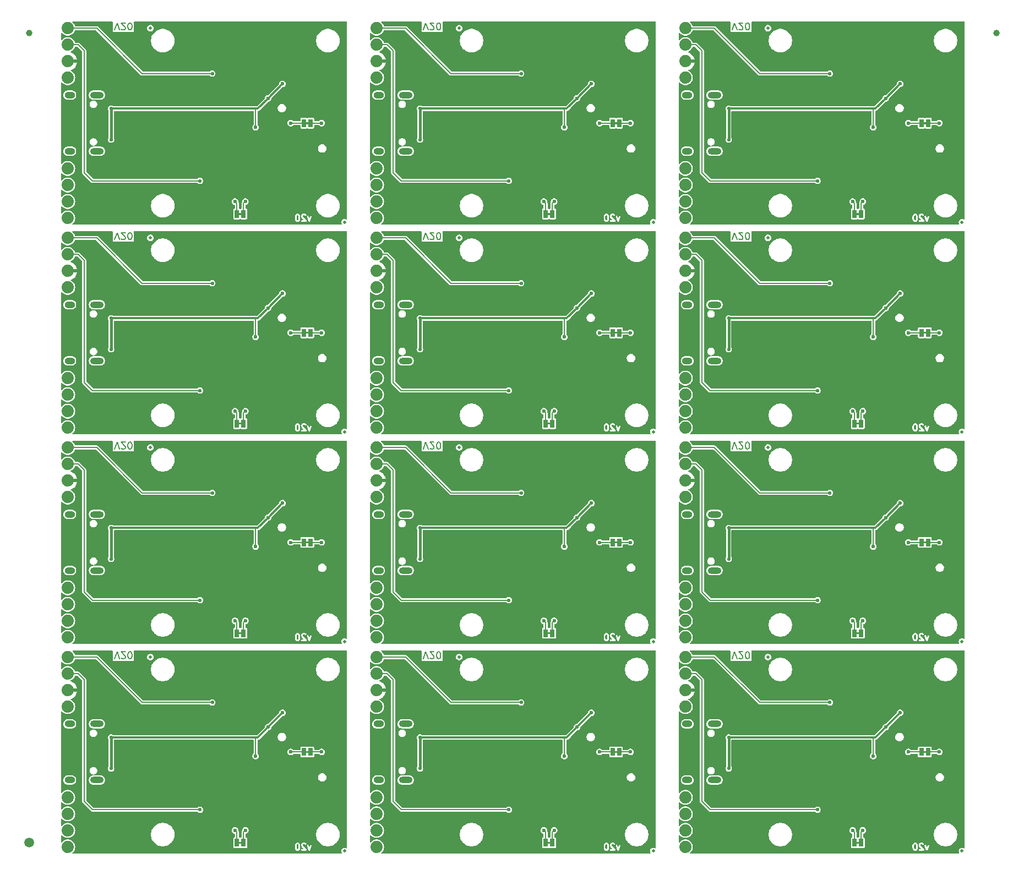
<source format=gbl>
%TF.GenerationSoftware,KiCad,Pcbnew,8.0.7*%
%TF.CreationDate,2025-01-21T14:59:33-07:00*%
%TF.ProjectId,SparkFun_USB_RFID_Reader_panelized,53706172-6b46-4756-9e5f-5553425f5246,rev?*%
%TF.SameCoordinates,Original*%
%TF.FileFunction,Copper,L2,Bot*%
%TF.FilePolarity,Positive*%
%FSLAX46Y46*%
G04 Gerber Fmt 4.6, Leading zero omitted, Abs format (unit mm)*
G04 Created by KiCad (PCBNEW 8.0.7) date 2025-01-21 14:59:33*
%MOMM*%
%LPD*%
G01*
G04 APERTURE LIST*
%ADD10C,0.250000*%
%ADD11C,0.203200*%
%TA.AperFunction,NonConductor*%
%ADD12C,0.203200*%
%TD*%
%TA.AperFunction,EtchedComponent*%
%ADD13C,0.000000*%
%TD*%
%TA.AperFunction,SMDPad,CuDef*%
%ADD14C,1.000000*%
%TD*%
%TA.AperFunction,SMDPad,CuDef*%
%ADD15C,1.500000*%
%TD*%
%TA.AperFunction,ComponentPad*%
%ADD16O,1.600000X1.000000*%
%TD*%
%TA.AperFunction,ComponentPad*%
%ADD17O,2.100000X1.000000*%
%TD*%
%TA.AperFunction,SMDPad,CuDef*%
%ADD18C,0.500000*%
%TD*%
%TA.AperFunction,SMDPad,CuDef*%
%ADD19R,0.660400X1.270000*%
%TD*%
%TA.AperFunction,ComponentPad*%
%ADD20C,1.879600*%
%TD*%
%TA.AperFunction,ViaPad*%
%ADD21C,0.600000*%
%TD*%
%TA.AperFunction,ViaPad*%
%ADD22C,0.560000*%
%TD*%
%TA.AperFunction,Conductor*%
%ADD23C,0.203200*%
%TD*%
%TA.AperFunction,Conductor*%
%ADD24C,0.304800*%
%TD*%
%TA.AperFunction,Conductor*%
%ADD25C,0.406400*%
%TD*%
G04 APERTURE END LIST*
D10*
G36*
X131656668Y98420031D02*
G01*
X131675600Y98401098D01*
X131708010Y98336277D01*
X131748570Y98174040D01*
X131748570Y97966723D01*
X131708010Y97804487D01*
X131675599Y97739664D01*
X131656668Y97720732D01*
X131605967Y97695381D01*
X131569746Y97695381D01*
X131519044Y97720732D01*
X131500112Y97739664D01*
X131467701Y97804485D01*
X131427142Y97966723D01*
X131427142Y98174040D01*
X131467701Y98336278D01*
X131500111Y98401099D01*
X131519044Y98420031D01*
X131569746Y98445381D01*
X131605967Y98445381D01*
X131656668Y98420031D01*
G37*
G36*
X133884132Y97320381D02*
G01*
X131052142Y97320381D01*
X131052142Y98189429D01*
X131177142Y98189429D01*
X131177142Y97951334D01*
X131177561Y97947080D01*
X131177290Y97945258D01*
X131178639Y97936130D01*
X131179544Y97926948D01*
X131180248Y97925247D01*
X131180874Y97921017D01*
X131228493Y97730541D01*
X131229136Y97728742D01*
X131229200Y97727842D01*
X131233082Y97717696D01*
X131236738Y97707466D01*
X131237274Y97706742D01*
X131237958Y97704956D01*
X131285576Y97609719D01*
X131292183Y97599223D01*
X131293446Y97596175D01*
X131296263Y97592742D01*
X131298631Y97588981D01*
X131301125Y97586818D01*
X131308991Y97577233D01*
X131356610Y97529613D01*
X131366198Y97521744D01*
X131368360Y97519251D01*
X131372114Y97516888D01*
X131375551Y97514067D01*
X131378604Y97512803D01*
X131389097Y97506197D01*
X131484335Y97458578D01*
X131507221Y97449820D01*
X131511701Y97449502D01*
X131515851Y97447783D01*
X131540237Y97445381D01*
X131635475Y97445381D01*
X131659861Y97447783D01*
X131664009Y97449502D01*
X131668491Y97449820D01*
X131691377Y97458578D01*
X131786614Y97506196D01*
X131797110Y97512804D01*
X131800160Y97514067D01*
X131803593Y97516886D01*
X131807352Y97519251D01*
X131809514Y97521745D01*
X131819102Y97529613D01*
X131866721Y97577232D01*
X131874588Y97586820D01*
X131877081Y97588981D01*
X131879447Y97592741D01*
X131882266Y97596175D01*
X131883528Y97599224D01*
X131890135Y97609718D01*
X131937754Y97704956D01*
X131938437Y97706742D01*
X131938974Y97707466D01*
X131942629Y97717696D01*
X131946512Y97727842D01*
X131946575Y97728742D01*
X131947219Y97730541D01*
X131994838Y97921017D01*
X131995463Y97925247D01*
X131996168Y97926948D01*
X131997072Y97936128D01*
X131998422Y97945257D01*
X131998150Y97947080D01*
X131998570Y97951334D01*
X131998570Y98189429D01*
X131998150Y98193684D01*
X131998422Y98195506D01*
X131997072Y98204636D01*
X131996168Y98213815D01*
X131995463Y98215517D01*
X131994838Y98219746D01*
X131954798Y98379905D01*
X132129523Y98379905D01*
X132129523Y98284667D01*
X132130738Y98272324D01*
X132130505Y98269033D01*
X132131489Y98264704D01*
X132131925Y98260281D01*
X132133188Y98257230D01*
X132135938Y98245139D01*
X132183556Y98102282D01*
X132193547Y98079907D01*
X132196490Y98076514D01*
X132198209Y98072364D01*
X132213754Y98053422D01*
X132571794Y97695381D01*
X132254523Y97695381D01*
X132230137Y97692979D01*
X132185077Y97674315D01*
X132150589Y97639827D01*
X132131925Y97594767D01*
X132131925Y97545995D01*
X132150589Y97500935D01*
X132185077Y97466447D01*
X132230137Y97447783D01*
X132254523Y97445381D01*
X132873570Y97445381D01*
X132897956Y97447783D01*
X132897957Y97447783D01*
X132911154Y97453250D01*
X132943016Y97466447D01*
X132977504Y97500935D01*
X132989383Y97529613D01*
X132996168Y97545994D01*
X132996168Y97594768D01*
X132988855Y97612423D01*
X132977504Y97639827D01*
X132977498Y97639833D01*
X132961958Y97658769D01*
X132411395Y98209333D01*
X132408246Y98218779D01*
X133035627Y98218779D01*
X133041567Y98195006D01*
X133279662Y97528339D01*
X133290126Y97506182D01*
X133294336Y97501531D01*
X133297023Y97495859D01*
X133310582Y97483584D01*
X133322858Y97470024D01*
X133328530Y97467338D01*
X133333181Y97463127D01*
X133350405Y97456976D01*
X133366936Y97449145D01*
X133373201Y97448834D01*
X133379111Y97446723D01*
X133397386Y97447632D01*
X133415649Y97446724D01*
X133421555Y97448834D01*
X133427823Y97449145D01*
X133444355Y97456976D01*
X133461579Y97463127D01*
X133466230Y97467338D01*
X133471902Y97470024D01*
X133484177Y97483584D01*
X133497737Y97495859D01*
X133500423Y97501531D01*
X133504634Y97506182D01*
X133515098Y97528339D01*
X133753193Y98195006D01*
X133759132Y98218779D01*
X133756711Y98267491D01*
X133735832Y98311570D01*
X133699674Y98344302D01*
X133653744Y98360705D01*
X133605031Y98358284D01*
X133560953Y98337405D01*
X133528221Y98301247D01*
X133517757Y98279090D01*
X133397380Y97942034D01*
X133277003Y98279090D01*
X133266539Y98301247D01*
X133233807Y98337405D01*
X133189728Y98358284D01*
X133141016Y98360706D01*
X133095086Y98344302D01*
X133058928Y98311570D01*
X133038049Y98267491D01*
X133035627Y98218779D01*
X132408246Y98218779D01*
X132379523Y98304951D01*
X132379523Y98350397D01*
X132404873Y98401099D01*
X132423806Y98420031D01*
X132474508Y98445381D01*
X132653586Y98445381D01*
X132704287Y98420031D01*
X132737562Y98386755D01*
X132756504Y98371210D01*
X132801564Y98352545D01*
X132850337Y98352545D01*
X132895397Y98371210D01*
X132929884Y98405697D01*
X132948549Y98450757D01*
X132948549Y98499530D01*
X132929884Y98544590D01*
X132914339Y98563532D01*
X132866720Y98611150D01*
X132857134Y98619017D01*
X132854971Y98621511D01*
X132851209Y98623880D01*
X132847778Y98626695D01*
X132844731Y98627957D01*
X132834233Y98634566D01*
X132738996Y98682184D01*
X132716110Y98690942D01*
X132711628Y98691261D01*
X132707480Y98692979D01*
X132683094Y98695381D01*
X132444999Y98695381D01*
X132420613Y98692979D01*
X132416463Y98691261D01*
X132411983Y98690942D01*
X132389097Y98682184D01*
X132293859Y98634565D01*
X132283364Y98627959D01*
X132280314Y98626695D01*
X132276879Y98623877D01*
X132273122Y98621511D01*
X132270960Y98619020D01*
X132261372Y98611150D01*
X132213754Y98563531D01*
X132205887Y98553946D01*
X132203393Y98551782D01*
X132201024Y98548021D01*
X132198209Y98544589D01*
X132196947Y98541543D01*
X132190338Y98531044D01*
X132142720Y98435807D01*
X132133962Y98412921D01*
X132133643Y98408440D01*
X132131925Y98404291D01*
X132129523Y98379905D01*
X131954798Y98379905D01*
X131947219Y98410222D01*
X131946575Y98412022D01*
X131946512Y98412921D01*
X131942629Y98423068D01*
X131938974Y98433297D01*
X131938437Y98434022D01*
X131937754Y98435807D01*
X131890135Y98531045D01*
X131883528Y98541540D01*
X131882265Y98544590D01*
X131879446Y98548025D01*
X131877081Y98551782D01*
X131874589Y98553944D01*
X131866720Y98563532D01*
X131819101Y98611150D01*
X131809515Y98619017D01*
X131807352Y98621511D01*
X131803590Y98623880D01*
X131800159Y98626695D01*
X131797112Y98627957D01*
X131786614Y98634566D01*
X131691377Y98682184D01*
X131668491Y98690942D01*
X131664009Y98691261D01*
X131659861Y98692979D01*
X131635475Y98695381D01*
X131540237Y98695381D01*
X131515851Y98692979D01*
X131511701Y98691261D01*
X131507221Y98690942D01*
X131484335Y98682184D01*
X131389097Y98634565D01*
X131378602Y98627959D01*
X131375552Y98626695D01*
X131372117Y98623877D01*
X131368360Y98621511D01*
X131366198Y98619020D01*
X131356610Y98611150D01*
X131308992Y98563531D01*
X131301125Y98553946D01*
X131298631Y98551782D01*
X131296262Y98548021D01*
X131293447Y98544589D01*
X131292185Y98541543D01*
X131285576Y98531044D01*
X131237958Y98435807D01*
X131237274Y98434022D01*
X131236738Y98433297D01*
X131233082Y98423068D01*
X131229200Y98412921D01*
X131229136Y98412022D01*
X131228493Y98410222D01*
X131180874Y98219746D01*
X131180248Y98215517D01*
X131179544Y98213815D01*
X131178639Y98204634D01*
X131177290Y98195505D01*
X131177561Y98193684D01*
X131177142Y98189429D01*
X131052142Y98189429D01*
X131052142Y98820381D01*
X133884132Y98820381D01*
X133884132Y97320381D01*
G37*
G36*
X131656668Y66170031D02*
G01*
X131675600Y66151098D01*
X131708010Y66086277D01*
X131748570Y65924040D01*
X131748570Y65716723D01*
X131708010Y65554487D01*
X131675599Y65489664D01*
X131656668Y65470732D01*
X131605967Y65445381D01*
X131569746Y65445381D01*
X131519044Y65470732D01*
X131500112Y65489664D01*
X131467701Y65554485D01*
X131427142Y65716723D01*
X131427142Y65924040D01*
X131467701Y66086278D01*
X131500111Y66151099D01*
X131519044Y66170031D01*
X131569746Y66195381D01*
X131605967Y66195381D01*
X131656668Y66170031D01*
G37*
G36*
X133884132Y65070381D02*
G01*
X131052142Y65070381D01*
X131052142Y65939429D01*
X131177142Y65939429D01*
X131177142Y65701334D01*
X131177561Y65697080D01*
X131177290Y65695258D01*
X131178639Y65686130D01*
X131179544Y65676948D01*
X131180248Y65675247D01*
X131180874Y65671017D01*
X131228493Y65480541D01*
X131229136Y65478742D01*
X131229200Y65477842D01*
X131233082Y65467696D01*
X131236738Y65457466D01*
X131237274Y65456742D01*
X131237958Y65454956D01*
X131285576Y65359719D01*
X131292183Y65349223D01*
X131293446Y65346175D01*
X131296263Y65342742D01*
X131298631Y65338981D01*
X131301125Y65336818D01*
X131308991Y65327233D01*
X131356610Y65279613D01*
X131366198Y65271744D01*
X131368360Y65269251D01*
X131372114Y65266888D01*
X131375551Y65264067D01*
X131378604Y65262803D01*
X131389097Y65256197D01*
X131484335Y65208578D01*
X131507221Y65199820D01*
X131511701Y65199502D01*
X131515851Y65197783D01*
X131540237Y65195381D01*
X131635475Y65195381D01*
X131659861Y65197783D01*
X131664009Y65199502D01*
X131668491Y65199820D01*
X131691377Y65208578D01*
X131786614Y65256196D01*
X131797110Y65262804D01*
X131800160Y65264067D01*
X131803593Y65266886D01*
X131807352Y65269251D01*
X131809514Y65271745D01*
X131819102Y65279613D01*
X131866721Y65327232D01*
X131874588Y65336820D01*
X131877081Y65338981D01*
X131879447Y65342741D01*
X131882266Y65346175D01*
X131883528Y65349224D01*
X131890135Y65359718D01*
X131937754Y65454956D01*
X131938437Y65456742D01*
X131938974Y65457466D01*
X131942629Y65467696D01*
X131946512Y65477842D01*
X131946575Y65478742D01*
X131947219Y65480541D01*
X131994838Y65671017D01*
X131995463Y65675247D01*
X131996168Y65676948D01*
X131997072Y65686128D01*
X131998422Y65695257D01*
X131998150Y65697080D01*
X131998570Y65701334D01*
X131998570Y65939429D01*
X131998150Y65943684D01*
X131998422Y65945506D01*
X131997072Y65954636D01*
X131996168Y65963815D01*
X131995463Y65965517D01*
X131994838Y65969746D01*
X131954798Y66129905D01*
X132129523Y66129905D01*
X132129523Y66034667D01*
X132130738Y66022324D01*
X132130505Y66019033D01*
X132131489Y66014704D01*
X132131925Y66010281D01*
X132133188Y66007230D01*
X132135938Y65995139D01*
X132183556Y65852282D01*
X132193547Y65829907D01*
X132196490Y65826514D01*
X132198209Y65822364D01*
X132213754Y65803422D01*
X132571794Y65445381D01*
X132254523Y65445381D01*
X132230137Y65442979D01*
X132185077Y65424315D01*
X132150589Y65389827D01*
X132131925Y65344767D01*
X132131925Y65295995D01*
X132150589Y65250935D01*
X132185077Y65216447D01*
X132230137Y65197783D01*
X132254523Y65195381D01*
X132873570Y65195381D01*
X132897956Y65197783D01*
X132897957Y65197783D01*
X132911154Y65203250D01*
X132943016Y65216447D01*
X132977504Y65250935D01*
X132989383Y65279613D01*
X132996168Y65295994D01*
X132996168Y65344768D01*
X132988855Y65362423D01*
X132977504Y65389827D01*
X132977498Y65389833D01*
X132961958Y65408769D01*
X132411395Y65959333D01*
X132408246Y65968779D01*
X133035627Y65968779D01*
X133041567Y65945006D01*
X133279662Y65278339D01*
X133290126Y65256182D01*
X133294336Y65251531D01*
X133297023Y65245859D01*
X133310582Y65233584D01*
X133322858Y65220024D01*
X133328530Y65217338D01*
X133333181Y65213127D01*
X133350405Y65206976D01*
X133366936Y65199145D01*
X133373201Y65198834D01*
X133379111Y65196723D01*
X133397386Y65197632D01*
X133415649Y65196724D01*
X133421555Y65198834D01*
X133427823Y65199145D01*
X133444355Y65206976D01*
X133461579Y65213127D01*
X133466230Y65217338D01*
X133471902Y65220024D01*
X133484177Y65233584D01*
X133497737Y65245859D01*
X133500423Y65251531D01*
X133504634Y65256182D01*
X133515098Y65278339D01*
X133753193Y65945006D01*
X133759132Y65968779D01*
X133756711Y66017491D01*
X133735832Y66061570D01*
X133699674Y66094302D01*
X133653744Y66110705D01*
X133605031Y66108284D01*
X133560953Y66087405D01*
X133528221Y66051247D01*
X133517757Y66029090D01*
X133397380Y65692034D01*
X133277003Y66029090D01*
X133266539Y66051247D01*
X133233807Y66087405D01*
X133189728Y66108284D01*
X133141016Y66110706D01*
X133095086Y66094302D01*
X133058928Y66061570D01*
X133038049Y66017491D01*
X133035627Y65968779D01*
X132408246Y65968779D01*
X132379523Y66054951D01*
X132379523Y66100397D01*
X132404873Y66151099D01*
X132423806Y66170031D01*
X132474508Y66195381D01*
X132653586Y66195381D01*
X132704287Y66170031D01*
X132737562Y66136755D01*
X132756504Y66121210D01*
X132801564Y66102545D01*
X132850337Y66102545D01*
X132895397Y66121210D01*
X132929884Y66155697D01*
X132948549Y66200757D01*
X132948549Y66249530D01*
X132929884Y66294590D01*
X132914339Y66313532D01*
X132866720Y66361150D01*
X132857134Y66369017D01*
X132854971Y66371511D01*
X132851209Y66373880D01*
X132847778Y66376695D01*
X132844731Y66377957D01*
X132834233Y66384566D01*
X132738996Y66432184D01*
X132716110Y66440942D01*
X132711628Y66441261D01*
X132707480Y66442979D01*
X132683094Y66445381D01*
X132444999Y66445381D01*
X132420613Y66442979D01*
X132416463Y66441261D01*
X132411983Y66440942D01*
X132389097Y66432184D01*
X132293859Y66384565D01*
X132283364Y66377959D01*
X132280314Y66376695D01*
X132276879Y66373877D01*
X132273122Y66371511D01*
X132270960Y66369020D01*
X132261372Y66361150D01*
X132213754Y66313531D01*
X132205887Y66303946D01*
X132203393Y66301782D01*
X132201024Y66298021D01*
X132198209Y66294589D01*
X132196947Y66291543D01*
X132190338Y66281044D01*
X132142720Y66185807D01*
X132133962Y66162921D01*
X132133643Y66158440D01*
X132131925Y66154291D01*
X132129523Y66129905D01*
X131954798Y66129905D01*
X131947219Y66160222D01*
X131946575Y66162022D01*
X131946512Y66162921D01*
X131942629Y66173068D01*
X131938974Y66183297D01*
X131938437Y66184022D01*
X131937754Y66185807D01*
X131890135Y66281045D01*
X131883528Y66291540D01*
X131882265Y66294590D01*
X131879446Y66298025D01*
X131877081Y66301782D01*
X131874589Y66303944D01*
X131866720Y66313532D01*
X131819101Y66361150D01*
X131809515Y66369017D01*
X131807352Y66371511D01*
X131803590Y66373880D01*
X131800159Y66376695D01*
X131797112Y66377957D01*
X131786614Y66384566D01*
X131691377Y66432184D01*
X131668491Y66440942D01*
X131664009Y66441261D01*
X131659861Y66442979D01*
X131635475Y66445381D01*
X131540237Y66445381D01*
X131515851Y66442979D01*
X131511701Y66441261D01*
X131507221Y66440942D01*
X131484335Y66432184D01*
X131389097Y66384565D01*
X131378602Y66377959D01*
X131375552Y66376695D01*
X131372117Y66373877D01*
X131368360Y66371511D01*
X131366198Y66369020D01*
X131356610Y66361150D01*
X131308992Y66313531D01*
X131301125Y66303946D01*
X131298631Y66301782D01*
X131296262Y66298021D01*
X131293447Y66294589D01*
X131292185Y66291543D01*
X131285576Y66281044D01*
X131237958Y66185807D01*
X131237274Y66184022D01*
X131236738Y66183297D01*
X131233082Y66173068D01*
X131229200Y66162921D01*
X131229136Y66162022D01*
X131228493Y66160222D01*
X131180874Y65969746D01*
X131180248Y65965517D01*
X131179544Y65963815D01*
X131178639Y65954634D01*
X131177290Y65945505D01*
X131177561Y65943684D01*
X131177142Y65939429D01*
X131052142Y65939429D01*
X131052142Y66570381D01*
X133884132Y66570381D01*
X133884132Y65070381D01*
G37*
G36*
X131656668Y33920031D02*
G01*
X131675600Y33901098D01*
X131708010Y33836277D01*
X131748570Y33674040D01*
X131748570Y33466723D01*
X131708010Y33304487D01*
X131675599Y33239664D01*
X131656668Y33220732D01*
X131605967Y33195381D01*
X131569746Y33195381D01*
X131519044Y33220732D01*
X131500112Y33239664D01*
X131467701Y33304485D01*
X131427142Y33466723D01*
X131427142Y33674040D01*
X131467701Y33836278D01*
X131500111Y33901099D01*
X131519044Y33920031D01*
X131569746Y33945381D01*
X131605967Y33945381D01*
X131656668Y33920031D01*
G37*
G36*
X133884132Y32820381D02*
G01*
X131052142Y32820381D01*
X131052142Y33689429D01*
X131177142Y33689429D01*
X131177142Y33451334D01*
X131177561Y33447080D01*
X131177290Y33445258D01*
X131178639Y33436130D01*
X131179544Y33426948D01*
X131180248Y33425247D01*
X131180874Y33421017D01*
X131228493Y33230541D01*
X131229136Y33228742D01*
X131229200Y33227842D01*
X131233082Y33217696D01*
X131236738Y33207466D01*
X131237274Y33206742D01*
X131237958Y33204956D01*
X131285576Y33109719D01*
X131292183Y33099223D01*
X131293446Y33096175D01*
X131296263Y33092742D01*
X131298631Y33088981D01*
X131301125Y33086818D01*
X131308991Y33077233D01*
X131356610Y33029613D01*
X131366198Y33021744D01*
X131368360Y33019251D01*
X131372114Y33016888D01*
X131375551Y33014067D01*
X131378604Y33012803D01*
X131389097Y33006197D01*
X131484335Y32958578D01*
X131507221Y32949820D01*
X131511701Y32949502D01*
X131515851Y32947783D01*
X131540237Y32945381D01*
X131635475Y32945381D01*
X131659861Y32947783D01*
X131664009Y32949502D01*
X131668491Y32949820D01*
X131691377Y32958578D01*
X131786614Y33006196D01*
X131797110Y33012804D01*
X131800160Y33014067D01*
X131803593Y33016886D01*
X131807352Y33019251D01*
X131809514Y33021745D01*
X131819102Y33029613D01*
X131866721Y33077232D01*
X131874588Y33086820D01*
X131877081Y33088981D01*
X131879447Y33092741D01*
X131882266Y33096175D01*
X131883528Y33099224D01*
X131890135Y33109718D01*
X131937754Y33204956D01*
X131938437Y33206742D01*
X131938974Y33207466D01*
X131942629Y33217696D01*
X131946512Y33227842D01*
X131946575Y33228742D01*
X131947219Y33230541D01*
X131994838Y33421017D01*
X131995463Y33425247D01*
X131996168Y33426948D01*
X131997072Y33436128D01*
X131998422Y33445257D01*
X131998150Y33447080D01*
X131998570Y33451334D01*
X131998570Y33689429D01*
X131998150Y33693684D01*
X131998422Y33695506D01*
X131997072Y33704636D01*
X131996168Y33713815D01*
X131995463Y33715517D01*
X131994838Y33719746D01*
X131954798Y33879905D01*
X132129523Y33879905D01*
X132129523Y33784667D01*
X132130738Y33772324D01*
X132130505Y33769033D01*
X132131489Y33764704D01*
X132131925Y33760281D01*
X132133188Y33757230D01*
X132135938Y33745139D01*
X132183556Y33602282D01*
X132193547Y33579907D01*
X132196490Y33576514D01*
X132198209Y33572364D01*
X132213754Y33553422D01*
X132571794Y33195381D01*
X132254523Y33195381D01*
X132230137Y33192979D01*
X132185077Y33174315D01*
X132150589Y33139827D01*
X132131925Y33094767D01*
X132131925Y33045995D01*
X132150589Y33000935D01*
X132185077Y32966447D01*
X132230137Y32947783D01*
X132254523Y32945381D01*
X132873570Y32945381D01*
X132897956Y32947783D01*
X132897957Y32947783D01*
X132911154Y32953250D01*
X132943016Y32966447D01*
X132977504Y33000935D01*
X132989383Y33029613D01*
X132996168Y33045994D01*
X132996168Y33094768D01*
X132988855Y33112423D01*
X132977504Y33139827D01*
X132977498Y33139833D01*
X132961958Y33158769D01*
X132411395Y33709333D01*
X132408246Y33718779D01*
X133035627Y33718779D01*
X133041567Y33695006D01*
X133279662Y33028339D01*
X133290126Y33006182D01*
X133294336Y33001531D01*
X133297023Y32995859D01*
X133310582Y32983584D01*
X133322858Y32970024D01*
X133328530Y32967338D01*
X133333181Y32963127D01*
X133350405Y32956976D01*
X133366936Y32949145D01*
X133373201Y32948834D01*
X133379111Y32946723D01*
X133397386Y32947632D01*
X133415649Y32946724D01*
X133421555Y32948834D01*
X133427823Y32949145D01*
X133444355Y32956976D01*
X133461579Y32963127D01*
X133466230Y32967338D01*
X133471902Y32970024D01*
X133484177Y32983584D01*
X133497737Y32995859D01*
X133500423Y33001531D01*
X133504634Y33006182D01*
X133515098Y33028339D01*
X133753193Y33695006D01*
X133759132Y33718779D01*
X133756711Y33767491D01*
X133735832Y33811570D01*
X133699674Y33844302D01*
X133653744Y33860705D01*
X133605031Y33858284D01*
X133560953Y33837405D01*
X133528221Y33801247D01*
X133517757Y33779090D01*
X133397380Y33442034D01*
X133277003Y33779090D01*
X133266539Y33801247D01*
X133233807Y33837405D01*
X133189728Y33858284D01*
X133141016Y33860706D01*
X133095086Y33844302D01*
X133058928Y33811570D01*
X133038049Y33767491D01*
X133035627Y33718779D01*
X132408246Y33718779D01*
X132379523Y33804951D01*
X132379523Y33850397D01*
X132404873Y33901099D01*
X132423806Y33920031D01*
X132474508Y33945381D01*
X132653586Y33945381D01*
X132704287Y33920031D01*
X132737562Y33886755D01*
X132756504Y33871210D01*
X132801564Y33852545D01*
X132850337Y33852545D01*
X132895397Y33871210D01*
X132929884Y33905697D01*
X132948549Y33950757D01*
X132948549Y33999530D01*
X132929884Y34044590D01*
X132914339Y34063532D01*
X132866720Y34111150D01*
X132857134Y34119017D01*
X132854971Y34121511D01*
X132851209Y34123880D01*
X132847778Y34126695D01*
X132844731Y34127957D01*
X132834233Y34134566D01*
X132738996Y34182184D01*
X132716110Y34190942D01*
X132711628Y34191261D01*
X132707480Y34192979D01*
X132683094Y34195381D01*
X132444999Y34195381D01*
X132420613Y34192979D01*
X132416463Y34191261D01*
X132411983Y34190942D01*
X132389097Y34182184D01*
X132293859Y34134565D01*
X132283364Y34127959D01*
X132280314Y34126695D01*
X132276879Y34123877D01*
X132273122Y34121511D01*
X132270960Y34119020D01*
X132261372Y34111150D01*
X132213754Y34063531D01*
X132205887Y34053946D01*
X132203393Y34051782D01*
X132201024Y34048021D01*
X132198209Y34044589D01*
X132196947Y34041543D01*
X132190338Y34031044D01*
X132142720Y33935807D01*
X132133962Y33912921D01*
X132133643Y33908440D01*
X132131925Y33904291D01*
X132129523Y33879905D01*
X131954798Y33879905D01*
X131947219Y33910222D01*
X131946575Y33912022D01*
X131946512Y33912921D01*
X131942629Y33923068D01*
X131938974Y33933297D01*
X131938437Y33934022D01*
X131937754Y33935807D01*
X131890135Y34031045D01*
X131883528Y34041540D01*
X131882265Y34044590D01*
X131879446Y34048025D01*
X131877081Y34051782D01*
X131874589Y34053944D01*
X131866720Y34063532D01*
X131819101Y34111150D01*
X131809515Y34119017D01*
X131807352Y34121511D01*
X131803590Y34123880D01*
X131800159Y34126695D01*
X131797112Y34127957D01*
X131786614Y34134566D01*
X131691377Y34182184D01*
X131668491Y34190942D01*
X131664009Y34191261D01*
X131659861Y34192979D01*
X131635475Y34195381D01*
X131540237Y34195381D01*
X131515851Y34192979D01*
X131511701Y34191261D01*
X131507221Y34190942D01*
X131484335Y34182184D01*
X131389097Y34134565D01*
X131378602Y34127959D01*
X131375552Y34126695D01*
X131372117Y34123877D01*
X131368360Y34121511D01*
X131366198Y34119020D01*
X131356610Y34111150D01*
X131308992Y34063531D01*
X131301125Y34053946D01*
X131298631Y34051782D01*
X131296262Y34048021D01*
X131293447Y34044589D01*
X131292185Y34041543D01*
X131285576Y34031044D01*
X131237958Y33935807D01*
X131237274Y33934022D01*
X131236738Y33933297D01*
X131233082Y33923068D01*
X131229200Y33912921D01*
X131229136Y33912022D01*
X131228493Y33910222D01*
X131180874Y33719746D01*
X131180248Y33715517D01*
X131179544Y33713815D01*
X131178639Y33704634D01*
X131177290Y33695505D01*
X131177561Y33693684D01*
X131177142Y33689429D01*
X131052142Y33689429D01*
X131052142Y34320381D01*
X133884132Y34320381D01*
X133884132Y32820381D01*
G37*
G36*
X131656668Y1670031D02*
G01*
X131675600Y1651098D01*
X131708010Y1586277D01*
X131748570Y1424040D01*
X131748570Y1216723D01*
X131708010Y1054487D01*
X131675599Y989664D01*
X131656668Y970732D01*
X131605967Y945381D01*
X131569746Y945381D01*
X131519044Y970732D01*
X131500112Y989664D01*
X131467701Y1054485D01*
X131427142Y1216723D01*
X131427142Y1424040D01*
X131467701Y1586278D01*
X131500111Y1651099D01*
X131519044Y1670031D01*
X131569746Y1695381D01*
X131605967Y1695381D01*
X131656668Y1670031D01*
G37*
G36*
X133884132Y570381D02*
G01*
X131052142Y570381D01*
X131052142Y1439429D01*
X131177142Y1439429D01*
X131177142Y1201334D01*
X131177561Y1197080D01*
X131177290Y1195258D01*
X131178639Y1186130D01*
X131179544Y1176948D01*
X131180248Y1175247D01*
X131180874Y1171017D01*
X131228493Y980541D01*
X131229136Y978742D01*
X131229200Y977842D01*
X131233082Y967696D01*
X131236738Y957466D01*
X131237274Y956742D01*
X131237958Y954956D01*
X131285576Y859719D01*
X131292183Y849223D01*
X131293446Y846175D01*
X131296263Y842742D01*
X131298631Y838981D01*
X131301125Y836818D01*
X131308991Y827233D01*
X131356610Y779613D01*
X131366198Y771744D01*
X131368360Y769251D01*
X131372114Y766888D01*
X131375551Y764067D01*
X131378604Y762803D01*
X131389097Y756197D01*
X131484335Y708578D01*
X131507221Y699820D01*
X131511701Y699502D01*
X131515851Y697783D01*
X131540237Y695381D01*
X131635475Y695381D01*
X131659861Y697783D01*
X131664009Y699502D01*
X131668491Y699820D01*
X131691377Y708578D01*
X131786614Y756196D01*
X131797110Y762804D01*
X131800160Y764067D01*
X131803593Y766886D01*
X131807352Y769251D01*
X131809514Y771745D01*
X131819102Y779613D01*
X131866721Y827232D01*
X131874588Y836820D01*
X131877081Y838981D01*
X131879447Y842741D01*
X131882266Y846175D01*
X131883528Y849224D01*
X131890135Y859718D01*
X131937754Y954956D01*
X131938437Y956742D01*
X131938974Y957466D01*
X131942629Y967696D01*
X131946512Y977842D01*
X131946575Y978742D01*
X131947219Y980541D01*
X131994838Y1171017D01*
X131995463Y1175247D01*
X131996168Y1176948D01*
X131997072Y1186128D01*
X131998422Y1195257D01*
X131998150Y1197080D01*
X131998570Y1201334D01*
X131998570Y1439429D01*
X131998150Y1443684D01*
X131998422Y1445506D01*
X131997072Y1454636D01*
X131996168Y1463815D01*
X131995463Y1465517D01*
X131994838Y1469746D01*
X131954798Y1629905D01*
X132129523Y1629905D01*
X132129523Y1534667D01*
X132130738Y1522324D01*
X132130505Y1519033D01*
X132131489Y1514704D01*
X132131925Y1510281D01*
X132133188Y1507230D01*
X132135938Y1495139D01*
X132183556Y1352282D01*
X132193547Y1329907D01*
X132196490Y1326514D01*
X132198209Y1322364D01*
X132213754Y1303422D01*
X132571794Y945381D01*
X132254523Y945381D01*
X132230137Y942979D01*
X132185077Y924315D01*
X132150589Y889827D01*
X132131925Y844767D01*
X132131925Y795995D01*
X132150589Y750935D01*
X132185077Y716447D01*
X132230137Y697783D01*
X132254523Y695381D01*
X132873570Y695381D01*
X132897956Y697783D01*
X132897957Y697783D01*
X132911154Y703250D01*
X132943016Y716447D01*
X132977504Y750935D01*
X132989383Y779613D01*
X132996168Y795994D01*
X132996168Y844768D01*
X132988855Y862423D01*
X132977504Y889827D01*
X132977498Y889833D01*
X132961958Y908769D01*
X132411395Y1459333D01*
X132408246Y1468779D01*
X133035627Y1468779D01*
X133041567Y1445006D01*
X133279662Y778339D01*
X133290126Y756182D01*
X133294336Y751531D01*
X133297023Y745859D01*
X133310582Y733584D01*
X133322858Y720024D01*
X133328530Y717338D01*
X133333181Y713127D01*
X133350405Y706976D01*
X133366936Y699145D01*
X133373201Y698834D01*
X133379111Y696723D01*
X133397386Y697632D01*
X133415649Y696724D01*
X133421555Y698834D01*
X133427823Y699145D01*
X133444355Y706976D01*
X133461579Y713127D01*
X133466230Y717338D01*
X133471902Y720024D01*
X133484177Y733584D01*
X133497737Y745859D01*
X133500423Y751531D01*
X133504634Y756182D01*
X133515098Y778339D01*
X133753193Y1445006D01*
X133759132Y1468779D01*
X133756711Y1517491D01*
X133735832Y1561570D01*
X133699674Y1594302D01*
X133653744Y1610705D01*
X133605031Y1608284D01*
X133560953Y1587405D01*
X133528221Y1551247D01*
X133517757Y1529090D01*
X133397380Y1192034D01*
X133277003Y1529090D01*
X133266539Y1551247D01*
X133233807Y1587405D01*
X133189728Y1608284D01*
X133141016Y1610706D01*
X133095086Y1594302D01*
X133058928Y1561570D01*
X133038049Y1517491D01*
X133035627Y1468779D01*
X132408246Y1468779D01*
X132379523Y1554951D01*
X132379523Y1600397D01*
X132404873Y1651099D01*
X132423806Y1670031D01*
X132474508Y1695381D01*
X132653586Y1695381D01*
X132704287Y1670031D01*
X132737562Y1636755D01*
X132756504Y1621210D01*
X132801564Y1602545D01*
X132850337Y1602545D01*
X132895397Y1621210D01*
X132929884Y1655697D01*
X132948549Y1700757D01*
X132948549Y1749530D01*
X132929884Y1794590D01*
X132914339Y1813532D01*
X132866720Y1861150D01*
X132857134Y1869017D01*
X132854971Y1871511D01*
X132851209Y1873880D01*
X132847778Y1876695D01*
X132844731Y1877957D01*
X132834233Y1884566D01*
X132738996Y1932184D01*
X132716110Y1940942D01*
X132711628Y1941261D01*
X132707480Y1942979D01*
X132683094Y1945381D01*
X132444999Y1945381D01*
X132420613Y1942979D01*
X132416463Y1941261D01*
X132411983Y1940942D01*
X132389097Y1932184D01*
X132293859Y1884565D01*
X132283364Y1877959D01*
X132280314Y1876695D01*
X132276879Y1873877D01*
X132273122Y1871511D01*
X132270960Y1869020D01*
X132261372Y1861150D01*
X132213754Y1813531D01*
X132205887Y1803946D01*
X132203393Y1801782D01*
X132201024Y1798021D01*
X132198209Y1794589D01*
X132196947Y1791543D01*
X132190338Y1781044D01*
X132142720Y1685807D01*
X132133962Y1662921D01*
X132133643Y1658440D01*
X132131925Y1654291D01*
X132129523Y1629905D01*
X131954798Y1629905D01*
X131947219Y1660222D01*
X131946575Y1662022D01*
X131946512Y1662921D01*
X131942629Y1673068D01*
X131938974Y1683297D01*
X131938437Y1684022D01*
X131937754Y1685807D01*
X131890135Y1781045D01*
X131883528Y1791540D01*
X131882265Y1794590D01*
X131879446Y1798025D01*
X131877081Y1801782D01*
X131874589Y1803944D01*
X131866720Y1813532D01*
X131819101Y1861150D01*
X131809515Y1869017D01*
X131807352Y1871511D01*
X131803590Y1873880D01*
X131800159Y1876695D01*
X131797112Y1877957D01*
X131786614Y1884566D01*
X131691377Y1932184D01*
X131668491Y1940942D01*
X131664009Y1941261D01*
X131659861Y1942979D01*
X131635475Y1945381D01*
X131540237Y1945381D01*
X131515851Y1942979D01*
X131511701Y1941261D01*
X131507221Y1940942D01*
X131484335Y1932184D01*
X131389097Y1884565D01*
X131378602Y1877959D01*
X131375552Y1876695D01*
X131372117Y1873877D01*
X131368360Y1871511D01*
X131366198Y1869020D01*
X131356610Y1861150D01*
X131308992Y1813531D01*
X131301125Y1803946D01*
X131298631Y1801782D01*
X131296262Y1798021D01*
X131293447Y1794589D01*
X131292185Y1791543D01*
X131285576Y1781044D01*
X131237958Y1685807D01*
X131237274Y1684022D01*
X131236738Y1683297D01*
X131233082Y1673068D01*
X131229200Y1662921D01*
X131229136Y1662022D01*
X131228493Y1660222D01*
X131180874Y1469746D01*
X131180248Y1465517D01*
X131179544Y1463815D01*
X131178639Y1454634D01*
X131177290Y1445505D01*
X131177561Y1443684D01*
X131177142Y1439429D01*
X131052142Y1439429D01*
X131052142Y2070381D01*
X133884132Y2070381D01*
X133884132Y570381D01*
G37*
G36*
X84166668Y98420031D02*
G01*
X84185600Y98401098D01*
X84218010Y98336277D01*
X84258570Y98174040D01*
X84258570Y97966723D01*
X84218010Y97804487D01*
X84185599Y97739664D01*
X84166668Y97720732D01*
X84115967Y97695381D01*
X84079746Y97695381D01*
X84029044Y97720732D01*
X84010112Y97739664D01*
X83977701Y97804485D01*
X83937142Y97966723D01*
X83937142Y98174040D01*
X83977701Y98336278D01*
X84010111Y98401099D01*
X84029044Y98420031D01*
X84079746Y98445381D01*
X84115967Y98445381D01*
X84166668Y98420031D01*
G37*
G36*
X86394132Y97320381D02*
G01*
X83562142Y97320381D01*
X83562142Y98189429D01*
X83687142Y98189429D01*
X83687142Y97951334D01*
X83687561Y97947080D01*
X83687290Y97945258D01*
X83688639Y97936130D01*
X83689544Y97926948D01*
X83690248Y97925247D01*
X83690874Y97921017D01*
X83738493Y97730541D01*
X83739136Y97728742D01*
X83739200Y97727842D01*
X83743082Y97717696D01*
X83746738Y97707466D01*
X83747274Y97706742D01*
X83747958Y97704956D01*
X83795576Y97609719D01*
X83802183Y97599223D01*
X83803446Y97596175D01*
X83806263Y97592742D01*
X83808631Y97588981D01*
X83811125Y97586818D01*
X83818991Y97577233D01*
X83866610Y97529613D01*
X83876198Y97521744D01*
X83878360Y97519251D01*
X83882114Y97516888D01*
X83885551Y97514067D01*
X83888604Y97512803D01*
X83899097Y97506197D01*
X83994335Y97458578D01*
X84017221Y97449820D01*
X84021701Y97449502D01*
X84025851Y97447783D01*
X84050237Y97445381D01*
X84145475Y97445381D01*
X84169861Y97447783D01*
X84174009Y97449502D01*
X84178491Y97449820D01*
X84201377Y97458578D01*
X84296614Y97506196D01*
X84307110Y97512804D01*
X84310160Y97514067D01*
X84313593Y97516886D01*
X84317352Y97519251D01*
X84319514Y97521745D01*
X84329102Y97529613D01*
X84376721Y97577232D01*
X84384588Y97586820D01*
X84387081Y97588981D01*
X84389447Y97592741D01*
X84392266Y97596175D01*
X84393528Y97599224D01*
X84400135Y97609718D01*
X84447754Y97704956D01*
X84448437Y97706742D01*
X84448974Y97707466D01*
X84452629Y97717696D01*
X84456512Y97727842D01*
X84456575Y97728742D01*
X84457219Y97730541D01*
X84504838Y97921017D01*
X84505463Y97925247D01*
X84506168Y97926948D01*
X84507072Y97936128D01*
X84508422Y97945257D01*
X84508150Y97947080D01*
X84508570Y97951334D01*
X84508570Y98189429D01*
X84508150Y98193684D01*
X84508422Y98195506D01*
X84507072Y98204636D01*
X84506168Y98213815D01*
X84505463Y98215517D01*
X84504838Y98219746D01*
X84464798Y98379905D01*
X84639523Y98379905D01*
X84639523Y98284667D01*
X84640738Y98272324D01*
X84640505Y98269033D01*
X84641489Y98264704D01*
X84641925Y98260281D01*
X84643188Y98257230D01*
X84645938Y98245139D01*
X84693556Y98102282D01*
X84703547Y98079907D01*
X84706490Y98076514D01*
X84708209Y98072364D01*
X84723754Y98053422D01*
X85081794Y97695381D01*
X84764523Y97695381D01*
X84740137Y97692979D01*
X84695077Y97674315D01*
X84660589Y97639827D01*
X84641925Y97594767D01*
X84641925Y97545995D01*
X84660589Y97500935D01*
X84695077Y97466447D01*
X84740137Y97447783D01*
X84764523Y97445381D01*
X85383570Y97445381D01*
X85407956Y97447783D01*
X85407957Y97447783D01*
X85421154Y97453250D01*
X85453016Y97466447D01*
X85487504Y97500935D01*
X85499383Y97529613D01*
X85506168Y97545994D01*
X85506168Y97594768D01*
X85498855Y97612423D01*
X85487504Y97639827D01*
X85487498Y97639833D01*
X85471958Y97658769D01*
X84921395Y98209333D01*
X84918246Y98218779D01*
X85545627Y98218779D01*
X85551567Y98195006D01*
X85789662Y97528339D01*
X85800126Y97506182D01*
X85804336Y97501531D01*
X85807023Y97495859D01*
X85820582Y97483584D01*
X85832858Y97470024D01*
X85838530Y97467338D01*
X85843181Y97463127D01*
X85860405Y97456976D01*
X85876936Y97449145D01*
X85883201Y97448834D01*
X85889111Y97446723D01*
X85907386Y97447632D01*
X85925649Y97446724D01*
X85931555Y97448834D01*
X85937823Y97449145D01*
X85954355Y97456976D01*
X85971579Y97463127D01*
X85976230Y97467338D01*
X85981902Y97470024D01*
X85994177Y97483584D01*
X86007737Y97495859D01*
X86010423Y97501531D01*
X86014634Y97506182D01*
X86025098Y97528339D01*
X86263193Y98195006D01*
X86269132Y98218779D01*
X86266711Y98267491D01*
X86245832Y98311570D01*
X86209674Y98344302D01*
X86163744Y98360705D01*
X86115031Y98358284D01*
X86070953Y98337405D01*
X86038221Y98301247D01*
X86027757Y98279090D01*
X85907380Y97942034D01*
X85787003Y98279090D01*
X85776539Y98301247D01*
X85743807Y98337405D01*
X85699728Y98358284D01*
X85651016Y98360706D01*
X85605086Y98344302D01*
X85568928Y98311570D01*
X85548049Y98267491D01*
X85545627Y98218779D01*
X84918246Y98218779D01*
X84889523Y98304951D01*
X84889523Y98350397D01*
X84914873Y98401099D01*
X84933806Y98420031D01*
X84984508Y98445381D01*
X85163586Y98445381D01*
X85214287Y98420031D01*
X85247562Y98386755D01*
X85266504Y98371210D01*
X85311564Y98352545D01*
X85360337Y98352545D01*
X85405397Y98371210D01*
X85439884Y98405697D01*
X85458549Y98450757D01*
X85458549Y98499530D01*
X85439884Y98544590D01*
X85424339Y98563532D01*
X85376720Y98611150D01*
X85367134Y98619017D01*
X85364971Y98621511D01*
X85361209Y98623880D01*
X85357778Y98626695D01*
X85354731Y98627957D01*
X85344233Y98634566D01*
X85248996Y98682184D01*
X85226110Y98690942D01*
X85221628Y98691261D01*
X85217480Y98692979D01*
X85193094Y98695381D01*
X84954999Y98695381D01*
X84930613Y98692979D01*
X84926463Y98691261D01*
X84921983Y98690942D01*
X84899097Y98682184D01*
X84803859Y98634565D01*
X84793364Y98627959D01*
X84790314Y98626695D01*
X84786879Y98623877D01*
X84783122Y98621511D01*
X84780960Y98619020D01*
X84771372Y98611150D01*
X84723754Y98563531D01*
X84715887Y98553946D01*
X84713393Y98551782D01*
X84711024Y98548021D01*
X84708209Y98544589D01*
X84706947Y98541543D01*
X84700338Y98531044D01*
X84652720Y98435807D01*
X84643962Y98412921D01*
X84643643Y98408440D01*
X84641925Y98404291D01*
X84639523Y98379905D01*
X84464798Y98379905D01*
X84457219Y98410222D01*
X84456575Y98412022D01*
X84456512Y98412921D01*
X84452629Y98423068D01*
X84448974Y98433297D01*
X84448437Y98434022D01*
X84447754Y98435807D01*
X84400135Y98531045D01*
X84393528Y98541540D01*
X84392265Y98544590D01*
X84389446Y98548025D01*
X84387081Y98551782D01*
X84384589Y98553944D01*
X84376720Y98563532D01*
X84329101Y98611150D01*
X84319515Y98619017D01*
X84317352Y98621511D01*
X84313590Y98623880D01*
X84310159Y98626695D01*
X84307112Y98627957D01*
X84296614Y98634566D01*
X84201377Y98682184D01*
X84178491Y98690942D01*
X84174009Y98691261D01*
X84169861Y98692979D01*
X84145475Y98695381D01*
X84050237Y98695381D01*
X84025851Y98692979D01*
X84021701Y98691261D01*
X84017221Y98690942D01*
X83994335Y98682184D01*
X83899097Y98634565D01*
X83888602Y98627959D01*
X83885552Y98626695D01*
X83882117Y98623877D01*
X83878360Y98621511D01*
X83876198Y98619020D01*
X83866610Y98611150D01*
X83818992Y98563531D01*
X83811125Y98553946D01*
X83808631Y98551782D01*
X83806262Y98548021D01*
X83803447Y98544589D01*
X83802185Y98541543D01*
X83795576Y98531044D01*
X83747958Y98435807D01*
X83747274Y98434022D01*
X83746738Y98433297D01*
X83743082Y98423068D01*
X83739200Y98412921D01*
X83739136Y98412022D01*
X83738493Y98410222D01*
X83690874Y98219746D01*
X83690248Y98215517D01*
X83689544Y98213815D01*
X83688639Y98204634D01*
X83687290Y98195505D01*
X83687561Y98193684D01*
X83687142Y98189429D01*
X83562142Y98189429D01*
X83562142Y98820381D01*
X86394132Y98820381D01*
X86394132Y97320381D01*
G37*
G36*
X84166668Y66170031D02*
G01*
X84185600Y66151098D01*
X84218010Y66086277D01*
X84258570Y65924040D01*
X84258570Y65716723D01*
X84218010Y65554487D01*
X84185599Y65489664D01*
X84166668Y65470732D01*
X84115967Y65445381D01*
X84079746Y65445381D01*
X84029044Y65470732D01*
X84010112Y65489664D01*
X83977701Y65554485D01*
X83937142Y65716723D01*
X83937142Y65924040D01*
X83977701Y66086278D01*
X84010111Y66151099D01*
X84029044Y66170031D01*
X84079746Y66195381D01*
X84115967Y66195381D01*
X84166668Y66170031D01*
G37*
G36*
X86394132Y65070381D02*
G01*
X83562142Y65070381D01*
X83562142Y65939429D01*
X83687142Y65939429D01*
X83687142Y65701334D01*
X83687561Y65697080D01*
X83687290Y65695258D01*
X83688639Y65686130D01*
X83689544Y65676948D01*
X83690248Y65675247D01*
X83690874Y65671017D01*
X83738493Y65480541D01*
X83739136Y65478742D01*
X83739200Y65477842D01*
X83743082Y65467696D01*
X83746738Y65457466D01*
X83747274Y65456742D01*
X83747958Y65454956D01*
X83795576Y65359719D01*
X83802183Y65349223D01*
X83803446Y65346175D01*
X83806263Y65342742D01*
X83808631Y65338981D01*
X83811125Y65336818D01*
X83818991Y65327233D01*
X83866610Y65279613D01*
X83876198Y65271744D01*
X83878360Y65269251D01*
X83882114Y65266888D01*
X83885551Y65264067D01*
X83888604Y65262803D01*
X83899097Y65256197D01*
X83994335Y65208578D01*
X84017221Y65199820D01*
X84021701Y65199502D01*
X84025851Y65197783D01*
X84050237Y65195381D01*
X84145475Y65195381D01*
X84169861Y65197783D01*
X84174009Y65199502D01*
X84178491Y65199820D01*
X84201377Y65208578D01*
X84296614Y65256196D01*
X84307110Y65262804D01*
X84310160Y65264067D01*
X84313593Y65266886D01*
X84317352Y65269251D01*
X84319514Y65271745D01*
X84329102Y65279613D01*
X84376721Y65327232D01*
X84384588Y65336820D01*
X84387081Y65338981D01*
X84389447Y65342741D01*
X84392266Y65346175D01*
X84393528Y65349224D01*
X84400135Y65359718D01*
X84447754Y65454956D01*
X84448437Y65456742D01*
X84448974Y65457466D01*
X84452629Y65467696D01*
X84456512Y65477842D01*
X84456575Y65478742D01*
X84457219Y65480541D01*
X84504838Y65671017D01*
X84505463Y65675247D01*
X84506168Y65676948D01*
X84507072Y65686128D01*
X84508422Y65695257D01*
X84508150Y65697080D01*
X84508570Y65701334D01*
X84508570Y65939429D01*
X84508150Y65943684D01*
X84508422Y65945506D01*
X84507072Y65954636D01*
X84506168Y65963815D01*
X84505463Y65965517D01*
X84504838Y65969746D01*
X84464798Y66129905D01*
X84639523Y66129905D01*
X84639523Y66034667D01*
X84640738Y66022324D01*
X84640505Y66019033D01*
X84641489Y66014704D01*
X84641925Y66010281D01*
X84643188Y66007230D01*
X84645938Y65995139D01*
X84693556Y65852282D01*
X84703547Y65829907D01*
X84706490Y65826514D01*
X84708209Y65822364D01*
X84723754Y65803422D01*
X85081794Y65445381D01*
X84764523Y65445381D01*
X84740137Y65442979D01*
X84695077Y65424315D01*
X84660589Y65389827D01*
X84641925Y65344767D01*
X84641925Y65295995D01*
X84660589Y65250935D01*
X84695077Y65216447D01*
X84740137Y65197783D01*
X84764523Y65195381D01*
X85383570Y65195381D01*
X85407956Y65197783D01*
X85407957Y65197783D01*
X85421154Y65203250D01*
X85453016Y65216447D01*
X85487504Y65250935D01*
X85499383Y65279613D01*
X85506168Y65295994D01*
X85506168Y65344768D01*
X85498855Y65362423D01*
X85487504Y65389827D01*
X85487498Y65389833D01*
X85471958Y65408769D01*
X84921395Y65959333D01*
X84918246Y65968779D01*
X85545627Y65968779D01*
X85551567Y65945006D01*
X85789662Y65278339D01*
X85800126Y65256182D01*
X85804336Y65251531D01*
X85807023Y65245859D01*
X85820582Y65233584D01*
X85832858Y65220024D01*
X85838530Y65217338D01*
X85843181Y65213127D01*
X85860405Y65206976D01*
X85876936Y65199145D01*
X85883201Y65198834D01*
X85889111Y65196723D01*
X85907386Y65197632D01*
X85925649Y65196724D01*
X85931555Y65198834D01*
X85937823Y65199145D01*
X85954355Y65206976D01*
X85971579Y65213127D01*
X85976230Y65217338D01*
X85981902Y65220024D01*
X85994177Y65233584D01*
X86007737Y65245859D01*
X86010423Y65251531D01*
X86014634Y65256182D01*
X86025098Y65278339D01*
X86263193Y65945006D01*
X86269132Y65968779D01*
X86266711Y66017491D01*
X86245832Y66061570D01*
X86209674Y66094302D01*
X86163744Y66110705D01*
X86115031Y66108284D01*
X86070953Y66087405D01*
X86038221Y66051247D01*
X86027757Y66029090D01*
X85907380Y65692034D01*
X85787003Y66029090D01*
X85776539Y66051247D01*
X85743807Y66087405D01*
X85699728Y66108284D01*
X85651016Y66110706D01*
X85605086Y66094302D01*
X85568928Y66061570D01*
X85548049Y66017491D01*
X85545627Y65968779D01*
X84918246Y65968779D01*
X84889523Y66054951D01*
X84889523Y66100397D01*
X84914873Y66151099D01*
X84933806Y66170031D01*
X84984508Y66195381D01*
X85163586Y66195381D01*
X85214287Y66170031D01*
X85247562Y66136755D01*
X85266504Y66121210D01*
X85311564Y66102545D01*
X85360337Y66102545D01*
X85405397Y66121210D01*
X85439884Y66155697D01*
X85458549Y66200757D01*
X85458549Y66249530D01*
X85439884Y66294590D01*
X85424339Y66313532D01*
X85376720Y66361150D01*
X85367134Y66369017D01*
X85364971Y66371511D01*
X85361209Y66373880D01*
X85357778Y66376695D01*
X85354731Y66377957D01*
X85344233Y66384566D01*
X85248996Y66432184D01*
X85226110Y66440942D01*
X85221628Y66441261D01*
X85217480Y66442979D01*
X85193094Y66445381D01*
X84954999Y66445381D01*
X84930613Y66442979D01*
X84926463Y66441261D01*
X84921983Y66440942D01*
X84899097Y66432184D01*
X84803859Y66384565D01*
X84793364Y66377959D01*
X84790314Y66376695D01*
X84786879Y66373877D01*
X84783122Y66371511D01*
X84780960Y66369020D01*
X84771372Y66361150D01*
X84723754Y66313531D01*
X84715887Y66303946D01*
X84713393Y66301782D01*
X84711024Y66298021D01*
X84708209Y66294589D01*
X84706947Y66291543D01*
X84700338Y66281044D01*
X84652720Y66185807D01*
X84643962Y66162921D01*
X84643643Y66158440D01*
X84641925Y66154291D01*
X84639523Y66129905D01*
X84464798Y66129905D01*
X84457219Y66160222D01*
X84456575Y66162022D01*
X84456512Y66162921D01*
X84452629Y66173068D01*
X84448974Y66183297D01*
X84448437Y66184022D01*
X84447754Y66185807D01*
X84400135Y66281045D01*
X84393528Y66291540D01*
X84392265Y66294590D01*
X84389446Y66298025D01*
X84387081Y66301782D01*
X84384589Y66303944D01*
X84376720Y66313532D01*
X84329101Y66361150D01*
X84319515Y66369017D01*
X84317352Y66371511D01*
X84313590Y66373880D01*
X84310159Y66376695D01*
X84307112Y66377957D01*
X84296614Y66384566D01*
X84201377Y66432184D01*
X84178491Y66440942D01*
X84174009Y66441261D01*
X84169861Y66442979D01*
X84145475Y66445381D01*
X84050237Y66445381D01*
X84025851Y66442979D01*
X84021701Y66441261D01*
X84017221Y66440942D01*
X83994335Y66432184D01*
X83899097Y66384565D01*
X83888602Y66377959D01*
X83885552Y66376695D01*
X83882117Y66373877D01*
X83878360Y66371511D01*
X83876198Y66369020D01*
X83866610Y66361150D01*
X83818992Y66313531D01*
X83811125Y66303946D01*
X83808631Y66301782D01*
X83806262Y66298021D01*
X83803447Y66294589D01*
X83802185Y66291543D01*
X83795576Y66281044D01*
X83747958Y66185807D01*
X83747274Y66184022D01*
X83746738Y66183297D01*
X83743082Y66173068D01*
X83739200Y66162921D01*
X83739136Y66162022D01*
X83738493Y66160222D01*
X83690874Y65969746D01*
X83690248Y65965517D01*
X83689544Y65963815D01*
X83688639Y65954634D01*
X83687290Y65945505D01*
X83687561Y65943684D01*
X83687142Y65939429D01*
X83562142Y65939429D01*
X83562142Y66570381D01*
X86394132Y66570381D01*
X86394132Y65070381D01*
G37*
G36*
X84166668Y33920031D02*
G01*
X84185600Y33901098D01*
X84218010Y33836277D01*
X84258570Y33674040D01*
X84258570Y33466723D01*
X84218010Y33304487D01*
X84185599Y33239664D01*
X84166668Y33220732D01*
X84115967Y33195381D01*
X84079746Y33195381D01*
X84029044Y33220732D01*
X84010112Y33239664D01*
X83977701Y33304485D01*
X83937142Y33466723D01*
X83937142Y33674040D01*
X83977701Y33836278D01*
X84010111Y33901099D01*
X84029044Y33920031D01*
X84079746Y33945381D01*
X84115967Y33945381D01*
X84166668Y33920031D01*
G37*
G36*
X86394132Y32820381D02*
G01*
X83562142Y32820381D01*
X83562142Y33689429D01*
X83687142Y33689429D01*
X83687142Y33451334D01*
X83687561Y33447080D01*
X83687290Y33445258D01*
X83688639Y33436130D01*
X83689544Y33426948D01*
X83690248Y33425247D01*
X83690874Y33421017D01*
X83738493Y33230541D01*
X83739136Y33228742D01*
X83739200Y33227842D01*
X83743082Y33217696D01*
X83746738Y33207466D01*
X83747274Y33206742D01*
X83747958Y33204956D01*
X83795576Y33109719D01*
X83802183Y33099223D01*
X83803446Y33096175D01*
X83806263Y33092742D01*
X83808631Y33088981D01*
X83811125Y33086818D01*
X83818991Y33077233D01*
X83866610Y33029613D01*
X83876198Y33021744D01*
X83878360Y33019251D01*
X83882114Y33016888D01*
X83885551Y33014067D01*
X83888604Y33012803D01*
X83899097Y33006197D01*
X83994335Y32958578D01*
X84017221Y32949820D01*
X84021701Y32949502D01*
X84025851Y32947783D01*
X84050237Y32945381D01*
X84145475Y32945381D01*
X84169861Y32947783D01*
X84174009Y32949502D01*
X84178491Y32949820D01*
X84201377Y32958578D01*
X84296614Y33006196D01*
X84307110Y33012804D01*
X84310160Y33014067D01*
X84313593Y33016886D01*
X84317352Y33019251D01*
X84319514Y33021745D01*
X84329102Y33029613D01*
X84376721Y33077232D01*
X84384588Y33086820D01*
X84387081Y33088981D01*
X84389447Y33092741D01*
X84392266Y33096175D01*
X84393528Y33099224D01*
X84400135Y33109718D01*
X84447754Y33204956D01*
X84448437Y33206742D01*
X84448974Y33207466D01*
X84452629Y33217696D01*
X84456512Y33227842D01*
X84456575Y33228742D01*
X84457219Y33230541D01*
X84504838Y33421017D01*
X84505463Y33425247D01*
X84506168Y33426948D01*
X84507072Y33436128D01*
X84508422Y33445257D01*
X84508150Y33447080D01*
X84508570Y33451334D01*
X84508570Y33689429D01*
X84508150Y33693684D01*
X84508422Y33695506D01*
X84507072Y33704636D01*
X84506168Y33713815D01*
X84505463Y33715517D01*
X84504838Y33719746D01*
X84464798Y33879905D01*
X84639523Y33879905D01*
X84639523Y33784667D01*
X84640738Y33772324D01*
X84640505Y33769033D01*
X84641489Y33764704D01*
X84641925Y33760281D01*
X84643188Y33757230D01*
X84645938Y33745139D01*
X84693556Y33602282D01*
X84703547Y33579907D01*
X84706490Y33576514D01*
X84708209Y33572364D01*
X84723754Y33553422D01*
X85081794Y33195381D01*
X84764523Y33195381D01*
X84740137Y33192979D01*
X84695077Y33174315D01*
X84660589Y33139827D01*
X84641925Y33094767D01*
X84641925Y33045995D01*
X84660589Y33000935D01*
X84695077Y32966447D01*
X84740137Y32947783D01*
X84764523Y32945381D01*
X85383570Y32945381D01*
X85407956Y32947783D01*
X85407957Y32947783D01*
X85421154Y32953250D01*
X85453016Y32966447D01*
X85487504Y33000935D01*
X85499383Y33029613D01*
X85506168Y33045994D01*
X85506168Y33094768D01*
X85498855Y33112423D01*
X85487504Y33139827D01*
X85487498Y33139833D01*
X85471958Y33158769D01*
X84921395Y33709333D01*
X84918246Y33718779D01*
X85545627Y33718779D01*
X85551567Y33695006D01*
X85789662Y33028339D01*
X85800126Y33006182D01*
X85804336Y33001531D01*
X85807023Y32995859D01*
X85820582Y32983584D01*
X85832858Y32970024D01*
X85838530Y32967338D01*
X85843181Y32963127D01*
X85860405Y32956976D01*
X85876936Y32949145D01*
X85883201Y32948834D01*
X85889111Y32946723D01*
X85907386Y32947632D01*
X85925649Y32946724D01*
X85931555Y32948834D01*
X85937823Y32949145D01*
X85954355Y32956976D01*
X85971579Y32963127D01*
X85976230Y32967338D01*
X85981902Y32970024D01*
X85994177Y32983584D01*
X86007737Y32995859D01*
X86010423Y33001531D01*
X86014634Y33006182D01*
X86025098Y33028339D01*
X86263193Y33695006D01*
X86269132Y33718779D01*
X86266711Y33767491D01*
X86245832Y33811570D01*
X86209674Y33844302D01*
X86163744Y33860705D01*
X86115031Y33858284D01*
X86070953Y33837405D01*
X86038221Y33801247D01*
X86027757Y33779090D01*
X85907380Y33442034D01*
X85787003Y33779090D01*
X85776539Y33801247D01*
X85743807Y33837405D01*
X85699728Y33858284D01*
X85651016Y33860706D01*
X85605086Y33844302D01*
X85568928Y33811570D01*
X85548049Y33767491D01*
X85545627Y33718779D01*
X84918246Y33718779D01*
X84889523Y33804951D01*
X84889523Y33850397D01*
X84914873Y33901099D01*
X84933806Y33920031D01*
X84984508Y33945381D01*
X85163586Y33945381D01*
X85214287Y33920031D01*
X85247562Y33886755D01*
X85266504Y33871210D01*
X85311564Y33852545D01*
X85360337Y33852545D01*
X85405397Y33871210D01*
X85439884Y33905697D01*
X85458549Y33950757D01*
X85458549Y33999530D01*
X85439884Y34044590D01*
X85424339Y34063532D01*
X85376720Y34111150D01*
X85367134Y34119017D01*
X85364971Y34121511D01*
X85361209Y34123880D01*
X85357778Y34126695D01*
X85354731Y34127957D01*
X85344233Y34134566D01*
X85248996Y34182184D01*
X85226110Y34190942D01*
X85221628Y34191261D01*
X85217480Y34192979D01*
X85193094Y34195381D01*
X84954999Y34195381D01*
X84930613Y34192979D01*
X84926463Y34191261D01*
X84921983Y34190942D01*
X84899097Y34182184D01*
X84803859Y34134565D01*
X84793364Y34127959D01*
X84790314Y34126695D01*
X84786879Y34123877D01*
X84783122Y34121511D01*
X84780960Y34119020D01*
X84771372Y34111150D01*
X84723754Y34063531D01*
X84715887Y34053946D01*
X84713393Y34051782D01*
X84711024Y34048021D01*
X84708209Y34044589D01*
X84706947Y34041543D01*
X84700338Y34031044D01*
X84652720Y33935807D01*
X84643962Y33912921D01*
X84643643Y33908440D01*
X84641925Y33904291D01*
X84639523Y33879905D01*
X84464798Y33879905D01*
X84457219Y33910222D01*
X84456575Y33912022D01*
X84456512Y33912921D01*
X84452629Y33923068D01*
X84448974Y33933297D01*
X84448437Y33934022D01*
X84447754Y33935807D01*
X84400135Y34031045D01*
X84393528Y34041540D01*
X84392265Y34044590D01*
X84389446Y34048025D01*
X84387081Y34051782D01*
X84384589Y34053944D01*
X84376720Y34063532D01*
X84329101Y34111150D01*
X84319515Y34119017D01*
X84317352Y34121511D01*
X84313590Y34123880D01*
X84310159Y34126695D01*
X84307112Y34127957D01*
X84296614Y34134566D01*
X84201377Y34182184D01*
X84178491Y34190942D01*
X84174009Y34191261D01*
X84169861Y34192979D01*
X84145475Y34195381D01*
X84050237Y34195381D01*
X84025851Y34192979D01*
X84021701Y34191261D01*
X84017221Y34190942D01*
X83994335Y34182184D01*
X83899097Y34134565D01*
X83888602Y34127959D01*
X83885552Y34126695D01*
X83882117Y34123877D01*
X83878360Y34121511D01*
X83876198Y34119020D01*
X83866610Y34111150D01*
X83818992Y34063531D01*
X83811125Y34053946D01*
X83808631Y34051782D01*
X83806262Y34048021D01*
X83803447Y34044589D01*
X83802185Y34041543D01*
X83795576Y34031044D01*
X83747958Y33935807D01*
X83747274Y33934022D01*
X83746738Y33933297D01*
X83743082Y33923068D01*
X83739200Y33912921D01*
X83739136Y33912022D01*
X83738493Y33910222D01*
X83690874Y33719746D01*
X83690248Y33715517D01*
X83689544Y33713815D01*
X83688639Y33704634D01*
X83687290Y33695505D01*
X83687561Y33693684D01*
X83687142Y33689429D01*
X83562142Y33689429D01*
X83562142Y34320381D01*
X86394132Y34320381D01*
X86394132Y32820381D01*
G37*
G36*
X84166668Y1670031D02*
G01*
X84185600Y1651098D01*
X84218010Y1586277D01*
X84258570Y1424040D01*
X84258570Y1216723D01*
X84218010Y1054487D01*
X84185599Y989664D01*
X84166668Y970732D01*
X84115967Y945381D01*
X84079746Y945381D01*
X84029044Y970732D01*
X84010112Y989664D01*
X83977701Y1054485D01*
X83937142Y1216723D01*
X83937142Y1424040D01*
X83977701Y1586278D01*
X84010111Y1651099D01*
X84029044Y1670031D01*
X84079746Y1695381D01*
X84115967Y1695381D01*
X84166668Y1670031D01*
G37*
G36*
X86394132Y570381D02*
G01*
X83562142Y570381D01*
X83562142Y1439429D01*
X83687142Y1439429D01*
X83687142Y1201334D01*
X83687561Y1197080D01*
X83687290Y1195258D01*
X83688639Y1186130D01*
X83689544Y1176948D01*
X83690248Y1175247D01*
X83690874Y1171017D01*
X83738493Y980541D01*
X83739136Y978742D01*
X83739200Y977842D01*
X83743082Y967696D01*
X83746738Y957466D01*
X83747274Y956742D01*
X83747958Y954956D01*
X83795576Y859719D01*
X83802183Y849223D01*
X83803446Y846175D01*
X83806263Y842742D01*
X83808631Y838981D01*
X83811125Y836818D01*
X83818991Y827233D01*
X83866610Y779613D01*
X83876198Y771744D01*
X83878360Y769251D01*
X83882114Y766888D01*
X83885551Y764067D01*
X83888604Y762803D01*
X83899097Y756197D01*
X83994335Y708578D01*
X84017221Y699820D01*
X84021701Y699502D01*
X84025851Y697783D01*
X84050237Y695381D01*
X84145475Y695381D01*
X84169861Y697783D01*
X84174009Y699502D01*
X84178491Y699820D01*
X84201377Y708578D01*
X84296614Y756196D01*
X84307110Y762804D01*
X84310160Y764067D01*
X84313593Y766886D01*
X84317352Y769251D01*
X84319514Y771745D01*
X84329102Y779613D01*
X84376721Y827232D01*
X84384588Y836820D01*
X84387081Y838981D01*
X84389447Y842741D01*
X84392266Y846175D01*
X84393528Y849224D01*
X84400135Y859718D01*
X84447754Y954956D01*
X84448437Y956742D01*
X84448974Y957466D01*
X84452629Y967696D01*
X84456512Y977842D01*
X84456575Y978742D01*
X84457219Y980541D01*
X84504838Y1171017D01*
X84505463Y1175247D01*
X84506168Y1176948D01*
X84507072Y1186128D01*
X84508422Y1195257D01*
X84508150Y1197080D01*
X84508570Y1201334D01*
X84508570Y1439429D01*
X84508150Y1443684D01*
X84508422Y1445506D01*
X84507072Y1454636D01*
X84506168Y1463815D01*
X84505463Y1465517D01*
X84504838Y1469746D01*
X84464798Y1629905D01*
X84639523Y1629905D01*
X84639523Y1534667D01*
X84640738Y1522324D01*
X84640505Y1519033D01*
X84641489Y1514704D01*
X84641925Y1510281D01*
X84643188Y1507230D01*
X84645938Y1495139D01*
X84693556Y1352282D01*
X84703547Y1329907D01*
X84706490Y1326514D01*
X84708209Y1322364D01*
X84723754Y1303422D01*
X85081794Y945381D01*
X84764523Y945381D01*
X84740137Y942979D01*
X84695077Y924315D01*
X84660589Y889827D01*
X84641925Y844767D01*
X84641925Y795995D01*
X84660589Y750935D01*
X84695077Y716447D01*
X84740137Y697783D01*
X84764523Y695381D01*
X85383570Y695381D01*
X85407956Y697783D01*
X85407957Y697783D01*
X85421154Y703250D01*
X85453016Y716447D01*
X85487504Y750935D01*
X85499383Y779613D01*
X85506168Y795994D01*
X85506168Y844768D01*
X85498855Y862423D01*
X85487504Y889827D01*
X85487498Y889833D01*
X85471958Y908769D01*
X84921395Y1459333D01*
X84918246Y1468779D01*
X85545627Y1468779D01*
X85551567Y1445006D01*
X85789662Y778339D01*
X85800126Y756182D01*
X85804336Y751531D01*
X85807023Y745859D01*
X85820582Y733584D01*
X85832858Y720024D01*
X85838530Y717338D01*
X85843181Y713127D01*
X85860405Y706976D01*
X85876936Y699145D01*
X85883201Y698834D01*
X85889111Y696723D01*
X85907386Y697632D01*
X85925649Y696724D01*
X85931555Y698834D01*
X85937823Y699145D01*
X85954355Y706976D01*
X85971579Y713127D01*
X85976230Y717338D01*
X85981902Y720024D01*
X85994177Y733584D01*
X86007737Y745859D01*
X86010423Y751531D01*
X86014634Y756182D01*
X86025098Y778339D01*
X86263193Y1445006D01*
X86269132Y1468779D01*
X86266711Y1517491D01*
X86245832Y1561570D01*
X86209674Y1594302D01*
X86163744Y1610705D01*
X86115031Y1608284D01*
X86070953Y1587405D01*
X86038221Y1551247D01*
X86027757Y1529090D01*
X85907380Y1192034D01*
X85787003Y1529090D01*
X85776539Y1551247D01*
X85743807Y1587405D01*
X85699728Y1608284D01*
X85651016Y1610706D01*
X85605086Y1594302D01*
X85568928Y1561570D01*
X85548049Y1517491D01*
X85545627Y1468779D01*
X84918246Y1468779D01*
X84889523Y1554951D01*
X84889523Y1600397D01*
X84914873Y1651099D01*
X84933806Y1670031D01*
X84984508Y1695381D01*
X85163586Y1695381D01*
X85214287Y1670031D01*
X85247562Y1636755D01*
X85266504Y1621210D01*
X85311564Y1602545D01*
X85360337Y1602545D01*
X85405397Y1621210D01*
X85439884Y1655697D01*
X85458549Y1700757D01*
X85458549Y1749530D01*
X85439884Y1794590D01*
X85424339Y1813532D01*
X85376720Y1861150D01*
X85367134Y1869017D01*
X85364971Y1871511D01*
X85361209Y1873880D01*
X85357778Y1876695D01*
X85354731Y1877957D01*
X85344233Y1884566D01*
X85248996Y1932184D01*
X85226110Y1940942D01*
X85221628Y1941261D01*
X85217480Y1942979D01*
X85193094Y1945381D01*
X84954999Y1945381D01*
X84930613Y1942979D01*
X84926463Y1941261D01*
X84921983Y1940942D01*
X84899097Y1932184D01*
X84803859Y1884565D01*
X84793364Y1877959D01*
X84790314Y1876695D01*
X84786879Y1873877D01*
X84783122Y1871511D01*
X84780960Y1869020D01*
X84771372Y1861150D01*
X84723754Y1813531D01*
X84715887Y1803946D01*
X84713393Y1801782D01*
X84711024Y1798021D01*
X84708209Y1794589D01*
X84706947Y1791543D01*
X84700338Y1781044D01*
X84652720Y1685807D01*
X84643962Y1662921D01*
X84643643Y1658440D01*
X84641925Y1654291D01*
X84639523Y1629905D01*
X84464798Y1629905D01*
X84457219Y1660222D01*
X84456575Y1662022D01*
X84456512Y1662921D01*
X84452629Y1673068D01*
X84448974Y1683297D01*
X84448437Y1684022D01*
X84447754Y1685807D01*
X84400135Y1781045D01*
X84393528Y1791540D01*
X84392265Y1794590D01*
X84389446Y1798025D01*
X84387081Y1801782D01*
X84384589Y1803944D01*
X84376720Y1813532D01*
X84329101Y1861150D01*
X84319515Y1869017D01*
X84317352Y1871511D01*
X84313590Y1873880D01*
X84310159Y1876695D01*
X84307112Y1877957D01*
X84296614Y1884566D01*
X84201377Y1932184D01*
X84178491Y1940942D01*
X84174009Y1941261D01*
X84169861Y1942979D01*
X84145475Y1945381D01*
X84050237Y1945381D01*
X84025851Y1942979D01*
X84021701Y1941261D01*
X84017221Y1940942D01*
X83994335Y1932184D01*
X83899097Y1884565D01*
X83888602Y1877959D01*
X83885552Y1876695D01*
X83882117Y1873877D01*
X83878360Y1871511D01*
X83876198Y1869020D01*
X83866610Y1861150D01*
X83818992Y1813531D01*
X83811125Y1803946D01*
X83808631Y1801782D01*
X83806262Y1798021D01*
X83803447Y1794589D01*
X83802185Y1791543D01*
X83795576Y1781044D01*
X83747958Y1685807D01*
X83747274Y1684022D01*
X83746738Y1683297D01*
X83743082Y1673068D01*
X83739200Y1662921D01*
X83739136Y1662022D01*
X83738493Y1660222D01*
X83690874Y1469746D01*
X83690248Y1465517D01*
X83689544Y1463815D01*
X83688639Y1454634D01*
X83687290Y1445505D01*
X83687561Y1443684D01*
X83687142Y1439429D01*
X83562142Y1439429D01*
X83562142Y2070381D01*
X86394132Y2070381D01*
X86394132Y570381D01*
G37*
G36*
X36676668Y98420031D02*
G01*
X36695600Y98401098D01*
X36728010Y98336277D01*
X36768570Y98174040D01*
X36768570Y97966723D01*
X36728010Y97804487D01*
X36695599Y97739664D01*
X36676668Y97720732D01*
X36625967Y97695381D01*
X36589746Y97695381D01*
X36539044Y97720732D01*
X36520112Y97739664D01*
X36487701Y97804485D01*
X36447142Y97966723D01*
X36447142Y98174040D01*
X36487701Y98336278D01*
X36520111Y98401099D01*
X36539044Y98420031D01*
X36589746Y98445381D01*
X36625967Y98445381D01*
X36676668Y98420031D01*
G37*
G36*
X38904132Y97320381D02*
G01*
X36072142Y97320381D01*
X36072142Y98189429D01*
X36197142Y98189429D01*
X36197142Y97951334D01*
X36197561Y97947080D01*
X36197290Y97945258D01*
X36198639Y97936130D01*
X36199544Y97926948D01*
X36200248Y97925247D01*
X36200874Y97921017D01*
X36248493Y97730541D01*
X36249136Y97728742D01*
X36249200Y97727842D01*
X36253082Y97717696D01*
X36256738Y97707466D01*
X36257274Y97706742D01*
X36257958Y97704956D01*
X36305576Y97609719D01*
X36312183Y97599223D01*
X36313446Y97596175D01*
X36316263Y97592742D01*
X36318631Y97588981D01*
X36321125Y97586818D01*
X36328991Y97577233D01*
X36376610Y97529613D01*
X36386198Y97521744D01*
X36388360Y97519251D01*
X36392114Y97516888D01*
X36395551Y97514067D01*
X36398604Y97512803D01*
X36409097Y97506197D01*
X36504335Y97458578D01*
X36527221Y97449820D01*
X36531701Y97449502D01*
X36535851Y97447783D01*
X36560237Y97445381D01*
X36655475Y97445381D01*
X36679861Y97447783D01*
X36684009Y97449502D01*
X36688491Y97449820D01*
X36711377Y97458578D01*
X36806614Y97506196D01*
X36817110Y97512804D01*
X36820160Y97514067D01*
X36823593Y97516886D01*
X36827352Y97519251D01*
X36829514Y97521745D01*
X36839102Y97529613D01*
X36886721Y97577232D01*
X36894588Y97586820D01*
X36897081Y97588981D01*
X36899447Y97592741D01*
X36902266Y97596175D01*
X36903528Y97599224D01*
X36910135Y97609718D01*
X36957754Y97704956D01*
X36958437Y97706742D01*
X36958974Y97707466D01*
X36962629Y97717696D01*
X36966512Y97727842D01*
X36966575Y97728742D01*
X36967219Y97730541D01*
X37014838Y97921017D01*
X37015463Y97925247D01*
X37016168Y97926948D01*
X37017072Y97936128D01*
X37018422Y97945257D01*
X37018150Y97947080D01*
X37018570Y97951334D01*
X37018570Y98189429D01*
X37018150Y98193684D01*
X37018422Y98195506D01*
X37017072Y98204636D01*
X37016168Y98213815D01*
X37015463Y98215517D01*
X37014838Y98219746D01*
X36974798Y98379905D01*
X37149523Y98379905D01*
X37149523Y98284667D01*
X37150738Y98272324D01*
X37150505Y98269033D01*
X37151489Y98264704D01*
X37151925Y98260281D01*
X37153188Y98257230D01*
X37155938Y98245139D01*
X37203556Y98102282D01*
X37213547Y98079907D01*
X37216490Y98076514D01*
X37218209Y98072364D01*
X37233754Y98053422D01*
X37591794Y97695381D01*
X37274523Y97695381D01*
X37250137Y97692979D01*
X37205077Y97674315D01*
X37170589Y97639827D01*
X37151925Y97594767D01*
X37151925Y97545995D01*
X37170589Y97500935D01*
X37205077Y97466447D01*
X37250137Y97447783D01*
X37274523Y97445381D01*
X37893570Y97445381D01*
X37917956Y97447783D01*
X37917957Y97447783D01*
X37931154Y97453250D01*
X37963016Y97466447D01*
X37997504Y97500935D01*
X38009383Y97529613D01*
X38016168Y97545994D01*
X38016168Y97594768D01*
X38008855Y97612423D01*
X37997504Y97639827D01*
X37997498Y97639833D01*
X37981958Y97658769D01*
X37431395Y98209333D01*
X37428246Y98218779D01*
X38055627Y98218779D01*
X38061567Y98195006D01*
X38299662Y97528339D01*
X38310126Y97506182D01*
X38314336Y97501531D01*
X38317023Y97495859D01*
X38330582Y97483584D01*
X38342858Y97470024D01*
X38348530Y97467338D01*
X38353181Y97463127D01*
X38370405Y97456976D01*
X38386936Y97449145D01*
X38393201Y97448834D01*
X38399111Y97446723D01*
X38417386Y97447632D01*
X38435649Y97446724D01*
X38441555Y97448834D01*
X38447823Y97449145D01*
X38464355Y97456976D01*
X38481579Y97463127D01*
X38486230Y97467338D01*
X38491902Y97470024D01*
X38504177Y97483584D01*
X38517737Y97495859D01*
X38520423Y97501531D01*
X38524634Y97506182D01*
X38535098Y97528339D01*
X38773193Y98195006D01*
X38779132Y98218779D01*
X38776711Y98267491D01*
X38755832Y98311570D01*
X38719674Y98344302D01*
X38673744Y98360705D01*
X38625031Y98358284D01*
X38580953Y98337405D01*
X38548221Y98301247D01*
X38537757Y98279090D01*
X38417380Y97942034D01*
X38297003Y98279090D01*
X38286539Y98301247D01*
X38253807Y98337405D01*
X38209728Y98358284D01*
X38161016Y98360706D01*
X38115086Y98344302D01*
X38078928Y98311570D01*
X38058049Y98267491D01*
X38055627Y98218779D01*
X37428246Y98218779D01*
X37399523Y98304951D01*
X37399523Y98350397D01*
X37424873Y98401099D01*
X37443806Y98420031D01*
X37494508Y98445381D01*
X37673586Y98445381D01*
X37724287Y98420031D01*
X37757562Y98386755D01*
X37776504Y98371210D01*
X37821564Y98352545D01*
X37870337Y98352545D01*
X37915397Y98371210D01*
X37949884Y98405697D01*
X37968549Y98450757D01*
X37968549Y98499530D01*
X37949884Y98544590D01*
X37934339Y98563532D01*
X37886720Y98611150D01*
X37877134Y98619017D01*
X37874971Y98621511D01*
X37871209Y98623880D01*
X37867778Y98626695D01*
X37864731Y98627957D01*
X37854233Y98634566D01*
X37758996Y98682184D01*
X37736110Y98690942D01*
X37731628Y98691261D01*
X37727480Y98692979D01*
X37703094Y98695381D01*
X37464999Y98695381D01*
X37440613Y98692979D01*
X37436463Y98691261D01*
X37431983Y98690942D01*
X37409097Y98682184D01*
X37313859Y98634565D01*
X37303364Y98627959D01*
X37300314Y98626695D01*
X37296879Y98623877D01*
X37293122Y98621511D01*
X37290960Y98619020D01*
X37281372Y98611150D01*
X37233754Y98563531D01*
X37225887Y98553946D01*
X37223393Y98551782D01*
X37221024Y98548021D01*
X37218209Y98544589D01*
X37216947Y98541543D01*
X37210338Y98531044D01*
X37162720Y98435807D01*
X37153962Y98412921D01*
X37153643Y98408440D01*
X37151925Y98404291D01*
X37149523Y98379905D01*
X36974798Y98379905D01*
X36967219Y98410222D01*
X36966575Y98412022D01*
X36966512Y98412921D01*
X36962629Y98423068D01*
X36958974Y98433297D01*
X36958437Y98434022D01*
X36957754Y98435807D01*
X36910135Y98531045D01*
X36903528Y98541540D01*
X36902265Y98544590D01*
X36899446Y98548025D01*
X36897081Y98551782D01*
X36894589Y98553944D01*
X36886720Y98563532D01*
X36839101Y98611150D01*
X36829515Y98619017D01*
X36827352Y98621511D01*
X36823590Y98623880D01*
X36820159Y98626695D01*
X36817112Y98627957D01*
X36806614Y98634566D01*
X36711377Y98682184D01*
X36688491Y98690942D01*
X36684009Y98691261D01*
X36679861Y98692979D01*
X36655475Y98695381D01*
X36560237Y98695381D01*
X36535851Y98692979D01*
X36531701Y98691261D01*
X36527221Y98690942D01*
X36504335Y98682184D01*
X36409097Y98634565D01*
X36398602Y98627959D01*
X36395552Y98626695D01*
X36392117Y98623877D01*
X36388360Y98621511D01*
X36386198Y98619020D01*
X36376610Y98611150D01*
X36328992Y98563531D01*
X36321125Y98553946D01*
X36318631Y98551782D01*
X36316262Y98548021D01*
X36313447Y98544589D01*
X36312185Y98541543D01*
X36305576Y98531044D01*
X36257958Y98435807D01*
X36257274Y98434022D01*
X36256738Y98433297D01*
X36253082Y98423068D01*
X36249200Y98412921D01*
X36249136Y98412022D01*
X36248493Y98410222D01*
X36200874Y98219746D01*
X36200248Y98215517D01*
X36199544Y98213815D01*
X36198639Y98204634D01*
X36197290Y98195505D01*
X36197561Y98193684D01*
X36197142Y98189429D01*
X36072142Y98189429D01*
X36072142Y98820381D01*
X38904132Y98820381D01*
X38904132Y97320381D01*
G37*
G36*
X36676668Y66170031D02*
G01*
X36695600Y66151098D01*
X36728010Y66086277D01*
X36768570Y65924040D01*
X36768570Y65716723D01*
X36728010Y65554487D01*
X36695599Y65489664D01*
X36676668Y65470732D01*
X36625967Y65445381D01*
X36589746Y65445381D01*
X36539044Y65470732D01*
X36520112Y65489664D01*
X36487701Y65554485D01*
X36447142Y65716723D01*
X36447142Y65924040D01*
X36487701Y66086278D01*
X36520111Y66151099D01*
X36539044Y66170031D01*
X36589746Y66195381D01*
X36625967Y66195381D01*
X36676668Y66170031D01*
G37*
G36*
X38904132Y65070381D02*
G01*
X36072142Y65070381D01*
X36072142Y65939429D01*
X36197142Y65939429D01*
X36197142Y65701334D01*
X36197561Y65697080D01*
X36197290Y65695258D01*
X36198639Y65686130D01*
X36199544Y65676948D01*
X36200248Y65675247D01*
X36200874Y65671017D01*
X36248493Y65480541D01*
X36249136Y65478742D01*
X36249200Y65477842D01*
X36253082Y65467696D01*
X36256738Y65457466D01*
X36257274Y65456742D01*
X36257958Y65454956D01*
X36305576Y65359719D01*
X36312183Y65349223D01*
X36313446Y65346175D01*
X36316263Y65342742D01*
X36318631Y65338981D01*
X36321125Y65336818D01*
X36328991Y65327233D01*
X36376610Y65279613D01*
X36386198Y65271744D01*
X36388360Y65269251D01*
X36392114Y65266888D01*
X36395551Y65264067D01*
X36398604Y65262803D01*
X36409097Y65256197D01*
X36504335Y65208578D01*
X36527221Y65199820D01*
X36531701Y65199502D01*
X36535851Y65197783D01*
X36560237Y65195381D01*
X36655475Y65195381D01*
X36679861Y65197783D01*
X36684009Y65199502D01*
X36688491Y65199820D01*
X36711377Y65208578D01*
X36806614Y65256196D01*
X36817110Y65262804D01*
X36820160Y65264067D01*
X36823593Y65266886D01*
X36827352Y65269251D01*
X36829514Y65271745D01*
X36839102Y65279613D01*
X36886721Y65327232D01*
X36894588Y65336820D01*
X36897081Y65338981D01*
X36899447Y65342741D01*
X36902266Y65346175D01*
X36903528Y65349224D01*
X36910135Y65359718D01*
X36957754Y65454956D01*
X36958437Y65456742D01*
X36958974Y65457466D01*
X36962629Y65467696D01*
X36966512Y65477842D01*
X36966575Y65478742D01*
X36967219Y65480541D01*
X37014838Y65671017D01*
X37015463Y65675247D01*
X37016168Y65676948D01*
X37017072Y65686128D01*
X37018422Y65695257D01*
X37018150Y65697080D01*
X37018570Y65701334D01*
X37018570Y65939429D01*
X37018150Y65943684D01*
X37018422Y65945506D01*
X37017072Y65954636D01*
X37016168Y65963815D01*
X37015463Y65965517D01*
X37014838Y65969746D01*
X36974798Y66129905D01*
X37149523Y66129905D01*
X37149523Y66034667D01*
X37150738Y66022324D01*
X37150505Y66019033D01*
X37151489Y66014704D01*
X37151925Y66010281D01*
X37153188Y66007230D01*
X37155938Y65995139D01*
X37203556Y65852282D01*
X37213547Y65829907D01*
X37216490Y65826514D01*
X37218209Y65822364D01*
X37233754Y65803422D01*
X37591794Y65445381D01*
X37274523Y65445381D01*
X37250137Y65442979D01*
X37205077Y65424315D01*
X37170589Y65389827D01*
X37151925Y65344767D01*
X37151925Y65295995D01*
X37170589Y65250935D01*
X37205077Y65216447D01*
X37250137Y65197783D01*
X37274523Y65195381D01*
X37893570Y65195381D01*
X37917956Y65197783D01*
X37917957Y65197783D01*
X37931154Y65203250D01*
X37963016Y65216447D01*
X37997504Y65250935D01*
X38009383Y65279613D01*
X38016168Y65295994D01*
X38016168Y65344768D01*
X38008855Y65362423D01*
X37997504Y65389827D01*
X37997498Y65389833D01*
X37981958Y65408769D01*
X37431395Y65959333D01*
X37428246Y65968779D01*
X38055627Y65968779D01*
X38061567Y65945006D01*
X38299662Y65278339D01*
X38310126Y65256182D01*
X38314336Y65251531D01*
X38317023Y65245859D01*
X38330582Y65233584D01*
X38342858Y65220024D01*
X38348530Y65217338D01*
X38353181Y65213127D01*
X38370405Y65206976D01*
X38386936Y65199145D01*
X38393201Y65198834D01*
X38399111Y65196723D01*
X38417386Y65197632D01*
X38435649Y65196724D01*
X38441555Y65198834D01*
X38447823Y65199145D01*
X38464355Y65206976D01*
X38481579Y65213127D01*
X38486230Y65217338D01*
X38491902Y65220024D01*
X38504177Y65233584D01*
X38517737Y65245859D01*
X38520423Y65251531D01*
X38524634Y65256182D01*
X38535098Y65278339D01*
X38773193Y65945006D01*
X38779132Y65968779D01*
X38776711Y66017491D01*
X38755832Y66061570D01*
X38719674Y66094302D01*
X38673744Y66110705D01*
X38625031Y66108284D01*
X38580953Y66087405D01*
X38548221Y66051247D01*
X38537757Y66029090D01*
X38417380Y65692034D01*
X38297003Y66029090D01*
X38286539Y66051247D01*
X38253807Y66087405D01*
X38209728Y66108284D01*
X38161016Y66110706D01*
X38115086Y66094302D01*
X38078928Y66061570D01*
X38058049Y66017491D01*
X38055627Y65968779D01*
X37428246Y65968779D01*
X37399523Y66054951D01*
X37399523Y66100397D01*
X37424873Y66151099D01*
X37443806Y66170031D01*
X37494508Y66195381D01*
X37673586Y66195381D01*
X37724287Y66170031D01*
X37757562Y66136755D01*
X37776504Y66121210D01*
X37821564Y66102545D01*
X37870337Y66102545D01*
X37915397Y66121210D01*
X37949884Y66155697D01*
X37968549Y66200757D01*
X37968549Y66249530D01*
X37949884Y66294590D01*
X37934339Y66313532D01*
X37886720Y66361150D01*
X37877134Y66369017D01*
X37874971Y66371511D01*
X37871209Y66373880D01*
X37867778Y66376695D01*
X37864731Y66377957D01*
X37854233Y66384566D01*
X37758996Y66432184D01*
X37736110Y66440942D01*
X37731628Y66441261D01*
X37727480Y66442979D01*
X37703094Y66445381D01*
X37464999Y66445381D01*
X37440613Y66442979D01*
X37436463Y66441261D01*
X37431983Y66440942D01*
X37409097Y66432184D01*
X37313859Y66384565D01*
X37303364Y66377959D01*
X37300314Y66376695D01*
X37296879Y66373877D01*
X37293122Y66371511D01*
X37290960Y66369020D01*
X37281372Y66361150D01*
X37233754Y66313531D01*
X37225887Y66303946D01*
X37223393Y66301782D01*
X37221024Y66298021D01*
X37218209Y66294589D01*
X37216947Y66291543D01*
X37210338Y66281044D01*
X37162720Y66185807D01*
X37153962Y66162921D01*
X37153643Y66158440D01*
X37151925Y66154291D01*
X37149523Y66129905D01*
X36974798Y66129905D01*
X36967219Y66160222D01*
X36966575Y66162022D01*
X36966512Y66162921D01*
X36962629Y66173068D01*
X36958974Y66183297D01*
X36958437Y66184022D01*
X36957754Y66185807D01*
X36910135Y66281045D01*
X36903528Y66291540D01*
X36902265Y66294590D01*
X36899446Y66298025D01*
X36897081Y66301782D01*
X36894589Y66303944D01*
X36886720Y66313532D01*
X36839101Y66361150D01*
X36829515Y66369017D01*
X36827352Y66371511D01*
X36823590Y66373880D01*
X36820159Y66376695D01*
X36817112Y66377957D01*
X36806614Y66384566D01*
X36711377Y66432184D01*
X36688491Y66440942D01*
X36684009Y66441261D01*
X36679861Y66442979D01*
X36655475Y66445381D01*
X36560237Y66445381D01*
X36535851Y66442979D01*
X36531701Y66441261D01*
X36527221Y66440942D01*
X36504335Y66432184D01*
X36409097Y66384565D01*
X36398602Y66377959D01*
X36395552Y66376695D01*
X36392117Y66373877D01*
X36388360Y66371511D01*
X36386198Y66369020D01*
X36376610Y66361150D01*
X36328992Y66313531D01*
X36321125Y66303946D01*
X36318631Y66301782D01*
X36316262Y66298021D01*
X36313447Y66294589D01*
X36312185Y66291543D01*
X36305576Y66281044D01*
X36257958Y66185807D01*
X36257274Y66184022D01*
X36256738Y66183297D01*
X36253082Y66173068D01*
X36249200Y66162921D01*
X36249136Y66162022D01*
X36248493Y66160222D01*
X36200874Y65969746D01*
X36200248Y65965517D01*
X36199544Y65963815D01*
X36198639Y65954634D01*
X36197290Y65945505D01*
X36197561Y65943684D01*
X36197142Y65939429D01*
X36072142Y65939429D01*
X36072142Y66570381D01*
X38904132Y66570381D01*
X38904132Y65070381D01*
G37*
G36*
X36676668Y33920031D02*
G01*
X36695600Y33901098D01*
X36728010Y33836277D01*
X36768570Y33674040D01*
X36768570Y33466723D01*
X36728010Y33304487D01*
X36695599Y33239664D01*
X36676668Y33220732D01*
X36625967Y33195381D01*
X36589746Y33195381D01*
X36539044Y33220732D01*
X36520112Y33239664D01*
X36487701Y33304485D01*
X36447142Y33466723D01*
X36447142Y33674040D01*
X36487701Y33836278D01*
X36520111Y33901099D01*
X36539044Y33920031D01*
X36589746Y33945381D01*
X36625967Y33945381D01*
X36676668Y33920031D01*
G37*
G36*
X38904132Y32820381D02*
G01*
X36072142Y32820381D01*
X36072142Y33689429D01*
X36197142Y33689429D01*
X36197142Y33451334D01*
X36197561Y33447080D01*
X36197290Y33445258D01*
X36198639Y33436130D01*
X36199544Y33426948D01*
X36200248Y33425247D01*
X36200874Y33421017D01*
X36248493Y33230541D01*
X36249136Y33228742D01*
X36249200Y33227842D01*
X36253082Y33217696D01*
X36256738Y33207466D01*
X36257274Y33206742D01*
X36257958Y33204956D01*
X36305576Y33109719D01*
X36312183Y33099223D01*
X36313446Y33096175D01*
X36316263Y33092742D01*
X36318631Y33088981D01*
X36321125Y33086818D01*
X36328991Y33077233D01*
X36376610Y33029613D01*
X36386198Y33021744D01*
X36388360Y33019251D01*
X36392114Y33016888D01*
X36395551Y33014067D01*
X36398604Y33012803D01*
X36409097Y33006197D01*
X36504335Y32958578D01*
X36527221Y32949820D01*
X36531701Y32949502D01*
X36535851Y32947783D01*
X36560237Y32945381D01*
X36655475Y32945381D01*
X36679861Y32947783D01*
X36684009Y32949502D01*
X36688491Y32949820D01*
X36711377Y32958578D01*
X36806614Y33006196D01*
X36817110Y33012804D01*
X36820160Y33014067D01*
X36823593Y33016886D01*
X36827352Y33019251D01*
X36829514Y33021745D01*
X36839102Y33029613D01*
X36886721Y33077232D01*
X36894588Y33086820D01*
X36897081Y33088981D01*
X36899447Y33092741D01*
X36902266Y33096175D01*
X36903528Y33099224D01*
X36910135Y33109718D01*
X36957754Y33204956D01*
X36958437Y33206742D01*
X36958974Y33207466D01*
X36962629Y33217696D01*
X36966512Y33227842D01*
X36966575Y33228742D01*
X36967219Y33230541D01*
X37014838Y33421017D01*
X37015463Y33425247D01*
X37016168Y33426948D01*
X37017072Y33436128D01*
X37018422Y33445257D01*
X37018150Y33447080D01*
X37018570Y33451334D01*
X37018570Y33689429D01*
X37018150Y33693684D01*
X37018422Y33695506D01*
X37017072Y33704636D01*
X37016168Y33713815D01*
X37015463Y33715517D01*
X37014838Y33719746D01*
X36974798Y33879905D01*
X37149523Y33879905D01*
X37149523Y33784667D01*
X37150738Y33772324D01*
X37150505Y33769033D01*
X37151489Y33764704D01*
X37151925Y33760281D01*
X37153188Y33757230D01*
X37155938Y33745139D01*
X37203556Y33602282D01*
X37213547Y33579907D01*
X37216490Y33576514D01*
X37218209Y33572364D01*
X37233754Y33553422D01*
X37591794Y33195381D01*
X37274523Y33195381D01*
X37250137Y33192979D01*
X37205077Y33174315D01*
X37170589Y33139827D01*
X37151925Y33094767D01*
X37151925Y33045995D01*
X37170589Y33000935D01*
X37205077Y32966447D01*
X37250137Y32947783D01*
X37274523Y32945381D01*
X37893570Y32945381D01*
X37917956Y32947783D01*
X37917957Y32947783D01*
X37931154Y32953250D01*
X37963016Y32966447D01*
X37997504Y33000935D01*
X38009383Y33029613D01*
X38016168Y33045994D01*
X38016168Y33094768D01*
X38008855Y33112423D01*
X37997504Y33139827D01*
X37997498Y33139833D01*
X37981958Y33158769D01*
X37431395Y33709333D01*
X37428246Y33718779D01*
X38055627Y33718779D01*
X38061567Y33695006D01*
X38299662Y33028339D01*
X38310126Y33006182D01*
X38314336Y33001531D01*
X38317023Y32995859D01*
X38330582Y32983584D01*
X38342858Y32970024D01*
X38348530Y32967338D01*
X38353181Y32963127D01*
X38370405Y32956976D01*
X38386936Y32949145D01*
X38393201Y32948834D01*
X38399111Y32946723D01*
X38417386Y32947632D01*
X38435649Y32946724D01*
X38441555Y32948834D01*
X38447823Y32949145D01*
X38464355Y32956976D01*
X38481579Y32963127D01*
X38486230Y32967338D01*
X38491902Y32970024D01*
X38504177Y32983584D01*
X38517737Y32995859D01*
X38520423Y33001531D01*
X38524634Y33006182D01*
X38535098Y33028339D01*
X38773193Y33695006D01*
X38779132Y33718779D01*
X38776711Y33767491D01*
X38755832Y33811570D01*
X38719674Y33844302D01*
X38673744Y33860705D01*
X38625031Y33858284D01*
X38580953Y33837405D01*
X38548221Y33801247D01*
X38537757Y33779090D01*
X38417380Y33442034D01*
X38297003Y33779090D01*
X38286539Y33801247D01*
X38253807Y33837405D01*
X38209728Y33858284D01*
X38161016Y33860706D01*
X38115086Y33844302D01*
X38078928Y33811570D01*
X38058049Y33767491D01*
X38055627Y33718779D01*
X37428246Y33718779D01*
X37399523Y33804951D01*
X37399523Y33850397D01*
X37424873Y33901099D01*
X37443806Y33920031D01*
X37494508Y33945381D01*
X37673586Y33945381D01*
X37724287Y33920031D01*
X37757562Y33886755D01*
X37776504Y33871210D01*
X37821564Y33852545D01*
X37870337Y33852545D01*
X37915397Y33871210D01*
X37949884Y33905697D01*
X37968549Y33950757D01*
X37968549Y33999530D01*
X37949884Y34044590D01*
X37934339Y34063532D01*
X37886720Y34111150D01*
X37877134Y34119017D01*
X37874971Y34121511D01*
X37871209Y34123880D01*
X37867778Y34126695D01*
X37864731Y34127957D01*
X37854233Y34134566D01*
X37758996Y34182184D01*
X37736110Y34190942D01*
X37731628Y34191261D01*
X37727480Y34192979D01*
X37703094Y34195381D01*
X37464999Y34195381D01*
X37440613Y34192979D01*
X37436463Y34191261D01*
X37431983Y34190942D01*
X37409097Y34182184D01*
X37313859Y34134565D01*
X37303364Y34127959D01*
X37300314Y34126695D01*
X37296879Y34123877D01*
X37293122Y34121511D01*
X37290960Y34119020D01*
X37281372Y34111150D01*
X37233754Y34063531D01*
X37225887Y34053946D01*
X37223393Y34051782D01*
X37221024Y34048021D01*
X37218209Y34044589D01*
X37216947Y34041543D01*
X37210338Y34031044D01*
X37162720Y33935807D01*
X37153962Y33912921D01*
X37153643Y33908440D01*
X37151925Y33904291D01*
X37149523Y33879905D01*
X36974798Y33879905D01*
X36967219Y33910222D01*
X36966575Y33912022D01*
X36966512Y33912921D01*
X36962629Y33923068D01*
X36958974Y33933297D01*
X36958437Y33934022D01*
X36957754Y33935807D01*
X36910135Y34031045D01*
X36903528Y34041540D01*
X36902265Y34044590D01*
X36899446Y34048025D01*
X36897081Y34051782D01*
X36894589Y34053944D01*
X36886720Y34063532D01*
X36839101Y34111150D01*
X36829515Y34119017D01*
X36827352Y34121511D01*
X36823590Y34123880D01*
X36820159Y34126695D01*
X36817112Y34127957D01*
X36806614Y34134566D01*
X36711377Y34182184D01*
X36688491Y34190942D01*
X36684009Y34191261D01*
X36679861Y34192979D01*
X36655475Y34195381D01*
X36560237Y34195381D01*
X36535851Y34192979D01*
X36531701Y34191261D01*
X36527221Y34190942D01*
X36504335Y34182184D01*
X36409097Y34134565D01*
X36398602Y34127959D01*
X36395552Y34126695D01*
X36392117Y34123877D01*
X36388360Y34121511D01*
X36386198Y34119020D01*
X36376610Y34111150D01*
X36328992Y34063531D01*
X36321125Y34053946D01*
X36318631Y34051782D01*
X36316262Y34048021D01*
X36313447Y34044589D01*
X36312185Y34041543D01*
X36305576Y34031044D01*
X36257958Y33935807D01*
X36257274Y33934022D01*
X36256738Y33933297D01*
X36253082Y33923068D01*
X36249200Y33912921D01*
X36249136Y33912022D01*
X36248493Y33910222D01*
X36200874Y33719746D01*
X36200248Y33715517D01*
X36199544Y33713815D01*
X36198639Y33704634D01*
X36197290Y33695505D01*
X36197561Y33693684D01*
X36197142Y33689429D01*
X36072142Y33689429D01*
X36072142Y34320381D01*
X38904132Y34320381D01*
X38904132Y32820381D01*
G37*
D11*
D12*
X103470284Y126974577D02*
X103825884Y128041377D01*
X103825884Y128041377D02*
X104181484Y126974577D01*
X104486284Y127076177D02*
X104537084Y127025377D01*
X104537084Y127025377D02*
X104638684Y126974577D01*
X104638684Y126974577D02*
X104892684Y126974577D01*
X104892684Y126974577D02*
X104994284Y127025377D01*
X104994284Y127025377D02*
X105045084Y127076177D01*
X105045084Y127076177D02*
X105095884Y127177777D01*
X105095884Y127177777D02*
X105095884Y127279377D01*
X105095884Y127279377D02*
X105045084Y127431777D01*
X105045084Y127431777D02*
X104435484Y128041377D01*
X104435484Y128041377D02*
X105095884Y128041377D01*
X105756284Y126974577D02*
X105857884Y126974577D01*
X105857884Y126974577D02*
X105959484Y127025377D01*
X105959484Y127025377D02*
X106010284Y127076177D01*
X106010284Y127076177D02*
X106061084Y127177777D01*
X106061084Y127177777D02*
X106111884Y127380977D01*
X106111884Y127380977D02*
X106111884Y127634977D01*
X106111884Y127634977D02*
X106061084Y127838177D01*
X106061084Y127838177D02*
X106010284Y127939777D01*
X106010284Y127939777D02*
X105959484Y127990577D01*
X105959484Y127990577D02*
X105857884Y128041377D01*
X105857884Y128041377D02*
X105756284Y128041377D01*
X105756284Y128041377D02*
X105654684Y127990577D01*
X105654684Y127990577D02*
X105603884Y127939777D01*
X105603884Y127939777D02*
X105553084Y127838177D01*
X105553084Y127838177D02*
X105502284Y127634977D01*
X105502284Y127634977D02*
X105502284Y127380977D01*
X105502284Y127380977D02*
X105553084Y127177777D01*
X105553084Y127177777D02*
X105603884Y127076177D01*
X105603884Y127076177D02*
X105654684Y127025377D01*
X105654684Y127025377D02*
X105756284Y126974577D01*
D11*
D12*
X103470284Y94724577D02*
X103825884Y95791377D01*
X103825884Y95791377D02*
X104181484Y94724577D01*
X104486284Y94826177D02*
X104537084Y94775377D01*
X104537084Y94775377D02*
X104638684Y94724577D01*
X104638684Y94724577D02*
X104892684Y94724577D01*
X104892684Y94724577D02*
X104994284Y94775377D01*
X104994284Y94775377D02*
X105045084Y94826177D01*
X105045084Y94826177D02*
X105095884Y94927777D01*
X105095884Y94927777D02*
X105095884Y95029377D01*
X105095884Y95029377D02*
X105045084Y95181777D01*
X105045084Y95181777D02*
X104435484Y95791377D01*
X104435484Y95791377D02*
X105095884Y95791377D01*
X105756284Y94724577D02*
X105857884Y94724577D01*
X105857884Y94724577D02*
X105959484Y94775377D01*
X105959484Y94775377D02*
X106010284Y94826177D01*
X106010284Y94826177D02*
X106061084Y94927777D01*
X106061084Y94927777D02*
X106111884Y95130977D01*
X106111884Y95130977D02*
X106111884Y95384977D01*
X106111884Y95384977D02*
X106061084Y95588177D01*
X106061084Y95588177D02*
X106010284Y95689777D01*
X106010284Y95689777D02*
X105959484Y95740577D01*
X105959484Y95740577D02*
X105857884Y95791377D01*
X105857884Y95791377D02*
X105756284Y95791377D01*
X105756284Y95791377D02*
X105654684Y95740577D01*
X105654684Y95740577D02*
X105603884Y95689777D01*
X105603884Y95689777D02*
X105553084Y95588177D01*
X105553084Y95588177D02*
X105502284Y95384977D01*
X105502284Y95384977D02*
X105502284Y95130977D01*
X105502284Y95130977D02*
X105553084Y94927777D01*
X105553084Y94927777D02*
X105603884Y94826177D01*
X105603884Y94826177D02*
X105654684Y94775377D01*
X105654684Y94775377D02*
X105756284Y94724577D01*
D11*
D12*
X103470284Y62474577D02*
X103825884Y63541377D01*
X103825884Y63541377D02*
X104181484Y62474577D01*
X104486284Y62576177D02*
X104537084Y62525377D01*
X104537084Y62525377D02*
X104638684Y62474577D01*
X104638684Y62474577D02*
X104892684Y62474577D01*
X104892684Y62474577D02*
X104994284Y62525377D01*
X104994284Y62525377D02*
X105045084Y62576177D01*
X105045084Y62576177D02*
X105095884Y62677777D01*
X105095884Y62677777D02*
X105095884Y62779377D01*
X105095884Y62779377D02*
X105045084Y62931777D01*
X105045084Y62931777D02*
X104435484Y63541377D01*
X104435484Y63541377D02*
X105095884Y63541377D01*
X105756284Y62474577D02*
X105857884Y62474577D01*
X105857884Y62474577D02*
X105959484Y62525377D01*
X105959484Y62525377D02*
X106010284Y62576177D01*
X106010284Y62576177D02*
X106061084Y62677777D01*
X106061084Y62677777D02*
X106111884Y62880977D01*
X106111884Y62880977D02*
X106111884Y63134977D01*
X106111884Y63134977D02*
X106061084Y63338177D01*
X106061084Y63338177D02*
X106010284Y63439777D01*
X106010284Y63439777D02*
X105959484Y63490577D01*
X105959484Y63490577D02*
X105857884Y63541377D01*
X105857884Y63541377D02*
X105756284Y63541377D01*
X105756284Y63541377D02*
X105654684Y63490577D01*
X105654684Y63490577D02*
X105603884Y63439777D01*
X105603884Y63439777D02*
X105553084Y63338177D01*
X105553084Y63338177D02*
X105502284Y63134977D01*
X105502284Y63134977D02*
X105502284Y62880977D01*
X105502284Y62880977D02*
X105553084Y62677777D01*
X105553084Y62677777D02*
X105603884Y62576177D01*
X105603884Y62576177D02*
X105654684Y62525377D01*
X105654684Y62525377D02*
X105756284Y62474577D01*
D11*
D12*
X103470284Y30224577D02*
X103825884Y31291377D01*
X103825884Y31291377D02*
X104181484Y30224577D01*
X104486284Y30326177D02*
X104537084Y30275377D01*
X104537084Y30275377D02*
X104638684Y30224577D01*
X104638684Y30224577D02*
X104892684Y30224577D01*
X104892684Y30224577D02*
X104994284Y30275377D01*
X104994284Y30275377D02*
X105045084Y30326177D01*
X105045084Y30326177D02*
X105095884Y30427777D01*
X105095884Y30427777D02*
X105095884Y30529377D01*
X105095884Y30529377D02*
X105045084Y30681777D01*
X105045084Y30681777D02*
X104435484Y31291377D01*
X104435484Y31291377D02*
X105095884Y31291377D01*
X105756284Y30224577D02*
X105857884Y30224577D01*
X105857884Y30224577D02*
X105959484Y30275377D01*
X105959484Y30275377D02*
X106010284Y30326177D01*
X106010284Y30326177D02*
X106061084Y30427777D01*
X106061084Y30427777D02*
X106111884Y30630977D01*
X106111884Y30630977D02*
X106111884Y30884977D01*
X106111884Y30884977D02*
X106061084Y31088177D01*
X106061084Y31088177D02*
X106010284Y31189777D01*
X106010284Y31189777D02*
X105959484Y31240577D01*
X105959484Y31240577D02*
X105857884Y31291377D01*
X105857884Y31291377D02*
X105756284Y31291377D01*
X105756284Y31291377D02*
X105654684Y31240577D01*
X105654684Y31240577D02*
X105603884Y31189777D01*
X105603884Y31189777D02*
X105553084Y31088177D01*
X105553084Y31088177D02*
X105502284Y30884977D01*
X105502284Y30884977D02*
X105502284Y30630977D01*
X105502284Y30630977D02*
X105553084Y30427777D01*
X105553084Y30427777D02*
X105603884Y30326177D01*
X105603884Y30326177D02*
X105654684Y30275377D01*
X105654684Y30275377D02*
X105756284Y30224577D01*
D11*
D12*
X55980284Y126974577D02*
X56335884Y128041377D01*
X56335884Y128041377D02*
X56691484Y126974577D01*
X56996284Y127076177D02*
X57047084Y127025377D01*
X57047084Y127025377D02*
X57148684Y126974577D01*
X57148684Y126974577D02*
X57402684Y126974577D01*
X57402684Y126974577D02*
X57504284Y127025377D01*
X57504284Y127025377D02*
X57555084Y127076177D01*
X57555084Y127076177D02*
X57605884Y127177777D01*
X57605884Y127177777D02*
X57605884Y127279377D01*
X57605884Y127279377D02*
X57555084Y127431777D01*
X57555084Y127431777D02*
X56945484Y128041377D01*
X56945484Y128041377D02*
X57605884Y128041377D01*
X58266284Y126974577D02*
X58367884Y126974577D01*
X58367884Y126974577D02*
X58469484Y127025377D01*
X58469484Y127025377D02*
X58520284Y127076177D01*
X58520284Y127076177D02*
X58571084Y127177777D01*
X58571084Y127177777D02*
X58621884Y127380977D01*
X58621884Y127380977D02*
X58621884Y127634977D01*
X58621884Y127634977D02*
X58571084Y127838177D01*
X58571084Y127838177D02*
X58520284Y127939777D01*
X58520284Y127939777D02*
X58469484Y127990577D01*
X58469484Y127990577D02*
X58367884Y128041377D01*
X58367884Y128041377D02*
X58266284Y128041377D01*
X58266284Y128041377D02*
X58164684Y127990577D01*
X58164684Y127990577D02*
X58113884Y127939777D01*
X58113884Y127939777D02*
X58063084Y127838177D01*
X58063084Y127838177D02*
X58012284Y127634977D01*
X58012284Y127634977D02*
X58012284Y127380977D01*
X58012284Y127380977D02*
X58063084Y127177777D01*
X58063084Y127177777D02*
X58113884Y127076177D01*
X58113884Y127076177D02*
X58164684Y127025377D01*
X58164684Y127025377D02*
X58266284Y126974577D01*
D11*
D12*
X55980284Y94724577D02*
X56335884Y95791377D01*
X56335884Y95791377D02*
X56691484Y94724577D01*
X56996284Y94826177D02*
X57047084Y94775377D01*
X57047084Y94775377D02*
X57148684Y94724577D01*
X57148684Y94724577D02*
X57402684Y94724577D01*
X57402684Y94724577D02*
X57504284Y94775377D01*
X57504284Y94775377D02*
X57555084Y94826177D01*
X57555084Y94826177D02*
X57605884Y94927777D01*
X57605884Y94927777D02*
X57605884Y95029377D01*
X57605884Y95029377D02*
X57555084Y95181777D01*
X57555084Y95181777D02*
X56945484Y95791377D01*
X56945484Y95791377D02*
X57605884Y95791377D01*
X58266284Y94724577D02*
X58367884Y94724577D01*
X58367884Y94724577D02*
X58469484Y94775377D01*
X58469484Y94775377D02*
X58520284Y94826177D01*
X58520284Y94826177D02*
X58571084Y94927777D01*
X58571084Y94927777D02*
X58621884Y95130977D01*
X58621884Y95130977D02*
X58621884Y95384977D01*
X58621884Y95384977D02*
X58571084Y95588177D01*
X58571084Y95588177D02*
X58520284Y95689777D01*
X58520284Y95689777D02*
X58469484Y95740577D01*
X58469484Y95740577D02*
X58367884Y95791377D01*
X58367884Y95791377D02*
X58266284Y95791377D01*
X58266284Y95791377D02*
X58164684Y95740577D01*
X58164684Y95740577D02*
X58113884Y95689777D01*
X58113884Y95689777D02*
X58063084Y95588177D01*
X58063084Y95588177D02*
X58012284Y95384977D01*
X58012284Y95384977D02*
X58012284Y95130977D01*
X58012284Y95130977D02*
X58063084Y94927777D01*
X58063084Y94927777D02*
X58113884Y94826177D01*
X58113884Y94826177D02*
X58164684Y94775377D01*
X58164684Y94775377D02*
X58266284Y94724577D01*
D11*
D12*
X55980284Y62474577D02*
X56335884Y63541377D01*
X56335884Y63541377D02*
X56691484Y62474577D01*
X56996284Y62576177D02*
X57047084Y62525377D01*
X57047084Y62525377D02*
X57148684Y62474577D01*
X57148684Y62474577D02*
X57402684Y62474577D01*
X57402684Y62474577D02*
X57504284Y62525377D01*
X57504284Y62525377D02*
X57555084Y62576177D01*
X57555084Y62576177D02*
X57605884Y62677777D01*
X57605884Y62677777D02*
X57605884Y62779377D01*
X57605884Y62779377D02*
X57555084Y62931777D01*
X57555084Y62931777D02*
X56945484Y63541377D01*
X56945484Y63541377D02*
X57605884Y63541377D01*
X58266284Y62474577D02*
X58367884Y62474577D01*
X58367884Y62474577D02*
X58469484Y62525377D01*
X58469484Y62525377D02*
X58520284Y62576177D01*
X58520284Y62576177D02*
X58571084Y62677777D01*
X58571084Y62677777D02*
X58621884Y62880977D01*
X58621884Y62880977D02*
X58621884Y63134977D01*
X58621884Y63134977D02*
X58571084Y63338177D01*
X58571084Y63338177D02*
X58520284Y63439777D01*
X58520284Y63439777D02*
X58469484Y63490577D01*
X58469484Y63490577D02*
X58367884Y63541377D01*
X58367884Y63541377D02*
X58266284Y63541377D01*
X58266284Y63541377D02*
X58164684Y63490577D01*
X58164684Y63490577D02*
X58113884Y63439777D01*
X58113884Y63439777D02*
X58063084Y63338177D01*
X58063084Y63338177D02*
X58012284Y63134977D01*
X58012284Y63134977D02*
X58012284Y62880977D01*
X58012284Y62880977D02*
X58063084Y62677777D01*
X58063084Y62677777D02*
X58113884Y62576177D01*
X58113884Y62576177D02*
X58164684Y62525377D01*
X58164684Y62525377D02*
X58266284Y62474577D01*
D11*
D12*
X55980284Y30224577D02*
X56335884Y31291377D01*
X56335884Y31291377D02*
X56691484Y30224577D01*
X56996284Y30326177D02*
X57047084Y30275377D01*
X57047084Y30275377D02*
X57148684Y30224577D01*
X57148684Y30224577D02*
X57402684Y30224577D01*
X57402684Y30224577D02*
X57504284Y30275377D01*
X57504284Y30275377D02*
X57555084Y30326177D01*
X57555084Y30326177D02*
X57605884Y30427777D01*
X57605884Y30427777D02*
X57605884Y30529377D01*
X57605884Y30529377D02*
X57555084Y30681777D01*
X57555084Y30681777D02*
X56945484Y31291377D01*
X56945484Y31291377D02*
X57605884Y31291377D01*
X58266284Y30224577D02*
X58367884Y30224577D01*
X58367884Y30224577D02*
X58469484Y30275377D01*
X58469484Y30275377D02*
X58520284Y30326177D01*
X58520284Y30326177D02*
X58571084Y30427777D01*
X58571084Y30427777D02*
X58621884Y30630977D01*
X58621884Y30630977D02*
X58621884Y30884977D01*
X58621884Y30884977D02*
X58571084Y31088177D01*
X58571084Y31088177D02*
X58520284Y31189777D01*
X58520284Y31189777D02*
X58469484Y31240577D01*
X58469484Y31240577D02*
X58367884Y31291377D01*
X58367884Y31291377D02*
X58266284Y31291377D01*
X58266284Y31291377D02*
X58164684Y31240577D01*
X58164684Y31240577D02*
X58113884Y31189777D01*
X58113884Y31189777D02*
X58063084Y31088177D01*
X58063084Y31088177D02*
X58012284Y30884977D01*
X58012284Y30884977D02*
X58012284Y30630977D01*
X58012284Y30630977D02*
X58063084Y30427777D01*
X58063084Y30427777D02*
X58113884Y30326177D01*
X58113884Y30326177D02*
X58164684Y30275377D01*
X58164684Y30275377D02*
X58266284Y30224577D01*
D11*
D12*
X8490284Y126974577D02*
X8845884Y128041377D01*
X8845884Y128041377D02*
X9201484Y126974577D01*
X9506284Y127076177D02*
X9557084Y127025377D01*
X9557084Y127025377D02*
X9658684Y126974577D01*
X9658684Y126974577D02*
X9912684Y126974577D01*
X9912684Y126974577D02*
X10014284Y127025377D01*
X10014284Y127025377D02*
X10065084Y127076177D01*
X10065084Y127076177D02*
X10115884Y127177777D01*
X10115884Y127177777D02*
X10115884Y127279377D01*
X10115884Y127279377D02*
X10065084Y127431777D01*
X10065084Y127431777D02*
X9455484Y128041377D01*
X9455484Y128041377D02*
X10115884Y128041377D01*
X10776284Y126974577D02*
X10877884Y126974577D01*
X10877884Y126974577D02*
X10979484Y127025377D01*
X10979484Y127025377D02*
X11030284Y127076177D01*
X11030284Y127076177D02*
X11081084Y127177777D01*
X11081084Y127177777D02*
X11131884Y127380977D01*
X11131884Y127380977D02*
X11131884Y127634977D01*
X11131884Y127634977D02*
X11081084Y127838177D01*
X11081084Y127838177D02*
X11030284Y127939777D01*
X11030284Y127939777D02*
X10979484Y127990577D01*
X10979484Y127990577D02*
X10877884Y128041377D01*
X10877884Y128041377D02*
X10776284Y128041377D01*
X10776284Y128041377D02*
X10674684Y127990577D01*
X10674684Y127990577D02*
X10623884Y127939777D01*
X10623884Y127939777D02*
X10573084Y127838177D01*
X10573084Y127838177D02*
X10522284Y127634977D01*
X10522284Y127634977D02*
X10522284Y127380977D01*
X10522284Y127380977D02*
X10573084Y127177777D01*
X10573084Y127177777D02*
X10623884Y127076177D01*
X10623884Y127076177D02*
X10674684Y127025377D01*
X10674684Y127025377D02*
X10776284Y126974577D01*
D11*
D12*
X8490284Y94724577D02*
X8845884Y95791377D01*
X8845884Y95791377D02*
X9201484Y94724577D01*
X9506284Y94826177D02*
X9557084Y94775377D01*
X9557084Y94775377D02*
X9658684Y94724577D01*
X9658684Y94724577D02*
X9912684Y94724577D01*
X9912684Y94724577D02*
X10014284Y94775377D01*
X10014284Y94775377D02*
X10065084Y94826177D01*
X10065084Y94826177D02*
X10115884Y94927777D01*
X10115884Y94927777D02*
X10115884Y95029377D01*
X10115884Y95029377D02*
X10065084Y95181777D01*
X10065084Y95181777D02*
X9455484Y95791377D01*
X9455484Y95791377D02*
X10115884Y95791377D01*
X10776284Y94724577D02*
X10877884Y94724577D01*
X10877884Y94724577D02*
X10979484Y94775377D01*
X10979484Y94775377D02*
X11030284Y94826177D01*
X11030284Y94826177D02*
X11081084Y94927777D01*
X11081084Y94927777D02*
X11131884Y95130977D01*
X11131884Y95130977D02*
X11131884Y95384977D01*
X11131884Y95384977D02*
X11081084Y95588177D01*
X11081084Y95588177D02*
X11030284Y95689777D01*
X11030284Y95689777D02*
X10979484Y95740577D01*
X10979484Y95740577D02*
X10877884Y95791377D01*
X10877884Y95791377D02*
X10776284Y95791377D01*
X10776284Y95791377D02*
X10674684Y95740577D01*
X10674684Y95740577D02*
X10623884Y95689777D01*
X10623884Y95689777D02*
X10573084Y95588177D01*
X10573084Y95588177D02*
X10522284Y95384977D01*
X10522284Y95384977D02*
X10522284Y95130977D01*
X10522284Y95130977D02*
X10573084Y94927777D01*
X10573084Y94927777D02*
X10623884Y94826177D01*
X10623884Y94826177D02*
X10674684Y94775377D01*
X10674684Y94775377D02*
X10776284Y94724577D01*
D11*
D12*
X8490284Y62474577D02*
X8845884Y63541377D01*
X8845884Y63541377D02*
X9201484Y62474577D01*
X9506284Y62576177D02*
X9557084Y62525377D01*
X9557084Y62525377D02*
X9658684Y62474577D01*
X9658684Y62474577D02*
X9912684Y62474577D01*
X9912684Y62474577D02*
X10014284Y62525377D01*
X10014284Y62525377D02*
X10065084Y62576177D01*
X10065084Y62576177D02*
X10115884Y62677777D01*
X10115884Y62677777D02*
X10115884Y62779377D01*
X10115884Y62779377D02*
X10065084Y62931777D01*
X10065084Y62931777D02*
X9455484Y63541377D01*
X9455484Y63541377D02*
X10115884Y63541377D01*
X10776284Y62474577D02*
X10877884Y62474577D01*
X10877884Y62474577D02*
X10979484Y62525377D01*
X10979484Y62525377D02*
X11030284Y62576177D01*
X11030284Y62576177D02*
X11081084Y62677777D01*
X11081084Y62677777D02*
X11131884Y62880977D01*
X11131884Y62880977D02*
X11131884Y63134977D01*
X11131884Y63134977D02*
X11081084Y63338177D01*
X11081084Y63338177D02*
X11030284Y63439777D01*
X11030284Y63439777D02*
X10979484Y63490577D01*
X10979484Y63490577D02*
X10877884Y63541377D01*
X10877884Y63541377D02*
X10776284Y63541377D01*
X10776284Y63541377D02*
X10674684Y63490577D01*
X10674684Y63490577D02*
X10623884Y63439777D01*
X10623884Y63439777D02*
X10573084Y63338177D01*
X10573084Y63338177D02*
X10522284Y63134977D01*
X10522284Y63134977D02*
X10522284Y62880977D01*
X10522284Y62880977D02*
X10573084Y62677777D01*
X10573084Y62677777D02*
X10623884Y62576177D01*
X10623884Y62576177D02*
X10674684Y62525377D01*
X10674684Y62525377D02*
X10776284Y62474577D01*
D11*
D12*
X8490284Y30224577D02*
X8845884Y31291377D01*
X8845884Y31291377D02*
X9201484Y30224577D01*
X9506284Y30326177D02*
X9557084Y30275377D01*
X9557084Y30275377D02*
X9658684Y30224577D01*
X9658684Y30224577D02*
X9912684Y30224577D01*
X9912684Y30224577D02*
X10014284Y30275377D01*
X10014284Y30275377D02*
X10065084Y30326177D01*
X10065084Y30326177D02*
X10115884Y30427777D01*
X10115884Y30427777D02*
X10115884Y30529377D01*
X10115884Y30529377D02*
X10065084Y30681777D01*
X10065084Y30681777D02*
X9455484Y31291377D01*
X9455484Y31291377D02*
X10115884Y31291377D01*
X10776284Y30224577D02*
X10877884Y30224577D01*
X10877884Y30224577D02*
X10979484Y30275377D01*
X10979484Y30275377D02*
X11030284Y30326177D01*
X11030284Y30326177D02*
X11081084Y30427777D01*
X11081084Y30427777D02*
X11131884Y30630977D01*
X11131884Y30630977D02*
X11131884Y30884977D01*
X11131884Y30884977D02*
X11081084Y31088177D01*
X11081084Y31088177D02*
X11030284Y31189777D01*
X11030284Y31189777D02*
X10979484Y31240577D01*
X10979484Y31240577D02*
X10877884Y31291377D01*
X10877884Y31291377D02*
X10776284Y31291377D01*
X10776284Y31291377D02*
X10674684Y31240577D01*
X10674684Y31240577D02*
X10623884Y31189777D01*
X10623884Y31189777D02*
X10573084Y31088177D01*
X10573084Y31088177D02*
X10522284Y30884977D01*
X10522284Y30884977D02*
X10522284Y30630977D01*
X10522284Y30630977D02*
X10573084Y30427777D01*
X10573084Y30427777D02*
X10623884Y30326177D01*
X10623884Y30326177D02*
X10674684Y30275377D01*
X10674684Y30275377D02*
X10776284Y30224577D01*
D10*
G36*
X36676668Y1670031D02*
G01*
X36695600Y1651098D01*
X36728010Y1586277D01*
X36768570Y1424040D01*
X36768570Y1216723D01*
X36728010Y1054487D01*
X36695599Y989664D01*
X36676668Y970732D01*
X36625967Y945381D01*
X36589746Y945381D01*
X36539044Y970732D01*
X36520112Y989664D01*
X36487701Y1054485D01*
X36447142Y1216723D01*
X36447142Y1424040D01*
X36487701Y1586278D01*
X36520111Y1651099D01*
X36539044Y1670031D01*
X36589746Y1695381D01*
X36625967Y1695381D01*
X36676668Y1670031D01*
G37*
G36*
X38904132Y570381D02*
G01*
X36072142Y570381D01*
X36072142Y1439429D01*
X36197142Y1439429D01*
X36197142Y1201334D01*
X36197561Y1197080D01*
X36197290Y1195258D01*
X36198639Y1186130D01*
X36199544Y1176948D01*
X36200248Y1175247D01*
X36200874Y1171017D01*
X36248493Y980541D01*
X36249136Y978742D01*
X36249200Y977842D01*
X36253082Y967696D01*
X36256738Y957466D01*
X36257274Y956742D01*
X36257958Y954956D01*
X36305576Y859719D01*
X36312183Y849223D01*
X36313446Y846175D01*
X36316263Y842742D01*
X36318631Y838981D01*
X36321125Y836818D01*
X36328991Y827233D01*
X36376610Y779613D01*
X36386198Y771744D01*
X36388360Y769251D01*
X36392114Y766888D01*
X36395551Y764067D01*
X36398604Y762803D01*
X36409097Y756197D01*
X36504335Y708578D01*
X36527221Y699820D01*
X36531701Y699502D01*
X36535851Y697783D01*
X36560237Y695381D01*
X36655475Y695381D01*
X36679861Y697783D01*
X36684009Y699502D01*
X36688491Y699820D01*
X36711377Y708578D01*
X36806614Y756196D01*
X36817110Y762804D01*
X36820160Y764067D01*
X36823593Y766886D01*
X36827352Y769251D01*
X36829514Y771745D01*
X36839102Y779613D01*
X36886721Y827232D01*
X36894588Y836820D01*
X36897081Y838981D01*
X36899447Y842741D01*
X36902266Y846175D01*
X36903528Y849224D01*
X36910135Y859718D01*
X36957754Y954956D01*
X36958437Y956742D01*
X36958974Y957466D01*
X36962629Y967696D01*
X36966512Y977842D01*
X36966575Y978742D01*
X36967219Y980541D01*
X37014838Y1171017D01*
X37015463Y1175247D01*
X37016168Y1176948D01*
X37017072Y1186128D01*
X37018422Y1195257D01*
X37018150Y1197080D01*
X37018570Y1201334D01*
X37018570Y1439429D01*
X37018150Y1443684D01*
X37018422Y1445506D01*
X37017072Y1454636D01*
X37016168Y1463815D01*
X37015463Y1465517D01*
X37014838Y1469746D01*
X36974798Y1629905D01*
X37149523Y1629905D01*
X37149523Y1534667D01*
X37150738Y1522324D01*
X37150505Y1519033D01*
X37151489Y1514704D01*
X37151925Y1510281D01*
X37153188Y1507230D01*
X37155938Y1495139D01*
X37203556Y1352282D01*
X37213547Y1329907D01*
X37216490Y1326514D01*
X37218209Y1322364D01*
X37233754Y1303422D01*
X37591794Y945381D01*
X37274523Y945381D01*
X37250137Y942979D01*
X37205077Y924315D01*
X37170589Y889827D01*
X37151925Y844767D01*
X37151925Y795995D01*
X37170589Y750935D01*
X37205077Y716447D01*
X37250137Y697783D01*
X37274523Y695381D01*
X37893570Y695381D01*
X37917956Y697783D01*
X37917957Y697783D01*
X37931154Y703250D01*
X37963016Y716447D01*
X37997504Y750935D01*
X38009383Y779613D01*
X38016168Y795994D01*
X38016168Y844768D01*
X38008855Y862423D01*
X37997504Y889827D01*
X37997498Y889833D01*
X37981958Y908769D01*
X37431395Y1459333D01*
X37428246Y1468779D01*
X38055627Y1468779D01*
X38061567Y1445006D01*
X38299662Y778339D01*
X38310126Y756182D01*
X38314336Y751531D01*
X38317023Y745859D01*
X38330582Y733584D01*
X38342858Y720024D01*
X38348530Y717338D01*
X38353181Y713127D01*
X38370405Y706976D01*
X38386936Y699145D01*
X38393201Y698834D01*
X38399111Y696723D01*
X38417386Y697632D01*
X38435649Y696724D01*
X38441555Y698834D01*
X38447823Y699145D01*
X38464355Y706976D01*
X38481579Y713127D01*
X38486230Y717338D01*
X38491902Y720024D01*
X38504177Y733584D01*
X38517737Y745859D01*
X38520423Y751531D01*
X38524634Y756182D01*
X38535098Y778339D01*
X38773193Y1445006D01*
X38779132Y1468779D01*
X38776711Y1517491D01*
X38755832Y1561570D01*
X38719674Y1594302D01*
X38673744Y1610705D01*
X38625031Y1608284D01*
X38580953Y1587405D01*
X38548221Y1551247D01*
X38537757Y1529090D01*
X38417380Y1192034D01*
X38297003Y1529090D01*
X38286539Y1551247D01*
X38253807Y1587405D01*
X38209728Y1608284D01*
X38161016Y1610706D01*
X38115086Y1594302D01*
X38078928Y1561570D01*
X38058049Y1517491D01*
X38055627Y1468779D01*
X37428246Y1468779D01*
X37399523Y1554951D01*
X37399523Y1600397D01*
X37424873Y1651099D01*
X37443806Y1670031D01*
X37494508Y1695381D01*
X37673586Y1695381D01*
X37724287Y1670031D01*
X37757562Y1636755D01*
X37776504Y1621210D01*
X37821564Y1602545D01*
X37870337Y1602545D01*
X37915397Y1621210D01*
X37949884Y1655697D01*
X37968549Y1700757D01*
X37968549Y1749530D01*
X37949884Y1794590D01*
X37934339Y1813532D01*
X37886720Y1861150D01*
X37877134Y1869017D01*
X37874971Y1871511D01*
X37871209Y1873880D01*
X37867778Y1876695D01*
X37864731Y1877957D01*
X37854233Y1884566D01*
X37758996Y1932184D01*
X37736110Y1940942D01*
X37731628Y1941261D01*
X37727480Y1942979D01*
X37703094Y1945381D01*
X37464999Y1945381D01*
X37440613Y1942979D01*
X37436463Y1941261D01*
X37431983Y1940942D01*
X37409097Y1932184D01*
X37313859Y1884565D01*
X37303364Y1877959D01*
X37300314Y1876695D01*
X37296879Y1873877D01*
X37293122Y1871511D01*
X37290960Y1869020D01*
X37281372Y1861150D01*
X37233754Y1813531D01*
X37225887Y1803946D01*
X37223393Y1801782D01*
X37221024Y1798021D01*
X37218209Y1794589D01*
X37216947Y1791543D01*
X37210338Y1781044D01*
X37162720Y1685807D01*
X37153962Y1662921D01*
X37153643Y1658440D01*
X37151925Y1654291D01*
X37149523Y1629905D01*
X36974798Y1629905D01*
X36967219Y1660222D01*
X36966575Y1662022D01*
X36966512Y1662921D01*
X36962629Y1673068D01*
X36958974Y1683297D01*
X36958437Y1684022D01*
X36957754Y1685807D01*
X36910135Y1781045D01*
X36903528Y1791540D01*
X36902265Y1794590D01*
X36899446Y1798025D01*
X36897081Y1801782D01*
X36894589Y1803944D01*
X36886720Y1813532D01*
X36839101Y1861150D01*
X36829515Y1869017D01*
X36827352Y1871511D01*
X36823590Y1873880D01*
X36820159Y1876695D01*
X36817112Y1877957D01*
X36806614Y1884566D01*
X36711377Y1932184D01*
X36688491Y1940942D01*
X36684009Y1941261D01*
X36679861Y1942979D01*
X36655475Y1945381D01*
X36560237Y1945381D01*
X36535851Y1942979D01*
X36531701Y1941261D01*
X36527221Y1940942D01*
X36504335Y1932184D01*
X36409097Y1884565D01*
X36398602Y1877959D01*
X36395552Y1876695D01*
X36392117Y1873877D01*
X36388360Y1871511D01*
X36386198Y1869020D01*
X36376610Y1861150D01*
X36328992Y1813531D01*
X36321125Y1803946D01*
X36318631Y1801782D01*
X36316262Y1798021D01*
X36313447Y1794589D01*
X36312185Y1791543D01*
X36305576Y1781044D01*
X36257958Y1685807D01*
X36257274Y1684022D01*
X36256738Y1683297D01*
X36253082Y1673068D01*
X36249200Y1662921D01*
X36249136Y1662022D01*
X36248493Y1660222D01*
X36200874Y1469746D01*
X36200248Y1465517D01*
X36199544Y1463815D01*
X36198639Y1454634D01*
X36197290Y1445505D01*
X36197561Y1443684D01*
X36197142Y1439429D01*
X36072142Y1439429D01*
X36072142Y2070381D01*
X38904132Y2070381D01*
X38904132Y570381D01*
G37*
D13*
%TA.AperFunction,EtchedComponent*%
%TO.C,JP1*%
G36*
X133330000Y112475000D02*
G01*
X132830000Y112475000D01*
X132830000Y112775000D01*
X133330000Y112775000D01*
X133330000Y112475000D01*
G37*
%TD.AperFunction*%
%TA.AperFunction,EtchedComponent*%
G36*
X133330000Y80225000D02*
G01*
X132830000Y80225000D01*
X132830000Y80525000D01*
X133330000Y80525000D01*
X133330000Y80225000D01*
G37*
%TD.AperFunction*%
%TA.AperFunction,EtchedComponent*%
G36*
X133330000Y47975000D02*
G01*
X132830000Y47975000D01*
X132830000Y48275000D01*
X133330000Y48275000D01*
X133330000Y47975000D01*
G37*
%TD.AperFunction*%
%TA.AperFunction,EtchedComponent*%
G36*
X133330000Y15725000D02*
G01*
X132830000Y15725000D01*
X132830000Y16025000D01*
X133330000Y16025000D01*
X133330000Y15725000D01*
G37*
%TD.AperFunction*%
%TA.AperFunction,EtchedComponent*%
G36*
X85840000Y112475000D02*
G01*
X85340000Y112475000D01*
X85340000Y112775000D01*
X85840000Y112775000D01*
X85840000Y112475000D01*
G37*
%TD.AperFunction*%
%TA.AperFunction,EtchedComponent*%
G36*
X85840000Y80225000D02*
G01*
X85340000Y80225000D01*
X85340000Y80525000D01*
X85840000Y80525000D01*
X85840000Y80225000D01*
G37*
%TD.AperFunction*%
%TA.AperFunction,EtchedComponent*%
G36*
X85840000Y47975000D02*
G01*
X85340000Y47975000D01*
X85340000Y48275000D01*
X85840000Y48275000D01*
X85840000Y47975000D01*
G37*
%TD.AperFunction*%
%TA.AperFunction,EtchedComponent*%
G36*
X85840000Y15725000D02*
G01*
X85340000Y15725000D01*
X85340000Y16025000D01*
X85840000Y16025000D01*
X85840000Y15725000D01*
G37*
%TD.AperFunction*%
%TA.AperFunction,EtchedComponent*%
G36*
X38350000Y112475000D02*
G01*
X37850000Y112475000D01*
X37850000Y112775000D01*
X38350000Y112775000D01*
X38350000Y112475000D01*
G37*
%TD.AperFunction*%
%TA.AperFunction,EtchedComponent*%
G36*
X38350000Y80225000D02*
G01*
X37850000Y80225000D01*
X37850000Y80525000D01*
X38350000Y80525000D01*
X38350000Y80225000D01*
G37*
%TD.AperFunction*%
%TA.AperFunction,EtchedComponent*%
G36*
X38350000Y47975000D02*
G01*
X37850000Y47975000D01*
X37850000Y48275000D01*
X38350000Y48275000D01*
X38350000Y47975000D01*
G37*
%TD.AperFunction*%
%TA.AperFunction,EtchedComponent*%
%TO.C,JP2*%
G36*
X123017499Y98505000D02*
G01*
X122517499Y98505000D01*
X122517499Y98805000D01*
X123017499Y98805000D01*
X123017499Y98505000D01*
G37*
%TD.AperFunction*%
%TA.AperFunction,EtchedComponent*%
G36*
X123017499Y66255000D02*
G01*
X122517499Y66255000D01*
X122517499Y66555000D01*
X123017499Y66555000D01*
X123017499Y66255000D01*
G37*
%TD.AperFunction*%
%TA.AperFunction,EtchedComponent*%
G36*
X123017499Y34005000D02*
G01*
X122517499Y34005000D01*
X122517499Y34305000D01*
X123017499Y34305000D01*
X123017499Y34005000D01*
G37*
%TD.AperFunction*%
%TA.AperFunction,EtchedComponent*%
G36*
X123017499Y1755000D02*
G01*
X122517499Y1755000D01*
X122517499Y2055000D01*
X123017499Y2055000D01*
X123017499Y1755000D01*
G37*
%TD.AperFunction*%
%TA.AperFunction,EtchedComponent*%
G36*
X75527499Y98505000D02*
G01*
X75027499Y98505000D01*
X75027499Y98805000D01*
X75527499Y98805000D01*
X75527499Y98505000D01*
G37*
%TD.AperFunction*%
%TA.AperFunction,EtchedComponent*%
G36*
X75527499Y66255000D02*
G01*
X75027499Y66255000D01*
X75027499Y66555000D01*
X75527499Y66555000D01*
X75527499Y66255000D01*
G37*
%TD.AperFunction*%
%TA.AperFunction,EtchedComponent*%
G36*
X75527499Y34005000D02*
G01*
X75027499Y34005000D01*
X75027499Y34305000D01*
X75527499Y34305000D01*
X75527499Y34005000D01*
G37*
%TD.AperFunction*%
%TA.AperFunction,EtchedComponent*%
G36*
X75527499Y1755000D02*
G01*
X75027499Y1755000D01*
X75027499Y2055000D01*
X75527499Y2055000D01*
X75527499Y1755000D01*
G37*
%TD.AperFunction*%
%TA.AperFunction,EtchedComponent*%
G36*
X28037499Y98505000D02*
G01*
X27537499Y98505000D01*
X27537499Y98805000D01*
X28037499Y98805000D01*
X28037499Y98505000D01*
G37*
%TD.AperFunction*%
%TA.AperFunction,EtchedComponent*%
G36*
X28037499Y66255000D02*
G01*
X27537499Y66255000D01*
X27537499Y66555000D01*
X28037499Y66555000D01*
X28037499Y66255000D01*
G37*
%TD.AperFunction*%
%TA.AperFunction,EtchedComponent*%
G36*
X28037499Y34005000D02*
G01*
X27537499Y34005000D01*
X27537499Y34305000D01*
X28037499Y34305000D01*
X28037499Y34005000D01*
G37*
%TD.AperFunction*%
%TA.AperFunction,EtchedComponent*%
G36*
X28037499Y1755000D02*
G01*
X27537499Y1755000D01*
X27537499Y2055000D01*
X28037499Y2055000D01*
X28037499Y1755000D01*
G37*
%TD.AperFunction*%
%TA.AperFunction,EtchedComponent*%
%TO.C,JP1*%
G36*
X38350000Y15725000D02*
G01*
X37850000Y15725000D01*
X37850000Y16025000D01*
X38350000Y16025000D01*
X38350000Y15725000D01*
G37*
%TD.AperFunction*%
%TD*%
D14*
%TO.P,,*%
%TO.N,*%
X144082500Y126525000D03*
%TD*%
%TO.P,,*%
%TO.N,*%
X-4652500Y126525000D03*
%TD*%
D15*
%TO.P,,*%
%TO.N,*%
X-4652500Y1975000D03*
%TD*%
D16*
%TO.P,J1,NC1,NC*%
%TO.N,unconnected-(J1-NC-PadNC1)*%
X96548750Y116943000D03*
D17*
%TO.P,J1,NC2,NC*%
%TO.N,unconnected-(J1-NC-PadNC2)*%
X100728750Y116943000D03*
%TO.P,J1,NC3,NC*%
%TO.N,unconnected-(J1-NC-PadNC3)*%
X100728750Y108307000D03*
D16*
%TO.P,J1,S,SHIELD*%
%TO.N,unconnected-(J1-SHIELD-PadS)*%
X96548750Y108307000D03*
%TD*%
%TO.P,J1,NC1,NC*%
%TO.N,unconnected-(J1-NC-PadNC1)*%
X96548750Y84693000D03*
D17*
%TO.P,J1,NC2,NC*%
%TO.N,unconnected-(J1-NC-PadNC2)*%
X100728750Y84693000D03*
%TO.P,J1,NC3,NC*%
%TO.N,unconnected-(J1-NC-PadNC3)*%
X100728750Y76057000D03*
D16*
%TO.P,J1,S,SHIELD*%
%TO.N,unconnected-(J1-SHIELD-PadS)*%
X96548750Y76057000D03*
%TD*%
%TO.P,J1,NC1,NC*%
%TO.N,unconnected-(J1-NC-PadNC1)*%
X96548750Y52443000D03*
D17*
%TO.P,J1,NC2,NC*%
%TO.N,unconnected-(J1-NC-PadNC2)*%
X100728750Y52443000D03*
%TO.P,J1,NC3,NC*%
%TO.N,unconnected-(J1-NC-PadNC3)*%
X100728750Y43807000D03*
D16*
%TO.P,J1,S,SHIELD*%
%TO.N,unconnected-(J1-SHIELD-PadS)*%
X96548750Y43807000D03*
%TD*%
%TO.P,J1,NC1,NC*%
%TO.N,unconnected-(J1-NC-PadNC1)*%
X96548750Y20193000D03*
D17*
%TO.P,J1,NC2,NC*%
%TO.N,unconnected-(J1-NC-PadNC2)*%
X100728750Y20193000D03*
%TO.P,J1,NC3,NC*%
%TO.N,unconnected-(J1-NC-PadNC3)*%
X100728750Y11557000D03*
D16*
%TO.P,J1,S,SHIELD*%
%TO.N,unconnected-(J1-SHIELD-PadS)*%
X96548750Y11557000D03*
%TD*%
%TO.P,J1,NC1,NC*%
%TO.N,unconnected-(J1-NC-PadNC1)*%
X49058750Y116943000D03*
D17*
%TO.P,J1,NC2,NC*%
%TO.N,unconnected-(J1-NC-PadNC2)*%
X53238750Y116943000D03*
%TO.P,J1,NC3,NC*%
%TO.N,unconnected-(J1-NC-PadNC3)*%
X53238750Y108307000D03*
D16*
%TO.P,J1,S,SHIELD*%
%TO.N,unconnected-(J1-SHIELD-PadS)*%
X49058750Y108307000D03*
%TD*%
%TO.P,J1,NC1,NC*%
%TO.N,unconnected-(J1-NC-PadNC1)*%
X49058750Y84693000D03*
D17*
%TO.P,J1,NC2,NC*%
%TO.N,unconnected-(J1-NC-PadNC2)*%
X53238750Y84693000D03*
%TO.P,J1,NC3,NC*%
%TO.N,unconnected-(J1-NC-PadNC3)*%
X53238750Y76057000D03*
D16*
%TO.P,J1,S,SHIELD*%
%TO.N,unconnected-(J1-SHIELD-PadS)*%
X49058750Y76057000D03*
%TD*%
%TO.P,J1,NC1,NC*%
%TO.N,unconnected-(J1-NC-PadNC1)*%
X49058750Y52443000D03*
D17*
%TO.P,J1,NC2,NC*%
%TO.N,unconnected-(J1-NC-PadNC2)*%
X53238750Y52443000D03*
%TO.P,J1,NC3,NC*%
%TO.N,unconnected-(J1-NC-PadNC3)*%
X53238750Y43807000D03*
D16*
%TO.P,J1,S,SHIELD*%
%TO.N,unconnected-(J1-SHIELD-PadS)*%
X49058750Y43807000D03*
%TD*%
%TO.P,J1,NC1,NC*%
%TO.N,unconnected-(J1-NC-PadNC1)*%
X49058750Y20193000D03*
D17*
%TO.P,J1,NC2,NC*%
%TO.N,unconnected-(J1-NC-PadNC2)*%
X53238750Y20193000D03*
%TO.P,J1,NC3,NC*%
%TO.N,unconnected-(J1-NC-PadNC3)*%
X53238750Y11557000D03*
D16*
%TO.P,J1,S,SHIELD*%
%TO.N,unconnected-(J1-SHIELD-PadS)*%
X49058750Y11557000D03*
%TD*%
%TO.P,J1,NC1,NC*%
%TO.N,unconnected-(J1-NC-PadNC1)*%
X1568750Y116943000D03*
D17*
%TO.P,J1,NC2,NC*%
%TO.N,unconnected-(J1-NC-PadNC2)*%
X5748750Y116943000D03*
%TO.P,J1,NC3,NC*%
%TO.N,unconnected-(J1-NC-PadNC3)*%
X5748750Y108307000D03*
D16*
%TO.P,J1,S,SHIELD*%
%TO.N,unconnected-(J1-SHIELD-PadS)*%
X1568750Y108307000D03*
%TD*%
%TO.P,J1,NC1,NC*%
%TO.N,unconnected-(J1-NC-PadNC1)*%
X1568750Y84693000D03*
D17*
%TO.P,J1,NC2,NC*%
%TO.N,unconnected-(J1-NC-PadNC2)*%
X5748750Y84693000D03*
%TO.P,J1,NC3,NC*%
%TO.N,unconnected-(J1-NC-PadNC3)*%
X5748750Y76057000D03*
D16*
%TO.P,J1,S,SHIELD*%
%TO.N,unconnected-(J1-SHIELD-PadS)*%
X1568750Y76057000D03*
%TD*%
%TO.P,J1,NC1,NC*%
%TO.N,unconnected-(J1-NC-PadNC1)*%
X1568750Y52443000D03*
D17*
%TO.P,J1,NC2,NC*%
%TO.N,unconnected-(J1-NC-PadNC2)*%
X5748750Y52443000D03*
%TO.P,J1,NC3,NC*%
%TO.N,unconnected-(J1-NC-PadNC3)*%
X5748750Y43807000D03*
D16*
%TO.P,J1,S,SHIELD*%
%TO.N,unconnected-(J1-SHIELD-PadS)*%
X1568750Y43807000D03*
%TD*%
D18*
%TO.P,FID1,*%
%TO.N,*%
X138795000Y97385000D03*
%TD*%
%TO.P,FID1,*%
%TO.N,*%
X138795000Y65135000D03*
%TD*%
%TO.P,FID1,*%
%TO.N,*%
X138795000Y32885000D03*
%TD*%
%TO.P,FID1,*%
%TO.N,*%
X138795000Y635000D03*
%TD*%
%TO.P,FID1,*%
%TO.N,*%
X91305000Y97385000D03*
%TD*%
%TO.P,FID1,*%
%TO.N,*%
X91305000Y65135000D03*
%TD*%
%TO.P,FID1,*%
%TO.N,*%
X91305000Y32885000D03*
%TD*%
%TO.P,FID1,*%
%TO.N,*%
X91305000Y635000D03*
%TD*%
%TO.P,FID1,*%
%TO.N,*%
X43815000Y97385000D03*
%TD*%
%TO.P,FID1,*%
%TO.N,*%
X43815000Y65135000D03*
%TD*%
%TO.P,FID1,*%
%TO.N,*%
X43815000Y32885000D03*
%TD*%
D19*
%TO.P,JP1,1,A*%
%TO.N,Net-(BZ1-+)*%
X133600700Y112625000D03*
%TO.P,JP1,2,B*%
%TO.N,5V*%
X132559300Y112625000D03*
%TD*%
%TO.P,JP1,1,A*%
%TO.N,Net-(BZ1-+)*%
X133600700Y80375000D03*
%TO.P,JP1,2,B*%
%TO.N,5V*%
X132559300Y80375000D03*
%TD*%
%TO.P,JP1,1,A*%
%TO.N,Net-(BZ1-+)*%
X133600700Y48125000D03*
%TO.P,JP1,2,B*%
%TO.N,5V*%
X132559300Y48125000D03*
%TD*%
%TO.P,JP1,1,A*%
%TO.N,Net-(BZ1-+)*%
X133600700Y15875000D03*
%TO.P,JP1,2,B*%
%TO.N,5V*%
X132559300Y15875000D03*
%TD*%
%TO.P,JP1,1,A*%
%TO.N,Net-(BZ1-+)*%
X86110700Y112625000D03*
%TO.P,JP1,2,B*%
%TO.N,5V*%
X85069300Y112625000D03*
%TD*%
%TO.P,JP1,1,A*%
%TO.N,Net-(BZ1-+)*%
X86110700Y80375000D03*
%TO.P,JP1,2,B*%
%TO.N,5V*%
X85069300Y80375000D03*
%TD*%
%TO.P,JP1,1,A*%
%TO.N,Net-(BZ1-+)*%
X86110700Y48125000D03*
%TO.P,JP1,2,B*%
%TO.N,5V*%
X85069300Y48125000D03*
%TD*%
%TO.P,JP1,1,A*%
%TO.N,Net-(BZ1-+)*%
X86110700Y15875000D03*
%TO.P,JP1,2,B*%
%TO.N,5V*%
X85069300Y15875000D03*
%TD*%
%TO.P,JP1,1,A*%
%TO.N,Net-(BZ1-+)*%
X38620700Y112625000D03*
%TO.P,JP1,2,B*%
%TO.N,5V*%
X37579300Y112625000D03*
%TD*%
%TO.P,JP1,1,A*%
%TO.N,Net-(BZ1-+)*%
X38620700Y80375000D03*
%TO.P,JP1,2,B*%
%TO.N,5V*%
X37579300Y80375000D03*
%TD*%
%TO.P,JP1,1,A*%
%TO.N,Net-(BZ1-+)*%
X38620700Y48125000D03*
%TO.P,JP1,2,B*%
%TO.N,5V*%
X37579300Y48125000D03*
%TD*%
D18*
%TO.P,FID3,*%
%TO.N,*%
X108950000Y127230000D03*
%TD*%
%TO.P,FID3,*%
%TO.N,*%
X108950000Y94980000D03*
%TD*%
%TO.P,FID3,*%
%TO.N,*%
X108950000Y62730000D03*
%TD*%
%TO.P,FID3,*%
%TO.N,*%
X108950000Y30480000D03*
%TD*%
%TO.P,FID3,*%
%TO.N,*%
X61460000Y127230000D03*
%TD*%
%TO.P,FID3,*%
%TO.N,*%
X61460000Y94980000D03*
%TD*%
%TO.P,FID3,*%
%TO.N,*%
X61460000Y62730000D03*
%TD*%
%TO.P,FID3,*%
%TO.N,*%
X61460000Y30480000D03*
%TD*%
%TO.P,FID3,*%
%TO.N,*%
X13970000Y127230000D03*
%TD*%
%TO.P,FID3,*%
%TO.N,*%
X13970000Y94980000D03*
%TD*%
%TO.P,FID3,*%
%TO.N,*%
X13970000Y62730000D03*
%TD*%
D19*
%TO.P,JP2,1,A*%
%TO.N,Net-(D1-A)*%
X122246799Y98655000D03*
%TO.P,JP2,2,B*%
%TO.N,5V*%
X123288199Y98655000D03*
%TD*%
%TO.P,JP2,1,A*%
%TO.N,Net-(D1-A)*%
X122246799Y66405000D03*
%TO.P,JP2,2,B*%
%TO.N,5V*%
X123288199Y66405000D03*
%TD*%
%TO.P,JP2,1,A*%
%TO.N,Net-(D1-A)*%
X122246799Y34155000D03*
%TO.P,JP2,2,B*%
%TO.N,5V*%
X123288199Y34155000D03*
%TD*%
%TO.P,JP2,1,A*%
%TO.N,Net-(D1-A)*%
X122246799Y1905000D03*
%TO.P,JP2,2,B*%
%TO.N,5V*%
X123288199Y1905000D03*
%TD*%
%TO.P,JP2,1,A*%
%TO.N,Net-(D1-A)*%
X74756799Y98655000D03*
%TO.P,JP2,2,B*%
%TO.N,5V*%
X75798199Y98655000D03*
%TD*%
%TO.P,JP2,1,A*%
%TO.N,Net-(D1-A)*%
X74756799Y66405000D03*
%TO.P,JP2,2,B*%
%TO.N,5V*%
X75798199Y66405000D03*
%TD*%
%TO.P,JP2,1,A*%
%TO.N,Net-(D1-A)*%
X74756799Y34155000D03*
%TO.P,JP2,2,B*%
%TO.N,5V*%
X75798199Y34155000D03*
%TD*%
%TO.P,JP2,1,A*%
%TO.N,Net-(D1-A)*%
X74756799Y1905000D03*
%TO.P,JP2,2,B*%
%TO.N,5V*%
X75798199Y1905000D03*
%TD*%
%TO.P,JP2,1,A*%
%TO.N,Net-(D1-A)*%
X27266799Y98655000D03*
%TO.P,JP2,2,B*%
%TO.N,5V*%
X28308199Y98655000D03*
%TD*%
%TO.P,JP2,1,A*%
%TO.N,Net-(D1-A)*%
X27266799Y66405000D03*
%TO.P,JP2,2,B*%
%TO.N,5V*%
X28308199Y66405000D03*
%TD*%
%TO.P,JP2,1,A*%
%TO.N,Net-(D1-A)*%
X27266799Y34155000D03*
%TO.P,JP2,2,B*%
%TO.N,5V*%
X28308199Y34155000D03*
%TD*%
D20*
%TO.P,J6,1,Pin_1*%
%TO.N,TAG_IN_RANGE*%
X96250000Y127229999D03*
%TO.P,J6,2,Pin_2*%
%TO.N,CARD_PRESENT*%
X96250000Y124689999D03*
%TO.P,J6,3,Pin_3*%
%TO.N,GND*%
X96250000Y122149999D03*
%TO.P,J6,4,Pin_4*%
%TO.N,5V*%
X96250000Y119609999D03*
%TD*%
%TO.P,J6,1,Pin_1*%
%TO.N,TAG_IN_RANGE*%
X96250000Y94979999D03*
%TO.P,J6,2,Pin_2*%
%TO.N,CARD_PRESENT*%
X96250000Y92439999D03*
%TO.P,J6,3,Pin_3*%
%TO.N,GND*%
X96250000Y89899999D03*
%TO.P,J6,4,Pin_4*%
%TO.N,5V*%
X96250000Y87359999D03*
%TD*%
%TO.P,J6,1,Pin_1*%
%TO.N,TAG_IN_RANGE*%
X96250000Y62729999D03*
%TO.P,J6,2,Pin_2*%
%TO.N,CARD_PRESENT*%
X96250000Y60189999D03*
%TO.P,J6,3,Pin_3*%
%TO.N,GND*%
X96250000Y57649999D03*
%TO.P,J6,4,Pin_4*%
%TO.N,5V*%
X96250000Y55109999D03*
%TD*%
%TO.P,J6,1,Pin_1*%
%TO.N,TAG_IN_RANGE*%
X96250000Y30479999D03*
%TO.P,J6,2,Pin_2*%
%TO.N,CARD_PRESENT*%
X96250000Y27939999D03*
%TO.P,J6,3,Pin_3*%
%TO.N,GND*%
X96250000Y25399999D03*
%TO.P,J6,4,Pin_4*%
%TO.N,5V*%
X96250000Y22859999D03*
%TD*%
%TO.P,J6,1,Pin_1*%
%TO.N,TAG_IN_RANGE*%
X48760000Y127229999D03*
%TO.P,J6,2,Pin_2*%
%TO.N,CARD_PRESENT*%
X48760000Y124689999D03*
%TO.P,J6,3,Pin_3*%
%TO.N,GND*%
X48760000Y122149999D03*
%TO.P,J6,4,Pin_4*%
%TO.N,5V*%
X48760000Y119609999D03*
%TD*%
%TO.P,J6,1,Pin_1*%
%TO.N,TAG_IN_RANGE*%
X48760000Y94979999D03*
%TO.P,J6,2,Pin_2*%
%TO.N,CARD_PRESENT*%
X48760000Y92439999D03*
%TO.P,J6,3,Pin_3*%
%TO.N,GND*%
X48760000Y89899999D03*
%TO.P,J6,4,Pin_4*%
%TO.N,5V*%
X48760000Y87359999D03*
%TD*%
%TO.P,J6,1,Pin_1*%
%TO.N,TAG_IN_RANGE*%
X48760000Y62729999D03*
%TO.P,J6,2,Pin_2*%
%TO.N,CARD_PRESENT*%
X48760000Y60189999D03*
%TO.P,J6,3,Pin_3*%
%TO.N,GND*%
X48760000Y57649999D03*
%TO.P,J6,4,Pin_4*%
%TO.N,5V*%
X48760000Y55109999D03*
%TD*%
%TO.P,J6,1,Pin_1*%
%TO.N,TAG_IN_RANGE*%
X48760000Y30479999D03*
%TO.P,J6,2,Pin_2*%
%TO.N,CARD_PRESENT*%
X48760000Y27939999D03*
%TO.P,J6,3,Pin_3*%
%TO.N,GND*%
X48760000Y25399999D03*
%TO.P,J6,4,Pin_4*%
%TO.N,5V*%
X48760000Y22859999D03*
%TD*%
%TO.P,J6,1,Pin_1*%
%TO.N,TAG_IN_RANGE*%
X1270000Y127229999D03*
%TO.P,J6,2,Pin_2*%
%TO.N,CARD_PRESENT*%
X1270000Y124689999D03*
%TO.P,J6,3,Pin_3*%
%TO.N,GND*%
X1270000Y122149999D03*
%TO.P,J6,4,Pin_4*%
%TO.N,5V*%
X1270000Y119609999D03*
%TD*%
%TO.P,J6,1,Pin_1*%
%TO.N,TAG_IN_RANGE*%
X1270000Y94979999D03*
%TO.P,J6,2,Pin_2*%
%TO.N,CARD_PRESENT*%
X1270000Y92439999D03*
%TO.P,J6,3,Pin_3*%
%TO.N,GND*%
X1270000Y89899999D03*
%TO.P,J6,4,Pin_4*%
%TO.N,5V*%
X1270000Y87359999D03*
%TD*%
%TO.P,J6,1,Pin_1*%
%TO.N,TAG_IN_RANGE*%
X1270000Y62729999D03*
%TO.P,J6,2,Pin_2*%
%TO.N,CARD_PRESENT*%
X1270000Y60189999D03*
%TO.P,J6,3,Pin_3*%
%TO.N,GND*%
X1270000Y57649999D03*
%TO.P,J6,4,Pin_4*%
%TO.N,5V*%
X1270000Y55109999D03*
%TD*%
%TO.P,J4,1,Pin_1*%
%TO.N,ANT1*%
X96250000Y98020000D03*
%TO.P,J4,2,Pin_2*%
%TO.N,ANT2*%
X96250000Y100560000D03*
%TO.P,J4,3,Pin_3*%
%TO.N,DATA1*%
X96250000Y103100000D03*
%TO.P,J4,4,Pin_4*%
%TO.N,DATA0*%
X96250000Y105640000D03*
%TD*%
%TO.P,J4,1,Pin_1*%
%TO.N,ANT1*%
X96250000Y65770000D03*
%TO.P,J4,2,Pin_2*%
%TO.N,ANT2*%
X96250000Y68310000D03*
%TO.P,J4,3,Pin_3*%
%TO.N,DATA1*%
X96250000Y70850000D03*
%TO.P,J4,4,Pin_4*%
%TO.N,DATA0*%
X96250000Y73390000D03*
%TD*%
%TO.P,J4,1,Pin_1*%
%TO.N,ANT1*%
X96250000Y33520000D03*
%TO.P,J4,2,Pin_2*%
%TO.N,ANT2*%
X96250000Y36060000D03*
%TO.P,J4,3,Pin_3*%
%TO.N,DATA1*%
X96250000Y38600000D03*
%TO.P,J4,4,Pin_4*%
%TO.N,DATA0*%
X96250000Y41140000D03*
%TD*%
%TO.P,J4,1,Pin_1*%
%TO.N,ANT1*%
X96250000Y1270000D03*
%TO.P,J4,2,Pin_2*%
%TO.N,ANT2*%
X96250000Y3810000D03*
%TO.P,J4,3,Pin_3*%
%TO.N,DATA1*%
X96250000Y6350000D03*
%TO.P,J4,4,Pin_4*%
%TO.N,DATA0*%
X96250000Y8890000D03*
%TD*%
%TO.P,J4,1,Pin_1*%
%TO.N,ANT1*%
X48760000Y98020000D03*
%TO.P,J4,2,Pin_2*%
%TO.N,ANT2*%
X48760000Y100560000D03*
%TO.P,J4,3,Pin_3*%
%TO.N,DATA1*%
X48760000Y103100000D03*
%TO.P,J4,4,Pin_4*%
%TO.N,DATA0*%
X48760000Y105640000D03*
%TD*%
%TO.P,J4,1,Pin_1*%
%TO.N,ANT1*%
X48760000Y65770000D03*
%TO.P,J4,2,Pin_2*%
%TO.N,ANT2*%
X48760000Y68310000D03*
%TO.P,J4,3,Pin_3*%
%TO.N,DATA1*%
X48760000Y70850000D03*
%TO.P,J4,4,Pin_4*%
%TO.N,DATA0*%
X48760000Y73390000D03*
%TD*%
%TO.P,J4,1,Pin_1*%
%TO.N,ANT1*%
X48760000Y33520000D03*
%TO.P,J4,2,Pin_2*%
%TO.N,ANT2*%
X48760000Y36060000D03*
%TO.P,J4,3,Pin_3*%
%TO.N,DATA1*%
X48760000Y38600000D03*
%TO.P,J4,4,Pin_4*%
%TO.N,DATA0*%
X48760000Y41140000D03*
%TD*%
%TO.P,J4,1,Pin_1*%
%TO.N,ANT1*%
X48760000Y1270000D03*
%TO.P,J4,2,Pin_2*%
%TO.N,ANT2*%
X48760000Y3810000D03*
%TO.P,J4,3,Pin_3*%
%TO.N,DATA1*%
X48760000Y6350000D03*
%TO.P,J4,4,Pin_4*%
%TO.N,DATA0*%
X48760000Y8890000D03*
%TD*%
%TO.P,J4,1,Pin_1*%
%TO.N,ANT1*%
X1270000Y98020000D03*
%TO.P,J4,2,Pin_2*%
%TO.N,ANT2*%
X1270000Y100560000D03*
%TO.P,J4,3,Pin_3*%
%TO.N,DATA1*%
X1270000Y103100000D03*
%TO.P,J4,4,Pin_4*%
%TO.N,DATA0*%
X1270000Y105640000D03*
%TD*%
%TO.P,J4,1,Pin_1*%
%TO.N,ANT1*%
X1270000Y65770000D03*
%TO.P,J4,2,Pin_2*%
%TO.N,ANT2*%
X1270000Y68310000D03*
%TO.P,J4,3,Pin_3*%
%TO.N,DATA1*%
X1270000Y70850000D03*
%TO.P,J4,4,Pin_4*%
%TO.N,DATA0*%
X1270000Y73390000D03*
%TD*%
%TO.P,J4,1,Pin_1*%
%TO.N,ANT1*%
X1270000Y33520000D03*
%TO.P,J4,2,Pin_2*%
%TO.N,ANT2*%
X1270000Y36060000D03*
%TO.P,J4,3,Pin_3*%
%TO.N,DATA1*%
X1270000Y38600000D03*
%TO.P,J4,4,Pin_4*%
%TO.N,DATA0*%
X1270000Y41140000D03*
%TD*%
%TO.P,J4,1,Pin_1*%
%TO.N,ANT1*%
X1270000Y1270000D03*
%TO.P,J4,2,Pin_2*%
%TO.N,ANT2*%
X1270000Y3810000D03*
%TO.P,J4,3,Pin_3*%
%TO.N,DATA1*%
X1270000Y6350000D03*
%TO.P,J4,4,Pin_4*%
%TO.N,DATA0*%
X1270000Y8890000D03*
%TD*%
%TO.P,J6,1,Pin_1*%
%TO.N,TAG_IN_RANGE*%
X1270000Y30479999D03*
%TO.P,J6,2,Pin_2*%
%TO.N,CARD_PRESENT*%
X1270000Y27939999D03*
%TO.P,J6,3,Pin_3*%
%TO.N,GND*%
X1270000Y25399999D03*
%TO.P,J6,4,Pin_4*%
%TO.N,5V*%
X1270000Y22859999D03*
%TD*%
D19*
%TO.P,JP2,1,A*%
%TO.N,Net-(D1-A)*%
X27266799Y1905000D03*
%TO.P,JP2,2,B*%
%TO.N,5V*%
X28308199Y1905000D03*
%TD*%
D18*
%TO.P,FID3,*%
%TO.N,*%
X13970000Y30480000D03*
%TD*%
D19*
%TO.P,JP1,1,A*%
%TO.N,Net-(BZ1-+)*%
X38620700Y15875000D03*
%TO.P,JP1,2,B*%
%TO.N,5V*%
X37579300Y15875000D03*
%TD*%
D18*
%TO.P,FID1,*%
%TO.N,*%
X43815000Y635000D03*
%TD*%
D16*
%TO.P,J1,NC1,NC*%
%TO.N,unconnected-(J1-NC-PadNC1)*%
X1568750Y20193000D03*
D17*
%TO.P,J1,NC2,NC*%
%TO.N,unconnected-(J1-NC-PadNC2)*%
X5748750Y20193000D03*
%TO.P,J1,NC3,NC*%
%TO.N,unconnected-(J1-NC-PadNC3)*%
X5748750Y11557000D03*
D16*
%TO.P,J1,S,SHIELD*%
%TO.N,unconnected-(J1-SHIELD-PadS)*%
X1568750Y11557000D03*
%TD*%
D21*
%TO.N,5V*%
X129270000Y118657500D03*
X129270000Y86407500D03*
X129270000Y54157500D03*
X129270000Y21907500D03*
X81780000Y118657500D03*
X81780000Y86407500D03*
X81780000Y54157500D03*
X81780000Y21907500D03*
X34290000Y118657500D03*
X34290000Y86407500D03*
X34290000Y54157500D03*
X130540000Y112625000D03*
X130540000Y80375000D03*
X130540000Y48125000D03*
X130540000Y15875000D03*
X83050000Y112625000D03*
X83050000Y80375000D03*
X83050000Y48125000D03*
X83050000Y15875000D03*
X35560000Y112625000D03*
X35560000Y80375000D03*
X35560000Y48125000D03*
X123555000Y100560000D03*
X123555000Y68310000D03*
X123555000Y36060000D03*
X123555000Y3810000D03*
X76065000Y100560000D03*
X76065000Y68310000D03*
X76065000Y36060000D03*
X76065000Y3810000D03*
X28575000Y100560000D03*
X28575000Y68310000D03*
X28575000Y36060000D03*
X125142500Y111990000D03*
X125142500Y79740000D03*
X125142500Y47490000D03*
X125142500Y15240000D03*
X77652500Y111990000D03*
X77652500Y79740000D03*
X77652500Y47490000D03*
X77652500Y15240000D03*
X30162500Y111990000D03*
X30162500Y79740000D03*
X30162500Y47490000D03*
D22*
X102917500Y114847500D03*
X102917500Y82597500D03*
X102917500Y50347500D03*
X102917500Y18097500D03*
X55427500Y114847500D03*
X55427500Y82597500D03*
X55427500Y50347500D03*
X55427500Y18097500D03*
X7937500Y114847500D03*
X7937500Y82597500D03*
X7937500Y50347500D03*
D21*
X127047500Y116435000D03*
X127047500Y84185000D03*
X127047500Y51935000D03*
X127047500Y19685000D03*
X79557500Y116435000D03*
X79557500Y84185000D03*
X79557500Y51935000D03*
X79557500Y19685000D03*
X32067500Y116435000D03*
X32067500Y84185000D03*
X32067500Y51935000D03*
%TO.N,Net-(BZ1-+)*%
X135302500Y112625000D03*
X135302500Y80375000D03*
X135302500Y48125000D03*
X135302500Y15875000D03*
X87812500Y112625000D03*
X87812500Y80375000D03*
X87812500Y48125000D03*
X87812500Y15875000D03*
X40322500Y112625000D03*
X40322500Y80375000D03*
X40322500Y48125000D03*
%TO.N,Net-(D1-A)*%
X121967500Y100560000D03*
X121967500Y68310000D03*
X121967500Y36060000D03*
X121967500Y3810000D03*
X74477500Y100560000D03*
X74477500Y68310000D03*
X74477500Y36060000D03*
X74477500Y3810000D03*
X26987500Y100560000D03*
X26987500Y68310000D03*
X26987500Y36060000D03*
D22*
%TO.N,TAG_IN_RANGE*%
X118475000Y120245000D03*
X118475000Y87995000D03*
X118475000Y55745000D03*
X118475000Y23495000D03*
X70985000Y120245000D03*
X70985000Y87995000D03*
X70985000Y55745000D03*
X70985000Y23495000D03*
X23495000Y120245000D03*
X23495000Y87995000D03*
X23495000Y55745000D03*
%TO.N,CARD_PRESENT*%
X116570000Y103735000D03*
X116570000Y71485000D03*
X116570000Y39235000D03*
X116570000Y6985000D03*
X69080000Y103735000D03*
X69080000Y71485000D03*
X69080000Y39235000D03*
X69080000Y6985000D03*
X21590000Y103735000D03*
X21590000Y71485000D03*
X21590000Y39235000D03*
%TO.N,5V*%
X102917500Y110085000D03*
X102917500Y77835000D03*
X102917500Y45585000D03*
X102917500Y13335000D03*
X55427500Y110085000D03*
X55427500Y77835000D03*
X55427500Y45585000D03*
X55427500Y13335000D03*
X7937500Y110085000D03*
X7937500Y77835000D03*
X7937500Y45585000D03*
X7937500Y13335000D03*
%TO.N,CARD_PRESENT*%
X21590000Y6985000D03*
%TO.N,TAG_IN_RANGE*%
X23495000Y23495000D03*
D21*
%TO.N,Net-(D1-A)*%
X26987500Y3810000D03*
%TO.N,Net-(BZ1-+)*%
X40322500Y15875000D03*
%TO.N,5V*%
X32067500Y19685000D03*
D22*
X7937500Y18097500D03*
D21*
X30162500Y15240000D03*
X28575000Y3810000D03*
X35560000Y15875000D03*
X34290000Y21907500D03*
%TD*%
D23*
%TO.N,CARD_PRESENT*%
X98790000Y105005000D02*
X98790000Y123737500D01*
X98790000Y72755000D02*
X98790000Y91487500D01*
X98790000Y40505000D02*
X98790000Y59237500D01*
X98790000Y8255000D02*
X98790000Y26987500D01*
X51300000Y105005000D02*
X51300000Y123737500D01*
X51300000Y72755000D02*
X51300000Y91487500D01*
X51300000Y40505000D02*
X51300000Y59237500D01*
X51300000Y8255000D02*
X51300000Y26987500D01*
X3810000Y105005000D02*
X3810000Y123737500D01*
X3810000Y72755000D02*
X3810000Y91487500D01*
X3810000Y40505000D02*
X3810000Y59237500D01*
%TO.N,5V*%
X132559300Y112625000D02*
X130540000Y112625000D01*
X132559300Y80375000D02*
X130540000Y80375000D01*
X132559300Y48125000D02*
X130540000Y48125000D01*
X132559300Y15875000D02*
X130540000Y15875000D01*
X85069300Y112625000D02*
X83050000Y112625000D01*
X85069300Y80375000D02*
X83050000Y80375000D01*
X85069300Y48125000D02*
X83050000Y48125000D01*
X85069300Y15875000D02*
X83050000Y15875000D01*
X37579300Y112625000D02*
X35560000Y112625000D01*
X37579300Y80375000D02*
X35560000Y80375000D01*
X37579300Y48125000D02*
X35560000Y48125000D01*
X123288200Y100293200D02*
X123288200Y98655000D01*
X123288200Y68043200D02*
X123288200Y66405000D01*
X123288200Y35793200D02*
X123288200Y34155000D01*
X123288200Y3543200D02*
X123288200Y1905000D01*
X75798200Y100293200D02*
X75798200Y98655000D01*
X75798200Y68043200D02*
X75798200Y66405000D01*
X75798200Y35793200D02*
X75798200Y34155000D01*
X75798200Y3543200D02*
X75798200Y1905000D01*
X28308200Y100293200D02*
X28308200Y98655000D01*
X28308200Y68043200D02*
X28308200Y66405000D01*
X28308200Y35793200D02*
X28308200Y34155000D01*
X123555000Y100560000D02*
X123288200Y100293200D01*
X123555000Y68310000D02*
X123288200Y68043200D01*
X123555000Y36060000D02*
X123288200Y35793200D01*
X123555000Y3810000D02*
X123288200Y3543200D01*
X76065000Y100560000D02*
X75798200Y100293200D01*
X76065000Y68310000D02*
X75798200Y68043200D01*
X76065000Y36060000D02*
X75798200Y35793200D01*
X76065000Y3810000D02*
X75798200Y3543200D01*
X28575000Y100560000D02*
X28308200Y100293200D01*
X28575000Y68310000D02*
X28308200Y68043200D01*
X28575000Y36060000D02*
X28308200Y35793200D01*
X125142500Y111990000D02*
X125142500Y114847500D01*
X125142500Y79740000D02*
X125142500Y82597500D01*
X125142500Y47490000D02*
X125142500Y50347500D01*
X125142500Y15240000D02*
X125142500Y18097500D01*
X77652500Y111990000D02*
X77652500Y114847500D01*
X77652500Y79740000D02*
X77652500Y82597500D01*
X77652500Y47490000D02*
X77652500Y50347500D01*
X77652500Y15240000D02*
X77652500Y18097500D01*
X30162500Y111990000D02*
X30162500Y114847500D01*
X30162500Y79740000D02*
X30162500Y82597500D01*
X30162500Y47490000D02*
X30162500Y50347500D01*
D24*
X127047500Y116435000D02*
X129270000Y118657500D01*
X127047500Y84185000D02*
X129270000Y86407500D01*
X127047500Y51935000D02*
X129270000Y54157500D01*
X127047500Y19685000D02*
X129270000Y21907500D01*
X79557500Y116435000D02*
X81780000Y118657500D01*
X79557500Y84185000D02*
X81780000Y86407500D01*
X79557500Y51935000D02*
X81780000Y54157500D01*
X79557500Y19685000D02*
X81780000Y21907500D01*
X32067500Y116435000D02*
X34290000Y118657500D01*
X32067500Y84185000D02*
X34290000Y86407500D01*
X32067500Y51935000D02*
X34290000Y54157500D01*
X125142500Y114847500D02*
X125460000Y114847500D01*
X125142500Y82597500D02*
X125460000Y82597500D01*
X125142500Y50347500D02*
X125460000Y50347500D01*
X125142500Y18097500D02*
X125460000Y18097500D01*
X77652500Y114847500D02*
X77970000Y114847500D01*
X77652500Y82597500D02*
X77970000Y82597500D01*
X77652500Y50347500D02*
X77970000Y50347500D01*
X77652500Y18097500D02*
X77970000Y18097500D01*
X30162500Y114847500D02*
X30480000Y114847500D01*
X30162500Y82597500D02*
X30480000Y82597500D01*
X30162500Y50347500D02*
X30480000Y50347500D01*
X125460000Y114847500D02*
X127047500Y116435000D01*
X125460000Y82597500D02*
X127047500Y84185000D01*
X125460000Y50347500D02*
X127047500Y51935000D01*
X125460000Y18097500D02*
X127047500Y19685000D01*
X77970000Y114847500D02*
X79557500Y116435000D01*
X77970000Y82597500D02*
X79557500Y84185000D01*
X77970000Y50347500D02*
X79557500Y51935000D01*
X77970000Y18097500D02*
X79557500Y19685000D01*
X30480000Y114847500D02*
X32067500Y116435000D01*
X30480000Y82597500D02*
X32067500Y84185000D01*
X30480000Y50347500D02*
X32067500Y51935000D01*
X125142500Y114847500D02*
X102917500Y114847500D01*
X125142500Y82597500D02*
X102917500Y82597500D01*
X125142500Y50347500D02*
X102917500Y50347500D01*
X125142500Y18097500D02*
X102917500Y18097500D01*
X77652500Y114847500D02*
X55427500Y114847500D01*
X77652500Y82597500D02*
X55427500Y82597500D01*
X77652500Y50347500D02*
X55427500Y50347500D01*
X77652500Y18097500D02*
X55427500Y18097500D01*
X30162500Y114847500D02*
X7937500Y114847500D01*
X30162500Y82597500D02*
X7937500Y82597500D01*
X30162500Y50347500D02*
X7937500Y50347500D01*
D23*
%TO.N,Net-(BZ1-+)*%
X133600700Y112625000D02*
X135302500Y112625000D01*
X133600700Y80375000D02*
X135302500Y80375000D01*
X133600700Y48125000D02*
X135302500Y48125000D01*
X133600700Y15875000D02*
X135302500Y15875000D01*
X86110700Y112625000D02*
X87812500Y112625000D01*
X86110700Y80375000D02*
X87812500Y80375000D01*
X86110700Y48125000D02*
X87812500Y48125000D01*
X86110700Y15875000D02*
X87812500Y15875000D01*
X38620700Y112625000D02*
X40322500Y112625000D01*
X38620700Y80375000D02*
X40322500Y80375000D01*
X38620700Y48125000D02*
X40322500Y48125000D01*
%TO.N,Net-(D1-A)*%
X121967500Y100560000D02*
X122246798Y100280702D01*
X121967500Y68310000D02*
X122246798Y68030702D01*
X121967500Y36060000D02*
X122246798Y35780702D01*
X121967500Y3810000D02*
X122246798Y3530702D01*
X74477500Y100560000D02*
X74756798Y100280702D01*
X74477500Y68310000D02*
X74756798Y68030702D01*
X74477500Y36060000D02*
X74756798Y35780702D01*
X74477500Y3810000D02*
X74756798Y3530702D01*
X26987500Y100560000D02*
X27266798Y100280702D01*
X26987500Y68310000D02*
X27266798Y68030702D01*
X26987500Y36060000D02*
X27266798Y35780702D01*
X122246798Y100280702D02*
X122246798Y98655000D01*
X122246798Y68030702D02*
X122246798Y66405000D01*
X122246798Y35780702D02*
X122246798Y34155000D01*
X122246798Y3530702D02*
X122246798Y1905000D01*
X74756798Y100280702D02*
X74756798Y98655000D01*
X74756798Y68030702D02*
X74756798Y66405000D01*
X74756798Y35780702D02*
X74756798Y34155000D01*
X74756798Y3530702D02*
X74756798Y1905000D01*
X27266798Y100280702D02*
X27266798Y98655000D01*
X27266798Y68030702D02*
X27266798Y66405000D01*
X27266798Y35780702D02*
X27266798Y34155000D01*
%TO.N,TAG_IN_RANGE*%
X107680000Y120245000D02*
X118475000Y120245000D01*
X107680000Y87995000D02*
X118475000Y87995000D01*
X107680000Y55745000D02*
X118475000Y55745000D01*
X107680000Y23495000D02*
X118475000Y23495000D01*
X60190000Y120245000D02*
X70985000Y120245000D01*
X60190000Y87995000D02*
X70985000Y87995000D01*
X60190000Y55745000D02*
X70985000Y55745000D01*
X60190000Y23495000D02*
X70985000Y23495000D01*
X12700000Y120245000D02*
X23495000Y120245000D01*
X12700000Y87995000D02*
X23495000Y87995000D01*
X12700000Y55745000D02*
X23495000Y55745000D01*
X96250000Y127229999D02*
X100695001Y127229999D01*
X96250000Y94979999D02*
X100695001Y94979999D01*
X96250000Y62729999D02*
X100695001Y62729999D01*
X96250000Y30479999D02*
X100695001Y30479999D01*
X48760000Y127229999D02*
X53205001Y127229999D01*
X48760000Y94979999D02*
X53205001Y94979999D01*
X48760000Y62729999D02*
X53205001Y62729999D01*
X48760000Y30479999D02*
X53205001Y30479999D01*
X1270000Y127229999D02*
X5715001Y127229999D01*
X1270000Y94979999D02*
X5715001Y94979999D01*
X1270000Y62729999D02*
X5715001Y62729999D01*
X100695001Y127229999D02*
X107680000Y120245000D01*
X100695001Y94979999D02*
X107680000Y87995000D01*
X100695001Y62729999D02*
X107680000Y55745000D01*
X100695001Y30479999D02*
X107680000Y23495000D01*
X53205001Y127229999D02*
X60190000Y120245000D01*
X53205001Y94979999D02*
X60190000Y87995000D01*
X53205001Y62729999D02*
X60190000Y55745000D01*
X53205001Y30479999D02*
X60190000Y23495000D01*
X5715001Y127229999D02*
X12700000Y120245000D01*
X5715001Y94979999D02*
X12700000Y87995000D01*
X5715001Y62729999D02*
X12700000Y55745000D01*
%TO.N,CARD_PRESENT*%
X97837501Y124689999D02*
X96250000Y124689999D01*
X97837501Y92439999D02*
X96250000Y92439999D01*
X97837501Y60189999D02*
X96250000Y60189999D01*
X97837501Y27939999D02*
X96250000Y27939999D01*
X50347501Y124689999D02*
X48760000Y124689999D01*
X50347501Y92439999D02*
X48760000Y92439999D01*
X50347501Y60189999D02*
X48760000Y60189999D01*
X50347501Y27939999D02*
X48760000Y27939999D01*
X2857501Y124689999D02*
X1270000Y124689999D01*
X2857501Y92439999D02*
X1270000Y92439999D01*
X2857501Y60189999D02*
X1270000Y60189999D01*
X98790000Y123737500D02*
X97837501Y124689999D01*
X98790000Y91487500D02*
X97837501Y92439999D01*
X98790000Y59237500D02*
X97837501Y60189999D01*
X98790000Y26987500D02*
X97837501Y27939999D01*
X51300000Y123737500D02*
X50347501Y124689999D01*
X51300000Y91487500D02*
X50347501Y92439999D01*
X51300000Y59237500D02*
X50347501Y60189999D01*
X51300000Y26987500D02*
X50347501Y27939999D01*
X3810000Y123737500D02*
X2857501Y124689999D01*
X3810000Y91487500D02*
X2857501Y92439999D01*
X3810000Y59237500D02*
X2857501Y60189999D01*
X100060000Y103735000D02*
X98790000Y105005000D01*
X100060000Y71485000D02*
X98790000Y72755000D01*
X100060000Y39235000D02*
X98790000Y40505000D01*
X100060000Y6985000D02*
X98790000Y8255000D01*
X52570000Y103735000D02*
X51300000Y105005000D01*
X52570000Y71485000D02*
X51300000Y72755000D01*
X52570000Y39235000D02*
X51300000Y40505000D01*
X52570000Y6985000D02*
X51300000Y8255000D01*
X5080000Y103735000D02*
X3810000Y105005000D01*
X5080000Y71485000D02*
X3810000Y72755000D01*
X5080000Y39235000D02*
X3810000Y40505000D01*
X116570000Y103735000D02*
X100060000Y103735000D01*
X116570000Y71485000D02*
X100060000Y71485000D01*
X116570000Y39235000D02*
X100060000Y39235000D01*
X116570000Y6985000D02*
X100060000Y6985000D01*
X69080000Y103735000D02*
X52570000Y103735000D01*
X69080000Y71485000D02*
X52570000Y71485000D01*
X69080000Y39235000D02*
X52570000Y39235000D01*
X69080000Y6985000D02*
X52570000Y6985000D01*
X21590000Y103735000D02*
X5080000Y103735000D01*
X21590000Y71485000D02*
X5080000Y71485000D01*
X21590000Y39235000D02*
X5080000Y39235000D01*
D25*
%TO.N,5V*%
X102917500Y110085000D02*
X102917500Y114847500D01*
X102917500Y77835000D02*
X102917500Y82597500D01*
X102917500Y45585000D02*
X102917500Y50347500D01*
X102917500Y13335000D02*
X102917500Y18097500D01*
X55427500Y110085000D02*
X55427500Y114847500D01*
X55427500Y77835000D02*
X55427500Y82597500D01*
X55427500Y45585000D02*
X55427500Y50347500D01*
X55427500Y13335000D02*
X55427500Y18097500D01*
X7937500Y110085000D02*
X7937500Y114847500D01*
X7937500Y77835000D02*
X7937500Y82597500D01*
X7937500Y45585000D02*
X7937500Y50347500D01*
X7937500Y13335000D02*
X7937500Y18097500D01*
D23*
%TO.N,CARD_PRESENT*%
X21590000Y6985000D02*
X5080000Y6985000D01*
X5080000Y6985000D02*
X3810000Y8255000D01*
X3810000Y26987500D02*
X2857501Y27939999D01*
X2857501Y27939999D02*
X1270000Y27939999D01*
%TO.N,TAG_IN_RANGE*%
X5715001Y30479999D02*
X12700000Y23495000D01*
X1270000Y30479999D02*
X5715001Y30479999D01*
X12700000Y23495000D02*
X23495000Y23495000D01*
%TO.N,Net-(D1-A)*%
X27266798Y3530702D02*
X27266798Y1905000D01*
X26987500Y3810000D02*
X27266798Y3530702D01*
%TO.N,Net-(BZ1-+)*%
X38620700Y15875000D02*
X40322500Y15875000D01*
D24*
%TO.N,5V*%
X30162500Y18097500D02*
X7937500Y18097500D01*
X30480000Y18097500D02*
X32067500Y19685000D01*
X30162500Y18097500D02*
X30480000Y18097500D01*
X32067500Y19685000D02*
X34290000Y21907500D01*
D23*
X30162500Y15240000D02*
X30162500Y18097500D01*
X28575000Y3810000D02*
X28308200Y3543200D01*
X28308200Y3543200D02*
X28308200Y1905000D01*
X37579300Y15875000D02*
X35560000Y15875000D01*
%TO.N,CARD_PRESENT*%
X3810000Y8255000D02*
X3810000Y26987500D01*
%TD*%
%TA.AperFunction,Conductor*%
%TO.N,GND*%
G36*
X8151958Y31477907D02*
G01*
X8177678Y31433358D01*
X8178820Y31420300D01*
X8178820Y29913113D01*
X11443998Y29913113D01*
X11443998Y30480000D01*
X13464353Y30480000D01*
X13484835Y30337541D01*
X13544622Y30206628D01*
X13544624Y30206625D01*
X13638872Y30097857D01*
X13759947Y30020047D01*
X13898039Y29979500D01*
X13898042Y29979500D01*
X14041958Y29979500D01*
X14041961Y29979500D01*
X14180053Y30020047D01*
X14301128Y30097857D01*
X14395377Y30206627D01*
X14455165Y30337543D01*
X14475647Y30480000D01*
X14455165Y30622457D01*
X14395377Y30753373D01*
X14395375Y30753376D01*
X14301127Y30862144D01*
X14301125Y30862145D01*
X14276722Y30877828D01*
X14180053Y30939953D01*
X14180052Y30939954D01*
X14041963Y30980500D01*
X14041961Y30980500D01*
X13898039Y30980500D01*
X13898036Y30980500D01*
X13759948Y30939954D01*
X13638874Y30862145D01*
X13638872Y30862144D01*
X13544624Y30753376D01*
X13544622Y30753373D01*
X13484835Y30622460D01*
X13464353Y30480000D01*
X11443998Y30480000D01*
X11443998Y31420300D01*
X11461591Y31468638D01*
X11506140Y31494358D01*
X11519198Y31495500D01*
X44120300Y31495500D01*
X44168638Y31477907D01*
X44194358Y31433358D01*
X44195500Y31420300D01*
X44195500Y1123133D01*
X44177907Y1074795D01*
X44133358Y1049075D01*
X44082700Y1058008D01*
X44079645Y1059870D01*
X44025051Y1094954D01*
X43886963Y1135500D01*
X43886961Y1135500D01*
X43743039Y1135500D01*
X43743036Y1135500D01*
X43604948Y1094954D01*
X43483874Y1017145D01*
X43483872Y1017144D01*
X43389624Y908376D01*
X43389622Y908373D01*
X43329835Y777460D01*
X43309353Y635000D01*
X43329835Y492541D01*
X43389937Y360940D01*
X43394014Y309662D01*
X43364176Y267760D01*
X43321533Y254500D01*
X2047517Y254500D01*
X1999179Y272093D01*
X1973459Y316642D01*
X1982392Y367300D01*
X1996855Y385273D01*
X2027878Y413555D01*
X2118677Y496329D01*
X2246389Y665446D01*
X2258091Y688946D01*
X36189898Y688946D01*
X38786549Y688946D01*
X38786549Y1951816D01*
X36189898Y1951816D01*
X36189898Y688946D01*
X2258091Y688946D01*
X2340850Y855150D01*
X2398845Y1058982D01*
X2418399Y1270000D01*
X2398845Y1481018D01*
X2340850Y1684850D01*
X2285500Y1796009D01*
X2246391Y1874551D01*
X2118680Y2043668D01*
X2118677Y2043671D01*
X1962067Y2186441D01*
X1781888Y2298004D01*
X1584275Y2374560D01*
X1549555Y2381050D01*
X1375961Y2413500D01*
X1164039Y2413500D01*
X1025163Y2387540D01*
X955724Y2374560D01*
X758112Y2298004D01*
X758111Y2298004D01*
X577932Y2186441D01*
X421322Y2043671D01*
X421319Y2043668D01*
X389711Y2001811D01*
X346541Y1973839D01*
X295491Y1980160D01*
X260448Y2017817D01*
X254500Y2047129D01*
X254500Y3032872D01*
X272093Y3081210D01*
X316642Y3106930D01*
X367300Y3097997D01*
X389711Y3078190D01*
X421319Y3036333D01*
X421322Y3036330D01*
X577932Y2893560D01*
X758111Y2781997D01*
X758113Y2781997D01*
X758115Y2781995D01*
X955726Y2705440D01*
X1164039Y2666500D01*
X1164044Y2666500D01*
X1375956Y2666500D01*
X1375961Y2666500D01*
X1584274Y2705440D01*
X1781885Y2781995D01*
X1962065Y2893558D01*
X2118677Y3036329D01*
X2246389Y3205446D01*
X2289991Y3293011D01*
X14074500Y3293011D01*
X14074500Y3056989D01*
X14105307Y2822986D01*
X14159836Y2619480D01*
X14166395Y2595005D01*
X14166395Y2595004D01*
X14256716Y2376950D01*
X14374728Y2172548D01*
X14518403Y1985307D01*
X14518415Y1985293D01*
X14685292Y1818416D01*
X14685306Y1818404D01*
X14859367Y1684842D01*
X14872550Y1674727D01*
X15076951Y1556716D01*
X15295007Y1466394D01*
X15522986Y1405307D01*
X15756989Y1374500D01*
X15756992Y1374500D01*
X15993008Y1374500D01*
X15993011Y1374500D01*
X16227014Y1405307D01*
X16454993Y1466394D01*
X16673049Y1556716D01*
X16877450Y1674727D01*
X17064699Y1818408D01*
X17231592Y1985301D01*
X17375273Y2172550D01*
X17493284Y2376951D01*
X17583606Y2595007D01*
X17644693Y2822986D01*
X17675500Y3056989D01*
X17675500Y3293011D01*
X17644693Y3527014D01*
X17583606Y3754993D01*
X17560821Y3810000D01*
X26478620Y3810000D01*
X26499233Y3666629D01*
X26559402Y3534880D01*
X26559404Y3534877D01*
X26654254Y3425414D01*
X26776104Y3347106D01*
X26776105Y3347106D01*
X26776106Y3347105D01*
X26826953Y3332176D01*
X26907484Y3308530D01*
X26948907Y3278033D01*
X26961498Y3236377D01*
X26961498Y2814359D01*
X26943905Y2766021D01*
X26900970Y2740604D01*
X26857119Y2731881D01*
X26857115Y2731880D01*
X26789738Y2686861D01*
X26744719Y2619484D01*
X26744718Y2619480D01*
X26732899Y2560065D01*
X26732899Y1249936D01*
X26744718Y1190521D01*
X26744719Y1190517D01*
X26789738Y1123140D01*
X26857115Y1078121D01*
X26857116Y1078121D01*
X26857119Y1078119D01*
X26916535Y1066300D01*
X27617063Y1066300D01*
X27676479Y1078119D01*
X27743859Y1123140D01*
X27743858Y1123140D01*
X27745721Y1124384D01*
X27795686Y1136610D01*
X27829277Y1124384D01*
X27898515Y1078121D01*
X27898516Y1078121D01*
X27898519Y1078119D01*
X27957935Y1066300D01*
X28658463Y1066300D01*
X28717879Y1078119D01*
X28785259Y1123140D01*
X28830280Y1190520D01*
X28842099Y1249936D01*
X28842099Y2560064D01*
X28830280Y2619480D01*
X28830278Y2619483D01*
X28830278Y2619484D01*
X28785259Y2686861D01*
X28717882Y2731880D01*
X28717879Y2731881D01*
X28694964Y2736440D01*
X28674028Y2740604D01*
X28630052Y2767290D01*
X28613500Y2814359D01*
X28613500Y3240046D01*
X28631093Y3288384D01*
X28638169Y3293011D01*
X39474500Y3293011D01*
X39474500Y3056989D01*
X39505307Y2822986D01*
X39559836Y2619480D01*
X39566395Y2595005D01*
X39566395Y2595004D01*
X39656716Y2376950D01*
X39774728Y2172548D01*
X39918403Y1985307D01*
X39918415Y1985293D01*
X40085292Y1818416D01*
X40085306Y1818404D01*
X40259367Y1684842D01*
X40272550Y1674727D01*
X40476951Y1556716D01*
X40695007Y1466394D01*
X40922986Y1405307D01*
X41156989Y1374500D01*
X41156992Y1374500D01*
X41393008Y1374500D01*
X41393011Y1374500D01*
X41627014Y1405307D01*
X41854993Y1466394D01*
X42073049Y1556716D01*
X42277450Y1674727D01*
X42464699Y1818408D01*
X42631592Y1985301D01*
X42775273Y2172550D01*
X42893284Y2376951D01*
X42983606Y2595007D01*
X43044693Y2822986D01*
X43075500Y3056989D01*
X43075500Y3293011D01*
X43044693Y3527014D01*
X42983606Y3754993D01*
X42893284Y3973049D01*
X42775273Y4177450D01*
X42762123Y4194587D01*
X42631596Y4364694D01*
X42631584Y4364708D01*
X42464707Y4531585D01*
X42464693Y4531597D01*
X42277452Y4675272D01*
X42073050Y4793284D01*
X41854996Y4883605D01*
X41854994Y4883606D01*
X41854993Y4883606D01*
X41627014Y4944693D01*
X41393011Y4975500D01*
X41156989Y4975500D01*
X40922986Y4944693D01*
X40922982Y4944692D01*
X40922981Y4944692D01*
X40778447Y4905964D01*
X40695007Y4883606D01*
X40695005Y4883606D01*
X40695004Y4883605D01*
X40695003Y4883605D01*
X40476949Y4793284D01*
X40272547Y4675272D01*
X40085306Y4531597D01*
X40085292Y4531585D01*
X39918415Y4364708D01*
X39918403Y4364694D01*
X39774728Y4177453D01*
X39656716Y3973051D01*
X39566395Y3754997D01*
X39566395Y3754996D01*
X39566394Y3754993D01*
X39557573Y3722072D01*
X39507415Y3534880D01*
X39505307Y3527014D01*
X39474500Y3293011D01*
X28638169Y3293011D01*
X28667513Y3312200D01*
X28786396Y3347106D01*
X28908246Y3425414D01*
X29003097Y3534879D01*
X29063267Y3666632D01*
X29083880Y3810000D01*
X29063267Y3953368D01*
X29063266Y3953370D01*
X29063266Y3953372D01*
X29003097Y4085121D01*
X29003095Y4085124D01*
X28908245Y4194587D01*
X28908243Y4194588D01*
X28883684Y4210371D01*
X28786396Y4272894D01*
X28786395Y4272895D01*
X28688226Y4301719D01*
X28647421Y4313700D01*
X28502579Y4313700D01*
X28461774Y4301719D01*
X28363605Y4272895D01*
X28241756Y4194588D01*
X28241754Y4194587D01*
X28146904Y4085124D01*
X28146902Y4085121D01*
X28086733Y3953372D01*
X28070242Y3838674D01*
X28066121Y3810003D01*
X28066120Y3809999D01*
X28071106Y3775316D01*
X28061796Y3727017D01*
X28037363Y3684697D01*
X28037363Y3684696D01*
X28023706Y3661043D01*
X28020357Y3648543D01*
X28002900Y3583393D01*
X28002900Y3583391D01*
X28002900Y2814360D01*
X27985307Y2766022D01*
X27942373Y2740605D01*
X27898519Y2731881D01*
X27898515Y2731880D01*
X27829277Y2685617D01*
X27779311Y2673391D01*
X27745721Y2685617D01*
X27676482Y2731880D01*
X27676479Y2731881D01*
X27665350Y2734095D01*
X27632625Y2740605D01*
X27588649Y2767292D01*
X27572098Y2814360D01*
X27572098Y3570893D01*
X27572098Y3570895D01*
X27551292Y3648543D01*
X27530419Y3684696D01*
X27511098Y3718161D01*
X27511094Y3718165D01*
X27508097Y3722072D01*
X27509830Y3723403D01*
X27491562Y3762578D01*
X27492041Y3779829D01*
X27496380Y3810000D01*
X27475767Y3953368D01*
X27475766Y3953370D01*
X27475766Y3953372D01*
X27415597Y4085121D01*
X27415595Y4085124D01*
X27320745Y4194587D01*
X27320743Y4194588D01*
X27296184Y4210371D01*
X27198896Y4272894D01*
X27198895Y4272895D01*
X27100726Y4301719D01*
X27059921Y4313700D01*
X26915079Y4313700D01*
X26874274Y4301719D01*
X26776105Y4272895D01*
X26654256Y4194588D01*
X26654254Y4194587D01*
X26559404Y4085124D01*
X26559402Y4085121D01*
X26499233Y3953372D01*
X26478620Y3810000D01*
X17560821Y3810000D01*
X17493284Y3973049D01*
X17375273Y4177450D01*
X17362123Y4194587D01*
X17231596Y4364694D01*
X17231584Y4364708D01*
X17064707Y4531585D01*
X17064693Y4531597D01*
X16877452Y4675272D01*
X16673050Y4793284D01*
X16454996Y4883605D01*
X16454994Y4883606D01*
X16454993Y4883606D01*
X16227014Y4944693D01*
X15993011Y4975500D01*
X15756989Y4975500D01*
X15522986Y4944693D01*
X15522982Y4944692D01*
X15522981Y4944692D01*
X15378447Y4905964D01*
X15295007Y4883606D01*
X15295005Y4883606D01*
X15295004Y4883605D01*
X15295003Y4883605D01*
X15076949Y4793284D01*
X14872547Y4675272D01*
X14685306Y4531597D01*
X14685292Y4531585D01*
X14518415Y4364708D01*
X14518403Y4364694D01*
X14374728Y4177453D01*
X14256716Y3973051D01*
X14166395Y3754997D01*
X14166395Y3754996D01*
X14166394Y3754993D01*
X14157573Y3722072D01*
X14107415Y3534880D01*
X14105307Y3527014D01*
X14074500Y3293011D01*
X2289991Y3293011D01*
X2340850Y3395150D01*
X2398845Y3598982D01*
X2418399Y3810000D01*
X2398845Y4021018D01*
X2380605Y4085124D01*
X2354336Y4177450D01*
X2340850Y4224850D01*
X2285500Y4336009D01*
X2246391Y4414551D01*
X2118680Y4583668D01*
X2118677Y4583671D01*
X1962067Y4726441D01*
X1781888Y4838004D01*
X1584275Y4914560D01*
X1549555Y4921050D01*
X1375961Y4953500D01*
X1164039Y4953500D01*
X1025163Y4927540D01*
X955724Y4914560D01*
X758112Y4838004D01*
X758111Y4838004D01*
X577932Y4726441D01*
X421322Y4583671D01*
X421319Y4583668D01*
X389711Y4541811D01*
X346541Y4513839D01*
X295491Y4520160D01*
X260448Y4557817D01*
X254500Y4587129D01*
X254500Y5572872D01*
X272093Y5621210D01*
X316642Y5646930D01*
X367300Y5637997D01*
X389711Y5618190D01*
X421319Y5576333D01*
X421322Y5576330D01*
X577932Y5433560D01*
X758111Y5321997D01*
X758113Y5321997D01*
X758115Y5321995D01*
X955726Y5245440D01*
X1164039Y5206500D01*
X1164044Y5206500D01*
X1375956Y5206500D01*
X1375961Y5206500D01*
X1584274Y5245440D01*
X1781885Y5321995D01*
X1962065Y5433558D01*
X2118677Y5576329D01*
X2246389Y5745446D01*
X2340850Y5935150D01*
X2398845Y6138982D01*
X2418399Y6350000D01*
X2398845Y6561018D01*
X2340850Y6764850D01*
X2299784Y6847322D01*
X2246391Y6954551D01*
X2118680Y7123668D01*
X2118677Y7123671D01*
X1962067Y7266441D01*
X1781888Y7378004D01*
X1584275Y7454560D01*
X1549555Y7461050D01*
X1375961Y7493500D01*
X1164039Y7493500D01*
X1031369Y7468700D01*
X955724Y7454560D01*
X758112Y7378004D01*
X758111Y7378004D01*
X577932Y7266441D01*
X421322Y7123671D01*
X421319Y7123668D01*
X389711Y7081811D01*
X346541Y7053839D01*
X295491Y7060160D01*
X260448Y7097817D01*
X254500Y7127129D01*
X254500Y8112872D01*
X272093Y8161210D01*
X316642Y8186930D01*
X367300Y8177997D01*
X389711Y8158190D01*
X421319Y8116333D01*
X421322Y8116330D01*
X577932Y7973560D01*
X758111Y7861997D01*
X758113Y7861997D01*
X758115Y7861995D01*
X955726Y7785440D01*
X1164039Y7746500D01*
X1164044Y7746500D01*
X1375956Y7746500D01*
X1375961Y7746500D01*
X1584274Y7785440D01*
X1781885Y7861995D01*
X1962065Y7973558D01*
X2118677Y8116329D01*
X2246389Y8285446D01*
X2340850Y8475150D01*
X2398845Y8678982D01*
X2418399Y8890000D01*
X2398845Y9101018D01*
X2340850Y9304850D01*
X2285500Y9416009D01*
X2246391Y9494551D01*
X2118680Y9663668D01*
X2118677Y9663671D01*
X1962067Y9806441D01*
X1781888Y9918004D01*
X1584275Y9994560D01*
X1549555Y10001050D01*
X1375961Y10033500D01*
X1164039Y10033500D01*
X1025163Y10007540D01*
X955724Y9994560D01*
X758112Y9918004D01*
X758111Y9918004D01*
X577932Y9806441D01*
X421322Y9663671D01*
X421319Y9663668D01*
X389711Y9621811D01*
X346541Y9593839D01*
X295491Y9600160D01*
X260448Y9637817D01*
X254500Y9667129D01*
X254500Y11626308D01*
X565050Y11626308D01*
X565050Y11487692D01*
X592093Y11351738D01*
X645139Y11223673D01*
X722150Y11108417D01*
X722151Y11108416D01*
X722154Y11108412D01*
X820161Y11010405D01*
X820164Y11010403D01*
X820167Y11010400D01*
X935423Y10933389D01*
X1063488Y10880343D01*
X1165682Y10860016D01*
X1199441Y10853300D01*
X1199442Y10853300D01*
X1938059Y10853300D01*
X1965102Y10858680D01*
X2074012Y10880343D01*
X2202077Y10933389D01*
X2317333Y11010400D01*
X2415350Y11108417D01*
X2492361Y11223673D01*
X2545407Y11351738D01*
X2572450Y11487692D01*
X2572450Y11626308D01*
X2545407Y11762262D01*
X2492361Y11890327D01*
X2415350Y12005583D01*
X2415347Y12005586D01*
X2415345Y12005589D01*
X2317338Y12103596D01*
X2317334Y12103599D01*
X2317333Y12103600D01*
X2202077Y12180611D01*
X2202075Y12180612D01*
X2074015Y12233656D01*
X2074013Y12233657D01*
X1938059Y12260700D01*
X1938058Y12260700D01*
X1199442Y12260700D01*
X1199441Y12260700D01*
X1063486Y12233657D01*
X1063484Y12233656D01*
X935424Y12180612D01*
X820161Y12103596D01*
X722154Y12005589D01*
X645138Y11890326D01*
X592094Y11762266D01*
X592093Y11762264D01*
X592093Y11762262D01*
X565050Y11626308D01*
X254500Y11626308D01*
X254500Y20262308D01*
X565050Y20262308D01*
X565050Y20123692D01*
X592093Y19987738D01*
X645139Y19859673D01*
X722150Y19744417D01*
X722151Y19744416D01*
X722154Y19744412D01*
X820161Y19646405D01*
X820164Y19646403D01*
X820167Y19646400D01*
X935423Y19569389D01*
X1063488Y19516343D01*
X1165682Y19496016D01*
X1199441Y19489300D01*
X1199442Y19489300D01*
X1938059Y19489300D01*
X1965102Y19494680D01*
X2074012Y19516343D01*
X2202077Y19569389D01*
X2317333Y19646400D01*
X2415350Y19744417D01*
X2492361Y19859673D01*
X2545407Y19987738D01*
X2572450Y20123692D01*
X2572450Y20262308D01*
X2545407Y20398262D01*
X2492361Y20526327D01*
X2415350Y20641583D01*
X2415347Y20641586D01*
X2415345Y20641589D01*
X2317338Y20739596D01*
X2317334Y20739599D01*
X2317333Y20739600D01*
X2202077Y20816611D01*
X2202075Y20816612D01*
X2074015Y20869656D01*
X2074013Y20869657D01*
X1938059Y20896700D01*
X1938058Y20896700D01*
X1199442Y20896700D01*
X1199441Y20896700D01*
X1063486Y20869657D01*
X1063484Y20869656D01*
X935424Y20816612D01*
X820161Y20739596D01*
X722154Y20641589D01*
X645138Y20526326D01*
X592094Y20398266D01*
X592093Y20398264D01*
X592093Y20398262D01*
X565050Y20262308D01*
X254500Y20262308D01*
X254500Y22082871D01*
X272093Y22131209D01*
X316642Y22156929D01*
X367300Y22147996D01*
X389711Y22128189D01*
X421319Y22086332D01*
X421322Y22086329D01*
X577932Y21943559D01*
X758111Y21831996D01*
X758113Y21831996D01*
X758115Y21831994D01*
X955726Y21755439D01*
X1164039Y21716499D01*
X1164044Y21716499D01*
X1375956Y21716499D01*
X1375961Y21716499D01*
X1584274Y21755439D01*
X1781885Y21831994D01*
X1962065Y21943557D01*
X2118677Y22086328D01*
X2246389Y22255445D01*
X2340850Y22445149D01*
X2398845Y22648981D01*
X2418399Y22859999D01*
X2398845Y23071017D01*
X2383290Y23125686D01*
X2340852Y23274841D01*
X2340850Y23274849D01*
X2337866Y23280842D01*
X2246391Y23464550D01*
X2118680Y23633667D01*
X2118677Y23633670D01*
X1962067Y23776440D01*
X1781889Y23888002D01*
X1781886Y23888003D01*
X1781885Y23888004D01*
X1747479Y23901333D01*
X1708761Y23935201D01*
X1700871Y23986032D01*
X1727501Y24030042D01*
X1750229Y24042581D01*
X1850342Y24076949D01*
X1850348Y24076952D01*
X2060193Y24190514D01*
X2248490Y24337072D01*
X2248494Y24337076D01*
X2410098Y24512624D01*
X2540609Y24712385D01*
X2540609Y24712387D01*
X2636451Y24930884D01*
X2636453Y24930892D01*
X2691940Y25149999D01*
X1712251Y25149999D01*
X1743381Y25203918D01*
X1778000Y25333119D01*
X1778000Y25466879D01*
X1743381Y25596080D01*
X1712251Y25649999D01*
X2691940Y25649999D01*
X2636453Y25869107D01*
X2636451Y25869115D01*
X2540609Y26087612D01*
X2540609Y26087614D01*
X2410098Y26287375D01*
X2248494Y26462923D01*
X2248490Y26462927D01*
X2060193Y26609485D01*
X1850348Y26723047D01*
X1850346Y26723048D01*
X1750228Y26757418D01*
X1710222Y26789754D01*
X1700360Y26840239D01*
X1725257Y26885253D01*
X1747477Y26898665D01*
X1781885Y26911994D01*
X1962065Y27023557D01*
X2118677Y27166328D01*
X2246389Y27335445D01*
X2340850Y27525149D01*
X2356479Y27580078D01*
X2386628Y27621756D01*
X2428808Y27634699D01*
X2699894Y27634699D01*
X2748232Y27617106D01*
X2753068Y27612673D01*
X3482674Y26883067D01*
X3504414Y26836447D01*
X3504700Y26829893D01*
X3504700Y8214807D01*
X3519062Y8161210D01*
X3519212Y8160650D01*
X3525507Y8137157D01*
X3565699Y8067541D01*
X4892536Y6740704D01*
X4892538Y6740703D01*
X4892541Y6740700D01*
X4962158Y6700506D01*
X4982961Y6694933D01*
X4982964Y6694931D01*
X4982964Y6694932D01*
X5039807Y6679700D01*
X21180175Y6679700D01*
X21228513Y6662107D01*
X21237003Y6653750D01*
X21269987Y6615685D01*
X21386997Y6540486D01*
X21520454Y6501300D01*
X21520457Y6501300D01*
X21659543Y6501300D01*
X21659546Y6501300D01*
X21793003Y6540486D01*
X21910013Y6615685D01*
X22001099Y6720803D01*
X22058879Y6847325D01*
X22078674Y6985000D01*
X22058879Y7122675D01*
X22058877Y7122680D01*
X22058877Y7122681D01*
X22001101Y7249192D01*
X22001099Y7249197D01*
X21910013Y7354315D01*
X21793003Y7429514D01*
X21793002Y7429515D01*
X21793001Y7429515D01*
X21659548Y7468700D01*
X21659546Y7468700D01*
X21520454Y7468700D01*
X21520451Y7468700D01*
X21386998Y7429515D01*
X21269987Y7354315D01*
X21237007Y7316254D01*
X21192056Y7291245D01*
X21180175Y7290300D01*
X5237607Y7290300D01*
X5189269Y7307893D01*
X5184433Y7312326D01*
X4137326Y8359433D01*
X4115586Y8406053D01*
X4115300Y8412607D01*
X4115300Y11626308D01*
X4495050Y11626308D01*
X4495050Y11487692D01*
X4522093Y11351738D01*
X4575139Y11223673D01*
X4652150Y11108417D01*
X4652151Y11108416D01*
X4652154Y11108412D01*
X4750161Y11010405D01*
X4750164Y11010403D01*
X4750167Y11010400D01*
X4865423Y10933389D01*
X4993488Y10880343D01*
X5095682Y10860016D01*
X5129441Y10853300D01*
X5129442Y10853300D01*
X6368059Y10853300D01*
X6395102Y10858680D01*
X6504012Y10880343D01*
X6632077Y10933389D01*
X6747333Y11010400D01*
X6845350Y11108417D01*
X6922361Y11223673D01*
X6975407Y11351738D01*
X7002450Y11487692D01*
X7002450Y11626308D01*
X6975407Y11762262D01*
X6922361Y11890327D01*
X6845350Y12005583D01*
X6845347Y12005586D01*
X6845345Y12005589D01*
X6811865Y12039069D01*
X39749500Y12039069D01*
X39749500Y11910931D01*
X39774499Y11785256D01*
X39823535Y11666873D01*
X39894724Y11560331D01*
X39894726Y11560329D01*
X39894728Y11560326D01*
X39985325Y11469729D01*
X39985328Y11469727D01*
X39985331Y11469724D01*
X40091873Y11398535D01*
X40210256Y11349499D01*
X40315078Y11328648D01*
X40335930Y11324500D01*
X40335931Y11324500D01*
X40464070Y11324500D01*
X40479725Y11327615D01*
X40589744Y11349499D01*
X40708127Y11398535D01*
X40814669Y11469724D01*
X40905276Y11560331D01*
X40976465Y11666873D01*
X41025501Y11785256D01*
X41050500Y11910931D01*
X41050500Y12039069D01*
X41025501Y12164744D01*
X40976465Y12283127D01*
X40905276Y12389669D01*
X40905273Y12389672D01*
X40905271Y12389675D01*
X40814674Y12480272D01*
X40814671Y12480274D01*
X40814669Y12480276D01*
X40708127Y12551465D01*
X40589744Y12600501D01*
X40526906Y12613001D01*
X40464070Y12625500D01*
X40464069Y12625500D01*
X40335931Y12625500D01*
X40335930Y12625500D01*
X40273093Y12613001D01*
X40210256Y12600501D01*
X40091874Y12551466D01*
X39985328Y12480274D01*
X39985325Y12480272D01*
X39894728Y12389675D01*
X39894726Y12389672D01*
X39823534Y12283126D01*
X39803043Y12233656D01*
X39774499Y12164744D01*
X39749500Y12039069D01*
X6811865Y12039069D01*
X6747338Y12103596D01*
X6747334Y12103599D01*
X6747333Y12103600D01*
X6632077Y12180611D01*
X6632075Y12180612D01*
X6504015Y12233656D01*
X6504013Y12233657D01*
X6368059Y12260700D01*
X6368058Y12260700D01*
X5310386Y12260700D01*
X5262048Y12278293D01*
X5236328Y12322842D01*
X5245261Y12373500D01*
X5284666Y12406565D01*
X5290923Y12408538D01*
X5294513Y12409500D01*
X5294516Y12409500D01*
X5440885Y12448719D01*
X5572115Y12524485D01*
X5679265Y12631635D01*
X5755031Y12762865D01*
X5794250Y12909234D01*
X5794250Y13060766D01*
X5755031Y13207135D01*
X5755028Y13207140D01*
X5755027Y13207143D01*
X5679265Y13338366D01*
X5572115Y13445516D01*
X5440892Y13521278D01*
X5440886Y13521280D01*
X5440885Y13521281D01*
X5294516Y13560500D01*
X5142984Y13560500D01*
X4996615Y13521281D01*
X4996607Y13521278D01*
X4865384Y13445516D01*
X4758234Y13338366D01*
X4682472Y13207143D01*
X4682469Y13207135D01*
X4643250Y13060766D01*
X4643250Y12909234D01*
X4682469Y12762866D01*
X4682472Y12762858D01*
X4758234Y12631635D01*
X4865384Y12524485D01*
X4996607Y12448723D01*
X4996610Y12448722D01*
X4996615Y12448719D01*
X5142984Y12409500D01*
X5142987Y12409500D01*
X5146577Y12408538D01*
X5188714Y12379033D01*
X5202028Y12329346D01*
X5180289Y12282726D01*
X5133669Y12260986D01*
X5131291Y12260883D01*
X5129442Y12260701D01*
X4993486Y12233657D01*
X4993484Y12233656D01*
X4865424Y12180612D01*
X4750161Y12103596D01*
X4652154Y12005589D01*
X4575138Y11890326D01*
X4522094Y11762266D01*
X4522093Y11762264D01*
X4522093Y11762262D01*
X4495050Y11626308D01*
X4115300Y11626308D01*
X4115300Y18097500D01*
X7448826Y18097500D01*
X7468621Y17959825D01*
X7468621Y17959824D01*
X7468622Y17959822D01*
X7468622Y17959820D01*
X7523804Y17838990D01*
X7530600Y17807751D01*
X7530600Y13624750D01*
X7523804Y13593511D01*
X7468622Y13472681D01*
X7468622Y13472679D01*
X7468621Y13472677D01*
X7468621Y13472675D01*
X7448826Y13335000D01*
X7468621Y13197325D01*
X7468621Y13197324D01*
X7468622Y13197322D01*
X7468622Y13197320D01*
X7526398Y13070809D01*
X7526401Y13070803D01*
X7617487Y12965685D01*
X7734497Y12890486D01*
X7867954Y12851300D01*
X7867957Y12851300D01*
X8007043Y12851300D01*
X8007046Y12851300D01*
X8140503Y12890486D01*
X8257513Y12965685D01*
X8348599Y13070803D01*
X8406379Y13197325D01*
X8426174Y13335000D01*
X8406379Y13472675D01*
X8406377Y13472680D01*
X8406377Y13472681D01*
X8351196Y13593511D01*
X8344400Y13624750D01*
X8344400Y17666200D01*
X8361993Y17714538D01*
X8406542Y17740258D01*
X8419600Y17741400D01*
X29782000Y17741400D01*
X29830338Y17723807D01*
X29856058Y17679258D01*
X29857200Y17666200D01*
X29857200Y15683144D01*
X29839607Y15634806D01*
X29831243Y15626310D01*
X29829255Y15624588D01*
X29734404Y15515123D01*
X29734402Y15515121D01*
X29674233Y15383372D01*
X29653620Y15240000D01*
X29674233Y15096629D01*
X29734402Y14964880D01*
X29734404Y14964877D01*
X29829254Y14855414D01*
X29951104Y14777106D01*
X30090079Y14736300D01*
X30090080Y14736300D01*
X30234920Y14736300D01*
X30234921Y14736300D01*
X30373896Y14777106D01*
X30495746Y14855414D01*
X30590597Y14964879D01*
X30628613Y15048121D01*
X30650766Y15096629D01*
X30650766Y15096631D01*
X30650767Y15096632D01*
X30671380Y15240000D01*
X30650767Y15383368D01*
X30650766Y15383370D01*
X30650766Y15383372D01*
X30590597Y15515121D01*
X30590595Y15515123D01*
X30565794Y15543746D01*
X30495746Y15624586D01*
X30495745Y15624587D01*
X30495744Y15624588D01*
X30493757Y15626310D01*
X30492867Y15627909D01*
X30492224Y15628651D01*
X30492379Y15628786D01*
X30468745Y15671259D01*
X30467800Y15683144D01*
X30467800Y15875000D01*
X35051120Y15875000D01*
X35071733Y15731629D01*
X35131902Y15599880D01*
X35131904Y15599877D01*
X35205344Y15515123D01*
X35226754Y15490414D01*
X35348604Y15412106D01*
X35487579Y15371300D01*
X35487580Y15371300D01*
X35632420Y15371300D01*
X35632421Y15371300D01*
X35771396Y15412106D01*
X35893246Y15490414D01*
X35939458Y15543746D01*
X35984408Y15568755D01*
X35996290Y15569700D01*
X36970200Y15569700D01*
X37018538Y15552107D01*
X37044258Y15507558D01*
X37045400Y15494500D01*
X37045400Y15219936D01*
X37057219Y15160521D01*
X37057220Y15160517D01*
X37102239Y15093140D01*
X37169616Y15048121D01*
X37169617Y15048121D01*
X37169620Y15048119D01*
X37229036Y15036300D01*
X37929564Y15036300D01*
X37988980Y15048119D01*
X38056360Y15093140D01*
X38056359Y15093140D01*
X38058222Y15094384D01*
X38108187Y15106610D01*
X38141778Y15094384D01*
X38211016Y15048121D01*
X38211017Y15048121D01*
X38211020Y15048119D01*
X38270436Y15036300D01*
X38970964Y15036300D01*
X39030380Y15048119D01*
X39097760Y15093140D01*
X39142781Y15160520D01*
X39154600Y15219936D01*
X39154600Y15494500D01*
X39172193Y15542838D01*
X39216742Y15568558D01*
X39229800Y15569700D01*
X39886210Y15569700D01*
X39934548Y15552107D01*
X39943042Y15543746D01*
X39989254Y15490414D01*
X40111104Y15412106D01*
X40250079Y15371300D01*
X40250080Y15371300D01*
X40394920Y15371300D01*
X40394921Y15371300D01*
X40533896Y15412106D01*
X40655746Y15490414D01*
X40750597Y15599879D01*
X40810767Y15731632D01*
X40831380Y15875000D01*
X40810767Y16018368D01*
X40810766Y16018370D01*
X40810766Y16018372D01*
X40750597Y16150121D01*
X40750595Y16150124D01*
X40670601Y16242442D01*
X40655746Y16259586D01*
X40655745Y16259587D01*
X40655743Y16259588D01*
X40533894Y16337895D01*
X40533895Y16337895D01*
X40435726Y16366719D01*
X40394921Y16378700D01*
X40250079Y16378700D01*
X40209274Y16366719D01*
X40111105Y16337895D01*
X39989256Y16259588D01*
X39989254Y16259587D01*
X39943042Y16206254D01*
X39898092Y16181245D01*
X39886210Y16180300D01*
X39229800Y16180300D01*
X39181462Y16197893D01*
X39155742Y16242442D01*
X39154600Y16255500D01*
X39154600Y16530065D01*
X39152638Y16539923D01*
X39142781Y16589480D01*
X39142779Y16589483D01*
X39142779Y16589484D01*
X39097760Y16656861D01*
X39030383Y16701880D01*
X39030380Y16701881D01*
X38970964Y16713700D01*
X38270436Y16713700D01*
X38211020Y16701881D01*
X38211016Y16701880D01*
X38141778Y16655617D01*
X38091812Y16643391D01*
X38058222Y16655617D01*
X37988983Y16701880D01*
X37988980Y16701881D01*
X37929564Y16713700D01*
X37229036Y16713700D01*
X37169620Y16701881D01*
X37169616Y16701880D01*
X37102239Y16656861D01*
X37057220Y16589484D01*
X37057219Y16589480D01*
X37045400Y16530065D01*
X37045400Y16255500D01*
X37027807Y16207162D01*
X36983258Y16181442D01*
X36970200Y16180300D01*
X35996290Y16180300D01*
X35947952Y16197893D01*
X35939458Y16206254D01*
X35908101Y16242442D01*
X35893246Y16259586D01*
X35893245Y16259587D01*
X35893243Y16259588D01*
X35771394Y16337895D01*
X35771395Y16337895D01*
X35673226Y16366719D01*
X35632421Y16378700D01*
X35487579Y16378700D01*
X35446774Y16366719D01*
X35348605Y16337895D01*
X35226756Y16259588D01*
X35226754Y16259587D01*
X35131904Y16150124D01*
X35131902Y16150121D01*
X35071733Y16018372D01*
X35051120Y15875000D01*
X30467800Y15875000D01*
X30467800Y17667867D01*
X30485393Y17716205D01*
X30523538Y17740505D01*
X30526878Y17741400D01*
X30526881Y17741400D01*
X30617450Y17765667D01*
X30698651Y17812549D01*
X31125171Y18239069D01*
X33549500Y18239069D01*
X33549500Y18110931D01*
X33574499Y17985256D01*
X33623535Y17866873D01*
X33694724Y17760331D01*
X33694726Y17760329D01*
X33694728Y17760326D01*
X33785325Y17669729D01*
X33785328Y17669727D01*
X33785331Y17669724D01*
X33891873Y17598535D01*
X34010256Y17549499D01*
X34115078Y17528648D01*
X34135930Y17524500D01*
X34135931Y17524500D01*
X34264070Y17524500D01*
X34279725Y17527615D01*
X34389744Y17549499D01*
X34508127Y17598535D01*
X34614669Y17669724D01*
X34705276Y17760331D01*
X34776465Y17866873D01*
X34825501Y17985256D01*
X34850500Y18110931D01*
X34850500Y18239069D01*
X34825501Y18364744D01*
X34776465Y18483127D01*
X34705276Y18589669D01*
X34705273Y18589672D01*
X34705271Y18589675D01*
X34614674Y18680272D01*
X34614671Y18680274D01*
X34614669Y18680276D01*
X34508127Y18751465D01*
X34389744Y18800501D01*
X34326906Y18813001D01*
X34264070Y18825500D01*
X34264069Y18825500D01*
X34135931Y18825500D01*
X34135930Y18825500D01*
X34073093Y18813001D01*
X34010256Y18800501D01*
X33891874Y18751466D01*
X33785328Y18680274D01*
X33785325Y18680272D01*
X33694728Y18589675D01*
X33694726Y18589672D01*
X33623534Y18483126D01*
X33616778Y18466815D01*
X33574499Y18364744D01*
X33549500Y18239069D01*
X31125171Y18239069D01*
X32045376Y19159274D01*
X32091996Y19181014D01*
X32098550Y19181300D01*
X32139920Y19181300D01*
X32139921Y19181300D01*
X32278896Y19222106D01*
X32400746Y19300414D01*
X32495597Y19409879D01*
X32555767Y19541632D01*
X32573705Y19666396D01*
X32594962Y19708862D01*
X34267876Y21381774D01*
X34314496Y21403514D01*
X34321050Y21403800D01*
X34362420Y21403800D01*
X34362421Y21403800D01*
X34501396Y21444606D01*
X34623246Y21522914D01*
X34718097Y21632379D01*
X34774297Y21755439D01*
X34778266Y21764129D01*
X34778266Y21764131D01*
X34778267Y21764132D01*
X34798880Y21907500D01*
X34778267Y22050868D01*
X34778266Y22050871D01*
X34778266Y22050872D01*
X34718097Y22182621D01*
X34718095Y22182624D01*
X34623245Y22292087D01*
X34623243Y22292088D01*
X34501394Y22370395D01*
X34501395Y22370395D01*
X34403226Y22399219D01*
X34362421Y22411200D01*
X34217579Y22411200D01*
X34176774Y22399219D01*
X34078605Y22370395D01*
X33956756Y22292088D01*
X33956754Y22292087D01*
X33861904Y22182624D01*
X33861902Y22182621D01*
X33801733Y22050871D01*
X33801732Y22050866D01*
X33783794Y21926109D01*
X33762534Y21883638D01*
X32089624Y20210726D01*
X32043004Y20188986D01*
X32036450Y20188700D01*
X31995079Y20188700D01*
X31954274Y20176719D01*
X31856105Y20147895D01*
X31734256Y20069588D01*
X31734254Y20069587D01*
X31639404Y19960124D01*
X31639402Y19960121D01*
X31579233Y19828371D01*
X31579232Y19828366D01*
X31561294Y19703609D01*
X31540034Y19661138D01*
X30354524Y18475626D01*
X30307904Y18453886D01*
X30301350Y18453600D01*
X8300156Y18453600D01*
X8259499Y18465538D01*
X8257514Y18466814D01*
X8257513Y18466815D01*
X8140503Y18542014D01*
X8140502Y18542015D01*
X8140501Y18542015D01*
X8007048Y18581200D01*
X8007046Y18581200D01*
X7867954Y18581200D01*
X7867951Y18581200D01*
X7734498Y18542015D01*
X7617487Y18466815D01*
X7526403Y18361700D01*
X7526398Y18361692D01*
X7468622Y18235181D01*
X7468622Y18235179D01*
X7468621Y18235177D01*
X7468621Y18235175D01*
X7448826Y18097500D01*
X4115300Y18097500D01*
X4115300Y20262308D01*
X4495050Y20262308D01*
X4495050Y20123692D01*
X4522093Y19987738D01*
X4575139Y19859673D01*
X4652150Y19744417D01*
X4652151Y19744416D01*
X4652154Y19744412D01*
X4750161Y19646405D01*
X4750164Y19646403D01*
X4750167Y19646400D01*
X4865423Y19569389D01*
X4993488Y19516343D01*
X5129442Y19489300D01*
X5133117Y19488938D01*
X5132943Y19487179D01*
X5175452Y19471707D01*
X5201172Y19427158D01*
X5192239Y19376500D01*
X5152834Y19343435D01*
X5146577Y19341462D01*
X5142987Y19340500D01*
X5142984Y19340500D01*
X4996615Y19301281D01*
X4996607Y19301278D01*
X4865384Y19225516D01*
X4758234Y19118366D01*
X4682472Y18987143D01*
X4682469Y18987135D01*
X4643250Y18840766D01*
X4643250Y18689234D01*
X4682469Y18542866D01*
X4682472Y18542858D01*
X4758234Y18411635D01*
X4865384Y18304485D01*
X4996607Y18228723D01*
X4996610Y18228722D01*
X4996615Y18228719D01*
X5142984Y18189500D01*
X5142987Y18189500D01*
X5294513Y18189500D01*
X5294516Y18189500D01*
X5440885Y18228719D01*
X5452078Y18235181D01*
X5572115Y18304485D01*
X5679265Y18411635D01*
X5755027Y18542858D01*
X5755027Y18542859D01*
X5755031Y18542865D01*
X5794250Y18689234D01*
X5794250Y18840766D01*
X5755031Y18987135D01*
X5755028Y18987140D01*
X5755027Y18987143D01*
X5679265Y19118366D01*
X5572115Y19225516D01*
X5440892Y19301278D01*
X5440886Y19301280D01*
X5440885Y19301281D01*
X5294516Y19340500D01*
X5294513Y19340500D01*
X5290923Y19341462D01*
X5248786Y19370967D01*
X5235472Y19420654D01*
X5257211Y19467274D01*
X5303831Y19489014D01*
X5310386Y19489300D01*
X6368059Y19489300D01*
X6395102Y19494680D01*
X6504012Y19516343D01*
X6632077Y19569389D01*
X6747333Y19646400D01*
X6845350Y19744417D01*
X6922361Y19859673D01*
X6975407Y19987738D01*
X7002450Y20123692D01*
X7002450Y20262308D01*
X6975407Y20398262D01*
X6922361Y20526327D01*
X6845350Y20641583D01*
X6845347Y20641586D01*
X6845345Y20641589D01*
X6747338Y20739596D01*
X6747334Y20739599D01*
X6747333Y20739600D01*
X6632077Y20816611D01*
X6632075Y20816612D01*
X6504015Y20869656D01*
X6504013Y20869657D01*
X6368059Y20896700D01*
X6368058Y20896700D01*
X5129442Y20896700D01*
X5129441Y20896700D01*
X4993486Y20869657D01*
X4993484Y20869656D01*
X4865424Y20816612D01*
X4750161Y20739596D01*
X4652154Y20641589D01*
X4575138Y20526326D01*
X4522094Y20398266D01*
X4522093Y20398264D01*
X4522093Y20398262D01*
X4495050Y20262308D01*
X4115300Y20262308D01*
X4115300Y27027691D01*
X4115300Y27027693D01*
X4094494Y27105341D01*
X4059283Y27166328D01*
X4059283Y27166329D01*
X4059281Y27166331D01*
X4054300Y27174959D01*
X4054298Y27174961D01*
X4054296Y27174964D01*
X3044960Y28184300D01*
X2975349Y28224490D01*
X2975343Y28224492D01*
X2975342Y28224493D01*
X2897694Y28245299D01*
X2897691Y28245299D01*
X2428808Y28245299D01*
X2380470Y28262892D01*
X2356479Y28299920D01*
X2340851Y28354845D01*
X2340849Y28354851D01*
X2246391Y28544550D01*
X2118680Y28713667D01*
X2118677Y28713670D01*
X1962067Y28856440D01*
X1781888Y28968003D01*
X1584275Y29044559D01*
X1549555Y29051049D01*
X1375961Y29083499D01*
X1164039Y29083499D01*
X1025163Y29057539D01*
X955724Y29044559D01*
X758112Y28968003D01*
X758111Y28968003D01*
X577932Y28856440D01*
X421322Y28713670D01*
X421319Y28713667D01*
X389711Y28671810D01*
X346541Y28643838D01*
X295491Y28650159D01*
X260448Y28687816D01*
X254500Y28717128D01*
X254500Y29702871D01*
X272093Y29751209D01*
X316642Y29776929D01*
X367300Y29767996D01*
X389711Y29748189D01*
X421319Y29706332D01*
X421322Y29706329D01*
X577932Y29563559D01*
X758111Y29451996D01*
X758113Y29451996D01*
X758115Y29451994D01*
X955726Y29375439D01*
X1164039Y29336499D01*
X1164044Y29336499D01*
X1375956Y29336499D01*
X1375961Y29336499D01*
X1584274Y29375439D01*
X1781885Y29451994D01*
X1962065Y29563557D01*
X2118677Y29706328D01*
X2246389Y29875445D01*
X2340850Y30065149D01*
X2356479Y30120078D01*
X2386628Y30161756D01*
X2428808Y30174699D01*
X5557394Y30174699D01*
X5605732Y30157106D01*
X5610568Y30152673D01*
X12512536Y23250704D01*
X12512538Y23250703D01*
X12512541Y23250700D01*
X12582158Y23210506D01*
X12602961Y23204933D01*
X12602964Y23204931D01*
X12602964Y23204932D01*
X12659807Y23189700D01*
X23085175Y23189700D01*
X23133513Y23172107D01*
X23142003Y23163750D01*
X23174987Y23125685D01*
X23291997Y23050486D01*
X23425454Y23011300D01*
X23425457Y23011300D01*
X23564543Y23011300D01*
X23564546Y23011300D01*
X23698003Y23050486D01*
X23815013Y23125685D01*
X23906099Y23230803D01*
X23963879Y23357325D01*
X23983674Y23495000D01*
X23963879Y23632675D01*
X23963877Y23632680D01*
X23963877Y23632681D01*
X23906101Y23759192D01*
X23906099Y23759197D01*
X23815013Y23864315D01*
X23698003Y23939514D01*
X23698002Y23939515D01*
X23698001Y23939515D01*
X23564548Y23978700D01*
X23564546Y23978700D01*
X23425454Y23978700D01*
X23425451Y23978700D01*
X23291998Y23939515D01*
X23174987Y23864315D01*
X23142007Y23826254D01*
X23097056Y23801245D01*
X23085175Y23800300D01*
X12857607Y23800300D01*
X12809269Y23817893D01*
X12804433Y23822326D01*
X7933749Y28693011D01*
X14074500Y28693011D01*
X14074500Y28456989D01*
X14105307Y28222986D01*
X14105308Y28222983D01*
X14105308Y28222982D01*
X14166395Y27995005D01*
X14166395Y27995004D01*
X14256716Y27776950D01*
X14374728Y27572548D01*
X14518403Y27385307D01*
X14518415Y27385293D01*
X14685292Y27218416D01*
X14685306Y27218404D01*
X14753171Y27166329D01*
X14872550Y27074727D01*
X15076951Y26956716D01*
X15295007Y26866394D01*
X15522986Y26805307D01*
X15756989Y26774500D01*
X15756992Y26774500D01*
X15993008Y26774500D01*
X15993011Y26774500D01*
X16227014Y26805307D01*
X16454993Y26866394D01*
X16673049Y26956716D01*
X16877450Y27074727D01*
X17064699Y27218408D01*
X17231592Y27385301D01*
X17375273Y27572550D01*
X17493284Y27776951D01*
X17583606Y27995007D01*
X17644693Y28222986D01*
X17675500Y28456989D01*
X17675500Y28693011D01*
X39474500Y28693011D01*
X39474500Y28456989D01*
X39505307Y28222986D01*
X39505308Y28222983D01*
X39505308Y28222982D01*
X39566395Y27995005D01*
X39566395Y27995004D01*
X39656716Y27776950D01*
X39774728Y27572548D01*
X39918403Y27385307D01*
X39918415Y27385293D01*
X40085292Y27218416D01*
X40085306Y27218404D01*
X40153171Y27166329D01*
X40272550Y27074727D01*
X40476951Y26956716D01*
X40695007Y26866394D01*
X40922986Y26805307D01*
X41156989Y26774500D01*
X41156992Y26774500D01*
X41393008Y26774500D01*
X41393011Y26774500D01*
X41627014Y26805307D01*
X41854993Y26866394D01*
X42073049Y26956716D01*
X42277450Y27074727D01*
X42464699Y27218408D01*
X42631592Y27385301D01*
X42775273Y27572550D01*
X42893284Y27776951D01*
X42983606Y27995007D01*
X43044693Y28222986D01*
X43075500Y28456989D01*
X43075500Y28693011D01*
X43044693Y28927014D01*
X42983606Y29154993D01*
X42893284Y29373049D01*
X42775273Y29577450D01*
X42631592Y29764699D01*
X42631590Y29764701D01*
X42631584Y29764708D01*
X42464707Y29931585D01*
X42464693Y29931597D01*
X42277452Y30075272D01*
X42073050Y30193284D01*
X41854996Y30283605D01*
X41854994Y30283606D01*
X41854993Y30283606D01*
X41627014Y30344693D01*
X41393011Y30375500D01*
X41156989Y30375500D01*
X40922986Y30344693D01*
X40922982Y30344692D01*
X40922981Y30344692D01*
X40778447Y30305964D01*
X40695007Y30283606D01*
X40695005Y30283606D01*
X40695004Y30283605D01*
X40695003Y30283605D01*
X40476949Y30193284D01*
X40272547Y30075272D01*
X40085306Y29931597D01*
X40085292Y29931585D01*
X39918415Y29764708D01*
X39918403Y29764694D01*
X39774728Y29577453D01*
X39656716Y29373051D01*
X39566395Y29154997D01*
X39566395Y29154996D01*
X39566394Y29154993D01*
X39505307Y28927014D01*
X39474500Y28693011D01*
X17675500Y28693011D01*
X17644693Y28927014D01*
X17583606Y29154993D01*
X17493284Y29373049D01*
X17375273Y29577450D01*
X17231592Y29764699D01*
X17231590Y29764701D01*
X17231584Y29764708D01*
X17064707Y29931585D01*
X17064693Y29931597D01*
X16877452Y30075272D01*
X16673050Y30193284D01*
X16454996Y30283605D01*
X16454994Y30283606D01*
X16454993Y30283606D01*
X16227014Y30344693D01*
X15993011Y30375500D01*
X15756989Y30375500D01*
X15522986Y30344693D01*
X15522982Y30344692D01*
X15522981Y30344692D01*
X15378447Y30305964D01*
X15295007Y30283606D01*
X15295005Y30283606D01*
X15295004Y30283605D01*
X15295003Y30283605D01*
X15076949Y30193284D01*
X14872547Y30075272D01*
X14685306Y29931597D01*
X14685292Y29931585D01*
X14518415Y29764708D01*
X14518403Y29764694D01*
X14374728Y29577453D01*
X14256716Y29373051D01*
X14166395Y29154997D01*
X14166395Y29154996D01*
X14166394Y29154993D01*
X14105307Y28927014D01*
X14074500Y28693011D01*
X7933749Y28693011D01*
X5902460Y30724300D01*
X5832849Y30764490D01*
X5832843Y30764492D01*
X5832842Y30764493D01*
X5755194Y30785299D01*
X5755191Y30785299D01*
X2428808Y30785299D01*
X2380470Y30802892D01*
X2356479Y30839920D01*
X2340851Y30894845D01*
X2340849Y30894851D01*
X2246391Y31084550D01*
X2118680Y31253667D01*
X2118677Y31253670D01*
X1996854Y31364727D01*
X1972985Y31410293D01*
X1983990Y31460542D01*
X2024719Y31491961D01*
X2047516Y31495500D01*
X8103620Y31495500D01*
X8151958Y31477907D01*
G37*
%TD.AperFunction*%
%TD*%
%TA.AperFunction,Conductor*%
%TO.N,GND*%
G36*
X8151958Y63727907D02*
G01*
X8177678Y63683358D01*
X8178820Y63670300D01*
X8178820Y62163113D01*
X11443998Y62163113D01*
X11443998Y62730000D01*
X13464353Y62730000D01*
X13484835Y62587541D01*
X13544622Y62456628D01*
X13544624Y62456625D01*
X13638872Y62347857D01*
X13759947Y62270047D01*
X13898039Y62229500D01*
X13898042Y62229500D01*
X14041958Y62229500D01*
X14041961Y62229500D01*
X14180053Y62270047D01*
X14301128Y62347857D01*
X14395377Y62456627D01*
X14455165Y62587543D01*
X14475647Y62730000D01*
X14455165Y62872457D01*
X14395377Y63003373D01*
X14395375Y63003376D01*
X14301127Y63112144D01*
X14301125Y63112145D01*
X14276722Y63127828D01*
X14180053Y63189953D01*
X14180052Y63189954D01*
X14041963Y63230500D01*
X14041961Y63230500D01*
X13898039Y63230500D01*
X13898036Y63230500D01*
X13759948Y63189954D01*
X13638874Y63112145D01*
X13638872Y63112144D01*
X13544624Y63003376D01*
X13544622Y63003373D01*
X13484835Y62872460D01*
X13464353Y62730000D01*
X11443998Y62730000D01*
X11443998Y63670300D01*
X11461591Y63718638D01*
X11506140Y63744358D01*
X11519198Y63745500D01*
X44120300Y63745500D01*
X44168638Y63727907D01*
X44194358Y63683358D01*
X44195500Y63670300D01*
X44195500Y33373133D01*
X44177907Y33324795D01*
X44133358Y33299075D01*
X44082700Y33308008D01*
X44079645Y33309870D01*
X44025051Y33344954D01*
X43886963Y33385500D01*
X43886961Y33385500D01*
X43743039Y33385500D01*
X43743036Y33385500D01*
X43604948Y33344954D01*
X43483874Y33267145D01*
X43483872Y33267144D01*
X43389624Y33158376D01*
X43389622Y33158373D01*
X43329835Y33027460D01*
X43309353Y32885000D01*
X43329835Y32742541D01*
X43389937Y32610940D01*
X43394014Y32559662D01*
X43364176Y32517760D01*
X43321533Y32504500D01*
X2047517Y32504500D01*
X1999179Y32522093D01*
X1973459Y32566642D01*
X1982392Y32617300D01*
X1996855Y32635273D01*
X2027878Y32663555D01*
X2118677Y32746329D01*
X2246389Y32915446D01*
X2258091Y32938946D01*
X36189898Y32938946D01*
X38786549Y32938946D01*
X38786549Y34201816D01*
X36189898Y34201816D01*
X36189898Y32938946D01*
X2258091Y32938946D01*
X2340850Y33105150D01*
X2398845Y33308982D01*
X2418399Y33520000D01*
X2398845Y33731018D01*
X2340850Y33934850D01*
X2285500Y34046009D01*
X2246391Y34124551D01*
X2118680Y34293668D01*
X2118677Y34293671D01*
X1962067Y34436441D01*
X1781888Y34548004D01*
X1584275Y34624560D01*
X1549555Y34631050D01*
X1375961Y34663500D01*
X1164039Y34663500D01*
X1025163Y34637540D01*
X955724Y34624560D01*
X758112Y34548004D01*
X758111Y34548004D01*
X577932Y34436441D01*
X421322Y34293671D01*
X421319Y34293668D01*
X389711Y34251811D01*
X346541Y34223839D01*
X295491Y34230160D01*
X260448Y34267817D01*
X254500Y34297129D01*
X254500Y35282872D01*
X272093Y35331210D01*
X316642Y35356930D01*
X367300Y35347997D01*
X389711Y35328190D01*
X421319Y35286333D01*
X421322Y35286330D01*
X577932Y35143560D01*
X758111Y35031997D01*
X758113Y35031997D01*
X758115Y35031995D01*
X955726Y34955440D01*
X1164039Y34916500D01*
X1164044Y34916500D01*
X1375956Y34916500D01*
X1375961Y34916500D01*
X1584274Y34955440D01*
X1781885Y35031995D01*
X1962065Y35143558D01*
X2118677Y35286329D01*
X2246389Y35455446D01*
X2289991Y35543011D01*
X14074500Y35543011D01*
X14074500Y35306989D01*
X14105307Y35072986D01*
X14159836Y34869480D01*
X14166395Y34845005D01*
X14166395Y34845004D01*
X14256716Y34626950D01*
X14374728Y34422548D01*
X14518403Y34235307D01*
X14518415Y34235293D01*
X14685292Y34068416D01*
X14685306Y34068404D01*
X14859367Y33934842D01*
X14872550Y33924727D01*
X15076951Y33806716D01*
X15295007Y33716394D01*
X15522986Y33655307D01*
X15756989Y33624500D01*
X15756992Y33624500D01*
X15993008Y33624500D01*
X15993011Y33624500D01*
X16227014Y33655307D01*
X16454993Y33716394D01*
X16673049Y33806716D01*
X16877450Y33924727D01*
X17064699Y34068408D01*
X17231592Y34235301D01*
X17375273Y34422550D01*
X17493284Y34626951D01*
X17583606Y34845007D01*
X17644693Y35072986D01*
X17675500Y35306989D01*
X17675500Y35543011D01*
X17644693Y35777014D01*
X17583606Y36004993D01*
X17560821Y36060000D01*
X26478620Y36060000D01*
X26499233Y35916629D01*
X26559402Y35784880D01*
X26559404Y35784877D01*
X26654254Y35675414D01*
X26776104Y35597106D01*
X26776105Y35597106D01*
X26776106Y35597105D01*
X26826953Y35582176D01*
X26907484Y35558530D01*
X26948907Y35528033D01*
X26961498Y35486377D01*
X26961498Y35064359D01*
X26943905Y35016021D01*
X26900970Y34990604D01*
X26857119Y34981881D01*
X26857115Y34981880D01*
X26789738Y34936861D01*
X26744719Y34869484D01*
X26744718Y34869480D01*
X26732899Y34810065D01*
X26732899Y33499936D01*
X26744718Y33440521D01*
X26744719Y33440517D01*
X26789738Y33373140D01*
X26857115Y33328121D01*
X26857116Y33328121D01*
X26857119Y33328119D01*
X26916535Y33316300D01*
X27617063Y33316300D01*
X27676479Y33328119D01*
X27743859Y33373140D01*
X27743858Y33373140D01*
X27745721Y33374384D01*
X27795686Y33386610D01*
X27829277Y33374384D01*
X27898515Y33328121D01*
X27898516Y33328121D01*
X27898519Y33328119D01*
X27957935Y33316300D01*
X28658463Y33316300D01*
X28717879Y33328119D01*
X28785259Y33373140D01*
X28830280Y33440520D01*
X28842099Y33499936D01*
X28842099Y34810064D01*
X28830280Y34869480D01*
X28830278Y34869483D01*
X28830278Y34869484D01*
X28785259Y34936861D01*
X28717882Y34981880D01*
X28717879Y34981881D01*
X28694964Y34986440D01*
X28674028Y34990604D01*
X28630052Y35017290D01*
X28613500Y35064359D01*
X28613500Y35490046D01*
X28631093Y35538384D01*
X28638169Y35543011D01*
X39474500Y35543011D01*
X39474500Y35306989D01*
X39505307Y35072986D01*
X39559836Y34869480D01*
X39566395Y34845005D01*
X39566395Y34845004D01*
X39656716Y34626950D01*
X39774728Y34422548D01*
X39918403Y34235307D01*
X39918415Y34235293D01*
X40085292Y34068416D01*
X40085306Y34068404D01*
X40259367Y33934842D01*
X40272550Y33924727D01*
X40476951Y33806716D01*
X40695007Y33716394D01*
X40922986Y33655307D01*
X41156989Y33624500D01*
X41156992Y33624500D01*
X41393008Y33624500D01*
X41393011Y33624500D01*
X41627014Y33655307D01*
X41854993Y33716394D01*
X42073049Y33806716D01*
X42277450Y33924727D01*
X42464699Y34068408D01*
X42631592Y34235301D01*
X42775273Y34422550D01*
X42893284Y34626951D01*
X42983606Y34845007D01*
X43044693Y35072986D01*
X43075500Y35306989D01*
X43075500Y35543011D01*
X43044693Y35777014D01*
X42983606Y36004993D01*
X42893284Y36223049D01*
X42775273Y36427450D01*
X42762123Y36444587D01*
X42631596Y36614694D01*
X42631584Y36614708D01*
X42464707Y36781585D01*
X42464693Y36781597D01*
X42277452Y36925272D01*
X42073050Y37043284D01*
X41854996Y37133605D01*
X41854994Y37133606D01*
X41854993Y37133606D01*
X41627014Y37194693D01*
X41393011Y37225500D01*
X41156989Y37225500D01*
X40922986Y37194693D01*
X40922982Y37194692D01*
X40922981Y37194692D01*
X40778447Y37155964D01*
X40695007Y37133606D01*
X40695005Y37133606D01*
X40695004Y37133605D01*
X40695003Y37133605D01*
X40476949Y37043284D01*
X40272547Y36925272D01*
X40085306Y36781597D01*
X40085292Y36781585D01*
X39918415Y36614708D01*
X39918403Y36614694D01*
X39774728Y36427453D01*
X39656716Y36223051D01*
X39566395Y36004997D01*
X39566395Y36004996D01*
X39566394Y36004993D01*
X39557573Y35972072D01*
X39507415Y35784880D01*
X39505307Y35777014D01*
X39474500Y35543011D01*
X28638169Y35543011D01*
X28667513Y35562200D01*
X28786396Y35597106D01*
X28908246Y35675414D01*
X29003097Y35784879D01*
X29063267Y35916632D01*
X29083880Y36060000D01*
X29063267Y36203368D01*
X29063266Y36203370D01*
X29063266Y36203372D01*
X29003097Y36335121D01*
X29003095Y36335124D01*
X28908245Y36444587D01*
X28908243Y36444588D01*
X28883684Y36460371D01*
X28786396Y36522894D01*
X28786395Y36522895D01*
X28688226Y36551719D01*
X28647421Y36563700D01*
X28502579Y36563700D01*
X28461774Y36551719D01*
X28363605Y36522895D01*
X28241756Y36444588D01*
X28241754Y36444587D01*
X28146904Y36335124D01*
X28146902Y36335121D01*
X28086733Y36203372D01*
X28070242Y36088674D01*
X28066121Y36060003D01*
X28066120Y36059999D01*
X28071106Y36025316D01*
X28061796Y35977017D01*
X28037363Y35934697D01*
X28037363Y35934696D01*
X28023706Y35911043D01*
X28020357Y35898543D01*
X28002900Y35833393D01*
X28002900Y35833391D01*
X28002900Y35064360D01*
X27985307Y35016022D01*
X27942373Y34990605D01*
X27898519Y34981881D01*
X27898515Y34981880D01*
X27829277Y34935617D01*
X27779311Y34923391D01*
X27745721Y34935617D01*
X27676482Y34981880D01*
X27676479Y34981881D01*
X27665350Y34984095D01*
X27632625Y34990605D01*
X27588649Y35017292D01*
X27572098Y35064360D01*
X27572098Y35820893D01*
X27572098Y35820895D01*
X27551292Y35898543D01*
X27530419Y35934696D01*
X27511098Y35968161D01*
X27511094Y35968165D01*
X27508097Y35972072D01*
X27509830Y35973403D01*
X27491562Y36012578D01*
X27492041Y36029829D01*
X27496380Y36060000D01*
X27475767Y36203368D01*
X27475766Y36203370D01*
X27475766Y36203372D01*
X27415597Y36335121D01*
X27415595Y36335124D01*
X27320745Y36444587D01*
X27320743Y36444588D01*
X27296184Y36460371D01*
X27198896Y36522894D01*
X27198895Y36522895D01*
X27100726Y36551719D01*
X27059921Y36563700D01*
X26915079Y36563700D01*
X26874274Y36551719D01*
X26776105Y36522895D01*
X26654256Y36444588D01*
X26654254Y36444587D01*
X26559404Y36335124D01*
X26559402Y36335121D01*
X26499233Y36203372D01*
X26478620Y36060000D01*
X17560821Y36060000D01*
X17493284Y36223049D01*
X17375273Y36427450D01*
X17362123Y36444587D01*
X17231596Y36614694D01*
X17231584Y36614708D01*
X17064707Y36781585D01*
X17064693Y36781597D01*
X16877452Y36925272D01*
X16673050Y37043284D01*
X16454996Y37133605D01*
X16454994Y37133606D01*
X16454993Y37133606D01*
X16227014Y37194693D01*
X15993011Y37225500D01*
X15756989Y37225500D01*
X15522986Y37194693D01*
X15522982Y37194692D01*
X15522981Y37194692D01*
X15378447Y37155964D01*
X15295007Y37133606D01*
X15295005Y37133606D01*
X15295004Y37133605D01*
X15295003Y37133605D01*
X15076949Y37043284D01*
X14872547Y36925272D01*
X14685306Y36781597D01*
X14685292Y36781585D01*
X14518415Y36614708D01*
X14518403Y36614694D01*
X14374728Y36427453D01*
X14256716Y36223051D01*
X14166395Y36004997D01*
X14166395Y36004996D01*
X14166394Y36004993D01*
X14157573Y35972072D01*
X14107415Y35784880D01*
X14105307Y35777014D01*
X14074500Y35543011D01*
X2289991Y35543011D01*
X2340850Y35645150D01*
X2398845Y35848982D01*
X2418399Y36060000D01*
X2398845Y36271018D01*
X2380605Y36335124D01*
X2354336Y36427450D01*
X2340850Y36474850D01*
X2285500Y36586009D01*
X2246391Y36664551D01*
X2118680Y36833668D01*
X2118677Y36833671D01*
X1962067Y36976441D01*
X1781888Y37088004D01*
X1584275Y37164560D01*
X1549555Y37171050D01*
X1375961Y37203500D01*
X1164039Y37203500D01*
X1025163Y37177540D01*
X955724Y37164560D01*
X758112Y37088004D01*
X758111Y37088004D01*
X577932Y36976441D01*
X421322Y36833671D01*
X421319Y36833668D01*
X389711Y36791811D01*
X346541Y36763839D01*
X295491Y36770160D01*
X260448Y36807817D01*
X254500Y36837129D01*
X254500Y37822872D01*
X272093Y37871210D01*
X316642Y37896930D01*
X367300Y37887997D01*
X389711Y37868190D01*
X421319Y37826333D01*
X421322Y37826330D01*
X577932Y37683560D01*
X758111Y37571997D01*
X758113Y37571997D01*
X758115Y37571995D01*
X955726Y37495440D01*
X1164039Y37456500D01*
X1164044Y37456500D01*
X1375956Y37456500D01*
X1375961Y37456500D01*
X1584274Y37495440D01*
X1781885Y37571995D01*
X1962065Y37683558D01*
X2118677Y37826329D01*
X2246389Y37995446D01*
X2340850Y38185150D01*
X2398845Y38388982D01*
X2418399Y38600000D01*
X2398845Y38811018D01*
X2340850Y39014850D01*
X2299784Y39097322D01*
X2246391Y39204551D01*
X2118680Y39373668D01*
X2118677Y39373671D01*
X1962067Y39516441D01*
X1781888Y39628004D01*
X1584275Y39704560D01*
X1549555Y39711050D01*
X1375961Y39743500D01*
X1164039Y39743500D01*
X1031369Y39718700D01*
X955724Y39704560D01*
X758112Y39628004D01*
X758111Y39628004D01*
X577932Y39516441D01*
X421322Y39373671D01*
X421319Y39373668D01*
X389711Y39331811D01*
X346541Y39303839D01*
X295491Y39310160D01*
X260448Y39347817D01*
X254500Y39377129D01*
X254500Y40362872D01*
X272093Y40411210D01*
X316642Y40436930D01*
X367300Y40427997D01*
X389711Y40408190D01*
X421319Y40366333D01*
X421322Y40366330D01*
X577932Y40223560D01*
X758111Y40111997D01*
X758113Y40111997D01*
X758115Y40111995D01*
X955726Y40035440D01*
X1164039Y39996500D01*
X1164044Y39996500D01*
X1375956Y39996500D01*
X1375961Y39996500D01*
X1584274Y40035440D01*
X1781885Y40111995D01*
X1962065Y40223558D01*
X2118677Y40366329D01*
X2246389Y40535446D01*
X2340850Y40725150D01*
X2398845Y40928982D01*
X2418399Y41140000D01*
X2398845Y41351018D01*
X2340850Y41554850D01*
X2285500Y41666009D01*
X2246391Y41744551D01*
X2118680Y41913668D01*
X2118677Y41913671D01*
X1962067Y42056441D01*
X1781888Y42168004D01*
X1584275Y42244560D01*
X1549555Y42251050D01*
X1375961Y42283500D01*
X1164039Y42283500D01*
X1025163Y42257540D01*
X955724Y42244560D01*
X758112Y42168004D01*
X758111Y42168004D01*
X577932Y42056441D01*
X421322Y41913671D01*
X421319Y41913668D01*
X389711Y41871811D01*
X346541Y41843839D01*
X295491Y41850160D01*
X260448Y41887817D01*
X254500Y41917129D01*
X254500Y43876308D01*
X565050Y43876308D01*
X565050Y43737692D01*
X592093Y43601738D01*
X645139Y43473673D01*
X722150Y43358417D01*
X722151Y43358416D01*
X722154Y43358412D01*
X820161Y43260405D01*
X820164Y43260403D01*
X820167Y43260400D01*
X935423Y43183389D01*
X1063488Y43130343D01*
X1165682Y43110016D01*
X1199441Y43103300D01*
X1199442Y43103300D01*
X1938059Y43103300D01*
X1965102Y43108680D01*
X2074012Y43130343D01*
X2202077Y43183389D01*
X2317333Y43260400D01*
X2415350Y43358417D01*
X2492361Y43473673D01*
X2545407Y43601738D01*
X2572450Y43737692D01*
X2572450Y43876308D01*
X2545407Y44012262D01*
X2492361Y44140327D01*
X2415350Y44255583D01*
X2415347Y44255586D01*
X2415345Y44255589D01*
X2317338Y44353596D01*
X2317334Y44353599D01*
X2317333Y44353600D01*
X2202077Y44430611D01*
X2202075Y44430612D01*
X2074015Y44483656D01*
X2074013Y44483657D01*
X1938059Y44510700D01*
X1938058Y44510700D01*
X1199442Y44510700D01*
X1199441Y44510700D01*
X1063486Y44483657D01*
X1063484Y44483656D01*
X935424Y44430612D01*
X820161Y44353596D01*
X722154Y44255589D01*
X645138Y44140326D01*
X592094Y44012266D01*
X592093Y44012264D01*
X592093Y44012262D01*
X565050Y43876308D01*
X254500Y43876308D01*
X254500Y52512308D01*
X565050Y52512308D01*
X565050Y52373692D01*
X592093Y52237738D01*
X645139Y52109673D01*
X722150Y51994417D01*
X722151Y51994416D01*
X722154Y51994412D01*
X820161Y51896405D01*
X820164Y51896403D01*
X820167Y51896400D01*
X935423Y51819389D01*
X1063488Y51766343D01*
X1165682Y51746016D01*
X1199441Y51739300D01*
X1199442Y51739300D01*
X1938059Y51739300D01*
X1965102Y51744680D01*
X2074012Y51766343D01*
X2202077Y51819389D01*
X2317333Y51896400D01*
X2415350Y51994417D01*
X2492361Y52109673D01*
X2545407Y52237738D01*
X2572450Y52373692D01*
X2572450Y52512308D01*
X2545407Y52648262D01*
X2492361Y52776327D01*
X2415350Y52891583D01*
X2415347Y52891586D01*
X2415345Y52891589D01*
X2317338Y52989596D01*
X2317334Y52989599D01*
X2317333Y52989600D01*
X2202077Y53066611D01*
X2202075Y53066612D01*
X2074015Y53119656D01*
X2074013Y53119657D01*
X1938059Y53146700D01*
X1938058Y53146700D01*
X1199442Y53146700D01*
X1199441Y53146700D01*
X1063486Y53119657D01*
X1063484Y53119656D01*
X935424Y53066612D01*
X820161Y52989596D01*
X722154Y52891589D01*
X645138Y52776326D01*
X592094Y52648266D01*
X592093Y52648264D01*
X592093Y52648262D01*
X565050Y52512308D01*
X254500Y52512308D01*
X254500Y54332871D01*
X272093Y54381209D01*
X316642Y54406929D01*
X367300Y54397996D01*
X389711Y54378189D01*
X421319Y54336332D01*
X421322Y54336329D01*
X577932Y54193559D01*
X758111Y54081996D01*
X758113Y54081996D01*
X758115Y54081994D01*
X955726Y54005439D01*
X1164039Y53966499D01*
X1164044Y53966499D01*
X1375956Y53966499D01*
X1375961Y53966499D01*
X1584274Y54005439D01*
X1781885Y54081994D01*
X1962065Y54193557D01*
X2118677Y54336328D01*
X2246389Y54505445D01*
X2340850Y54695149D01*
X2398845Y54898981D01*
X2418399Y55109999D01*
X2398845Y55321017D01*
X2383290Y55375686D01*
X2340852Y55524841D01*
X2340850Y55524849D01*
X2337866Y55530842D01*
X2246391Y55714550D01*
X2118680Y55883667D01*
X2118677Y55883670D01*
X1962067Y56026440D01*
X1781889Y56138002D01*
X1781886Y56138003D01*
X1781885Y56138004D01*
X1747479Y56151333D01*
X1708761Y56185201D01*
X1700871Y56236032D01*
X1727501Y56280042D01*
X1750229Y56292581D01*
X1850342Y56326949D01*
X1850348Y56326952D01*
X2060193Y56440514D01*
X2248490Y56587072D01*
X2248494Y56587076D01*
X2410098Y56762624D01*
X2540609Y56962385D01*
X2540609Y56962387D01*
X2636451Y57180884D01*
X2636453Y57180892D01*
X2691940Y57399999D01*
X1712251Y57399999D01*
X1743381Y57453918D01*
X1778000Y57583119D01*
X1778000Y57716879D01*
X1743381Y57846080D01*
X1712251Y57899999D01*
X2691940Y57899999D01*
X2636453Y58119107D01*
X2636451Y58119115D01*
X2540609Y58337612D01*
X2540609Y58337614D01*
X2410098Y58537375D01*
X2248494Y58712923D01*
X2248490Y58712927D01*
X2060193Y58859485D01*
X1850348Y58973047D01*
X1850346Y58973048D01*
X1750228Y59007418D01*
X1710222Y59039754D01*
X1700360Y59090239D01*
X1725257Y59135253D01*
X1747477Y59148665D01*
X1781885Y59161994D01*
X1962065Y59273557D01*
X2118677Y59416328D01*
X2246389Y59585445D01*
X2340850Y59775149D01*
X2356479Y59830078D01*
X2386628Y59871756D01*
X2428808Y59884699D01*
X2699894Y59884699D01*
X2748232Y59867106D01*
X2753068Y59862673D01*
X3482674Y59133067D01*
X3504414Y59086447D01*
X3504700Y59079893D01*
X3504700Y40464807D01*
X3519062Y40411210D01*
X3519212Y40410650D01*
X3525507Y40387157D01*
X3565699Y40317541D01*
X4892536Y38990704D01*
X4892538Y38990703D01*
X4892541Y38990700D01*
X4962158Y38950506D01*
X4982961Y38944933D01*
X4982964Y38944931D01*
X4982964Y38944932D01*
X5039807Y38929700D01*
X21180175Y38929700D01*
X21228513Y38912107D01*
X21237003Y38903750D01*
X21269987Y38865685D01*
X21386997Y38790486D01*
X21520454Y38751300D01*
X21520457Y38751300D01*
X21659543Y38751300D01*
X21659546Y38751300D01*
X21793003Y38790486D01*
X21910013Y38865685D01*
X22001099Y38970803D01*
X22058879Y39097325D01*
X22078674Y39235000D01*
X22058879Y39372675D01*
X22058877Y39372680D01*
X22058877Y39372681D01*
X22001101Y39499192D01*
X22001099Y39499197D01*
X21910013Y39604315D01*
X21793003Y39679514D01*
X21793002Y39679515D01*
X21793001Y39679515D01*
X21659548Y39718700D01*
X21659546Y39718700D01*
X21520454Y39718700D01*
X21520451Y39718700D01*
X21386998Y39679515D01*
X21269987Y39604315D01*
X21237007Y39566254D01*
X21192056Y39541245D01*
X21180175Y39540300D01*
X5237607Y39540300D01*
X5189269Y39557893D01*
X5184433Y39562326D01*
X4137326Y40609433D01*
X4115586Y40656053D01*
X4115300Y40662607D01*
X4115300Y43876308D01*
X4495050Y43876308D01*
X4495050Y43737692D01*
X4522093Y43601738D01*
X4575139Y43473673D01*
X4652150Y43358417D01*
X4652151Y43358416D01*
X4652154Y43358412D01*
X4750161Y43260405D01*
X4750164Y43260403D01*
X4750167Y43260400D01*
X4865423Y43183389D01*
X4993488Y43130343D01*
X5095682Y43110016D01*
X5129441Y43103300D01*
X5129442Y43103300D01*
X6368059Y43103300D01*
X6395102Y43108680D01*
X6504012Y43130343D01*
X6632077Y43183389D01*
X6747333Y43260400D01*
X6845350Y43358417D01*
X6922361Y43473673D01*
X6975407Y43601738D01*
X7002450Y43737692D01*
X7002450Y43876308D01*
X6975407Y44012262D01*
X6922361Y44140327D01*
X6845350Y44255583D01*
X6845347Y44255586D01*
X6845345Y44255589D01*
X6811865Y44289069D01*
X39749500Y44289069D01*
X39749500Y44160931D01*
X39774499Y44035256D01*
X39823535Y43916873D01*
X39894724Y43810331D01*
X39894726Y43810329D01*
X39894728Y43810326D01*
X39985325Y43719729D01*
X39985328Y43719727D01*
X39985331Y43719724D01*
X40091873Y43648535D01*
X40210256Y43599499D01*
X40315078Y43578648D01*
X40335930Y43574500D01*
X40335931Y43574500D01*
X40464070Y43574500D01*
X40479725Y43577615D01*
X40589744Y43599499D01*
X40708127Y43648535D01*
X40814669Y43719724D01*
X40905276Y43810331D01*
X40976465Y43916873D01*
X41025501Y44035256D01*
X41050500Y44160931D01*
X41050500Y44289069D01*
X41025501Y44414744D01*
X40976465Y44533127D01*
X40905276Y44639669D01*
X40905273Y44639672D01*
X40905271Y44639675D01*
X40814674Y44730272D01*
X40814671Y44730274D01*
X40814669Y44730276D01*
X40708127Y44801465D01*
X40589744Y44850501D01*
X40526906Y44863001D01*
X40464070Y44875500D01*
X40464069Y44875500D01*
X40335931Y44875500D01*
X40335930Y44875500D01*
X40273093Y44863001D01*
X40210256Y44850501D01*
X40091874Y44801466D01*
X39985328Y44730274D01*
X39985325Y44730272D01*
X39894728Y44639675D01*
X39894726Y44639672D01*
X39823534Y44533126D01*
X39803043Y44483656D01*
X39774499Y44414744D01*
X39749500Y44289069D01*
X6811865Y44289069D01*
X6747338Y44353596D01*
X6747334Y44353599D01*
X6747333Y44353600D01*
X6632077Y44430611D01*
X6632075Y44430612D01*
X6504015Y44483656D01*
X6504013Y44483657D01*
X6368059Y44510700D01*
X6368058Y44510700D01*
X5310386Y44510700D01*
X5262048Y44528293D01*
X5236328Y44572842D01*
X5245261Y44623500D01*
X5284666Y44656565D01*
X5290923Y44658538D01*
X5294513Y44659500D01*
X5294516Y44659500D01*
X5440885Y44698719D01*
X5572115Y44774485D01*
X5679265Y44881635D01*
X5755031Y45012865D01*
X5794250Y45159234D01*
X5794250Y45310766D01*
X5755031Y45457135D01*
X5755028Y45457140D01*
X5755027Y45457143D01*
X5679265Y45588366D01*
X5572115Y45695516D01*
X5440892Y45771278D01*
X5440886Y45771280D01*
X5440885Y45771281D01*
X5294516Y45810500D01*
X5142984Y45810500D01*
X4996615Y45771281D01*
X4996607Y45771278D01*
X4865384Y45695516D01*
X4758234Y45588366D01*
X4682472Y45457143D01*
X4682469Y45457135D01*
X4643250Y45310766D01*
X4643250Y45159234D01*
X4682469Y45012866D01*
X4682472Y45012858D01*
X4758234Y44881635D01*
X4865384Y44774485D01*
X4996607Y44698723D01*
X4996610Y44698722D01*
X4996615Y44698719D01*
X5142984Y44659500D01*
X5142987Y44659500D01*
X5146577Y44658538D01*
X5188714Y44629033D01*
X5202028Y44579346D01*
X5180289Y44532726D01*
X5133669Y44510986D01*
X5131291Y44510883D01*
X5129442Y44510701D01*
X4993486Y44483657D01*
X4993484Y44483656D01*
X4865424Y44430612D01*
X4750161Y44353596D01*
X4652154Y44255589D01*
X4575138Y44140326D01*
X4522094Y44012266D01*
X4522093Y44012264D01*
X4522093Y44012262D01*
X4495050Y43876308D01*
X4115300Y43876308D01*
X4115300Y50347500D01*
X7448826Y50347500D01*
X7468621Y50209825D01*
X7468621Y50209824D01*
X7468622Y50209822D01*
X7468622Y50209820D01*
X7523804Y50088990D01*
X7530600Y50057751D01*
X7530600Y45874750D01*
X7523804Y45843511D01*
X7468622Y45722681D01*
X7468622Y45722679D01*
X7468621Y45722677D01*
X7468621Y45722675D01*
X7448826Y45585000D01*
X7468621Y45447325D01*
X7468621Y45447324D01*
X7468622Y45447322D01*
X7468622Y45447320D01*
X7526398Y45320809D01*
X7526401Y45320803D01*
X7617487Y45215685D01*
X7734497Y45140486D01*
X7867954Y45101300D01*
X7867957Y45101300D01*
X8007043Y45101300D01*
X8007046Y45101300D01*
X8140503Y45140486D01*
X8257513Y45215685D01*
X8348599Y45320803D01*
X8406379Y45447325D01*
X8426174Y45585000D01*
X8406379Y45722675D01*
X8406377Y45722680D01*
X8406377Y45722681D01*
X8351196Y45843511D01*
X8344400Y45874750D01*
X8344400Y49916200D01*
X8361993Y49964538D01*
X8406542Y49990258D01*
X8419600Y49991400D01*
X29782000Y49991400D01*
X29830338Y49973807D01*
X29856058Y49929258D01*
X29857200Y49916200D01*
X29857200Y47933144D01*
X29839607Y47884806D01*
X29831243Y47876310D01*
X29829255Y47874588D01*
X29734404Y47765123D01*
X29734402Y47765121D01*
X29674233Y47633372D01*
X29653620Y47490000D01*
X29674233Y47346629D01*
X29734402Y47214880D01*
X29734404Y47214877D01*
X29829254Y47105414D01*
X29951104Y47027106D01*
X30090079Y46986300D01*
X30090080Y46986300D01*
X30234920Y46986300D01*
X30234921Y46986300D01*
X30373896Y47027106D01*
X30495746Y47105414D01*
X30590597Y47214879D01*
X30628613Y47298121D01*
X30650766Y47346629D01*
X30650766Y47346631D01*
X30650767Y47346632D01*
X30671380Y47490000D01*
X30650767Y47633368D01*
X30650766Y47633370D01*
X30650766Y47633372D01*
X30590597Y47765121D01*
X30590595Y47765123D01*
X30565794Y47793746D01*
X30495746Y47874586D01*
X30495745Y47874587D01*
X30495744Y47874588D01*
X30493757Y47876310D01*
X30492867Y47877909D01*
X30492224Y47878651D01*
X30492379Y47878786D01*
X30468745Y47921259D01*
X30467800Y47933144D01*
X30467800Y48125000D01*
X35051120Y48125000D01*
X35071733Y47981629D01*
X35131902Y47849880D01*
X35131904Y47849877D01*
X35205344Y47765123D01*
X35226754Y47740414D01*
X35348604Y47662106D01*
X35487579Y47621300D01*
X35487580Y47621300D01*
X35632420Y47621300D01*
X35632421Y47621300D01*
X35771396Y47662106D01*
X35893246Y47740414D01*
X35939458Y47793746D01*
X35984408Y47818755D01*
X35996290Y47819700D01*
X36970200Y47819700D01*
X37018538Y47802107D01*
X37044258Y47757558D01*
X37045400Y47744500D01*
X37045400Y47469936D01*
X37057219Y47410521D01*
X37057220Y47410517D01*
X37102239Y47343140D01*
X37169616Y47298121D01*
X37169617Y47298121D01*
X37169620Y47298119D01*
X37229036Y47286300D01*
X37929564Y47286300D01*
X37988980Y47298119D01*
X38056360Y47343140D01*
X38056359Y47343140D01*
X38058222Y47344384D01*
X38108187Y47356610D01*
X38141778Y47344384D01*
X38211016Y47298121D01*
X38211017Y47298121D01*
X38211020Y47298119D01*
X38270436Y47286300D01*
X38970964Y47286300D01*
X39030380Y47298119D01*
X39097760Y47343140D01*
X39142781Y47410520D01*
X39154600Y47469936D01*
X39154600Y47744500D01*
X39172193Y47792838D01*
X39216742Y47818558D01*
X39229800Y47819700D01*
X39886210Y47819700D01*
X39934548Y47802107D01*
X39943042Y47793746D01*
X39989254Y47740414D01*
X40111104Y47662106D01*
X40250079Y47621300D01*
X40250080Y47621300D01*
X40394920Y47621300D01*
X40394921Y47621300D01*
X40533896Y47662106D01*
X40655746Y47740414D01*
X40750597Y47849879D01*
X40810767Y47981632D01*
X40831380Y48125000D01*
X40810767Y48268368D01*
X40810766Y48268370D01*
X40810766Y48268372D01*
X40750597Y48400121D01*
X40750595Y48400124D01*
X40670601Y48492442D01*
X40655746Y48509586D01*
X40655745Y48509587D01*
X40655743Y48509588D01*
X40533894Y48587895D01*
X40533895Y48587895D01*
X40435726Y48616719D01*
X40394921Y48628700D01*
X40250079Y48628700D01*
X40209274Y48616719D01*
X40111105Y48587895D01*
X39989256Y48509588D01*
X39989254Y48509587D01*
X39943042Y48456254D01*
X39898092Y48431245D01*
X39886210Y48430300D01*
X39229800Y48430300D01*
X39181462Y48447893D01*
X39155742Y48492442D01*
X39154600Y48505500D01*
X39154600Y48780065D01*
X39152638Y48789923D01*
X39142781Y48839480D01*
X39142779Y48839483D01*
X39142779Y48839484D01*
X39097760Y48906861D01*
X39030383Y48951880D01*
X39030380Y48951881D01*
X38970964Y48963700D01*
X38270436Y48963700D01*
X38211020Y48951881D01*
X38211016Y48951880D01*
X38141778Y48905617D01*
X38091812Y48893391D01*
X38058222Y48905617D01*
X37988983Y48951880D01*
X37988980Y48951881D01*
X37929564Y48963700D01*
X37229036Y48963700D01*
X37169620Y48951881D01*
X37169616Y48951880D01*
X37102239Y48906861D01*
X37057220Y48839484D01*
X37057219Y48839480D01*
X37045400Y48780065D01*
X37045400Y48505500D01*
X37027807Y48457162D01*
X36983258Y48431442D01*
X36970200Y48430300
... [410322 chars truncated]
</source>
